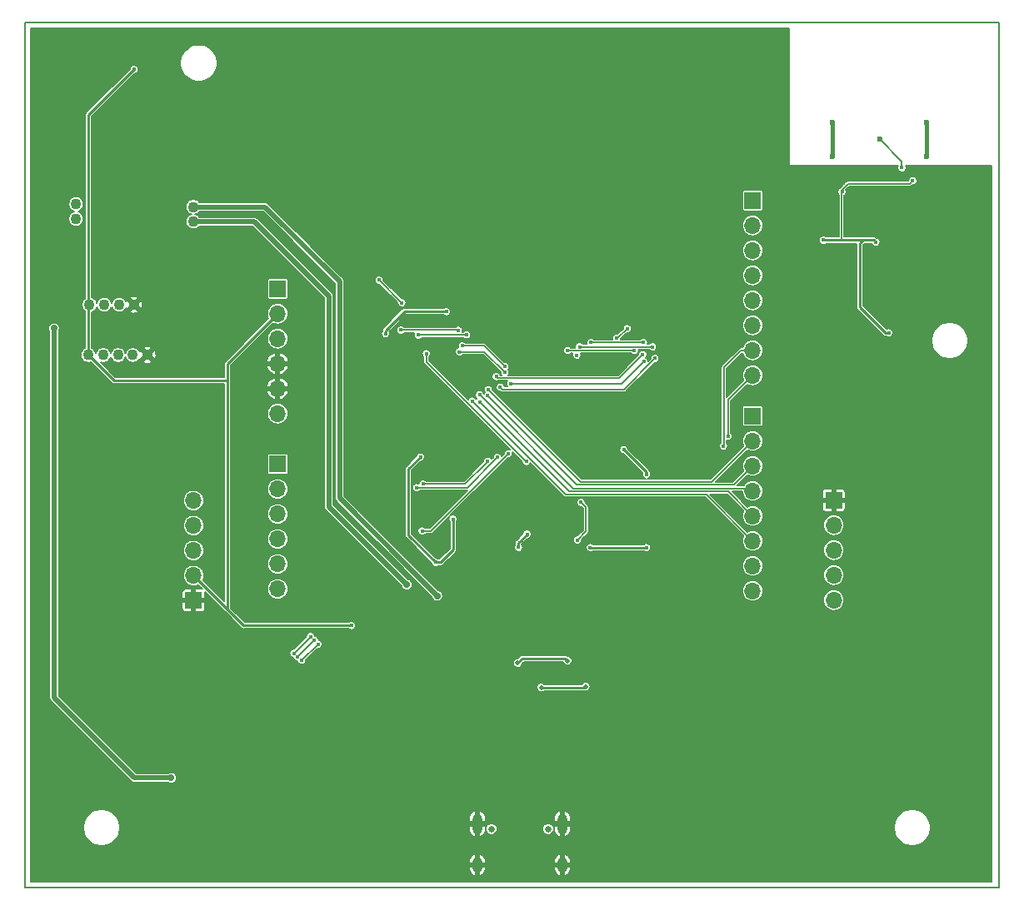
<source format=gbr>
%TF.GenerationSoftware,KiCad,Pcbnew,(5.1.0)-1*%
%TF.CreationDate,2019-07-18T10:11:44+02:00*%
%TF.ProjectId,Timelapsebuild_Control,54696d65-6c61-4707-9365-6275696c645f,rev?*%
%TF.SameCoordinates,Original*%
%TF.FileFunction,Copper,L2,Bot*%
%TF.FilePolarity,Positive*%
%FSLAX46Y46*%
G04 Gerber Fmt 4.6, Leading zero omitted, Abs format (unit mm)*
G04 Created by KiCad (PCBNEW (5.1.0)-1) date 2019-07-18 10:11:44*
%MOMM*%
%LPD*%
G04 APERTURE LIST*
%ADD10C,0.150000*%
%ADD11O,1.700000X1.700000*%
%ADD12R,1.700000X1.700000*%
%ADD13O,1.000000X1.600000*%
%ADD14O,1.000000X2.100000*%
%ADD15C,0.650000*%
%ADD16C,1.100000*%
%ADD17C,0.450000*%
%ADD18C,0.800000*%
%ADD19C,0.700000*%
%ADD20C,0.500000*%
%ADD21C,0.600000*%
%ADD22C,0.127000*%
%ADD23C,0.254000*%
%ADD24C,0.406400*%
%ADD25C,0.508000*%
G04 APERTURE END LIST*
D10*
X95000000Y-139500000D02*
X95000000Y-51500000D01*
X194000000Y-139500000D02*
X95000000Y-139500000D01*
X194000000Y-51500000D02*
X194000000Y-139500000D01*
X95000000Y-51500000D02*
X194000000Y-51500000D01*
D11*
X168928000Y-101703400D03*
X168928000Y-96623400D03*
X168928000Y-104243400D03*
X168928000Y-106783400D03*
X168928000Y-109323400D03*
X168928000Y-99163400D03*
X168928000Y-94083400D03*
D12*
X168928000Y-91543400D03*
D11*
X168928000Y-79793400D03*
X168928000Y-74713400D03*
X168928000Y-82333400D03*
X168928000Y-84873400D03*
X168928000Y-87413400D03*
X168928000Y-77253400D03*
X168928000Y-72173400D03*
D12*
X168928000Y-69633400D03*
D11*
X120663000Y-101513400D03*
X120663000Y-98973400D03*
D12*
X120663000Y-96433400D03*
D11*
X120663000Y-106593400D03*
X120663000Y-104053400D03*
X120663000Y-109133400D03*
X120663000Y-83683400D03*
X120663000Y-81143400D03*
D12*
X120663000Y-78603400D03*
D11*
X120663000Y-88763400D03*
X120663000Y-86223400D03*
X120663000Y-91303400D03*
X177165000Y-110266800D03*
D12*
X177165000Y-100106800D03*
D11*
X177165000Y-105186800D03*
X177165000Y-107726800D03*
X177165000Y-102646800D03*
X112115600Y-100146800D03*
D12*
X112115600Y-110306800D03*
D11*
X112115600Y-105226800D03*
X112115600Y-102686800D03*
X112115600Y-107766800D03*
D13*
X140942600Y-137203200D03*
D14*
X140942600Y-133023200D03*
D15*
X148152600Y-133553200D03*
X142387600Y-133553200D03*
D13*
X149582600Y-137203200D03*
D14*
X149582600Y-133023200D03*
D16*
X101545000Y-80238600D03*
X103045000Y-80238600D03*
X104545000Y-80238600D03*
X106045000Y-80238600D03*
X101442000Y-85344000D03*
X102942000Y-85344000D03*
X104442000Y-85344000D03*
X105942000Y-85344000D03*
X107442000Y-85344000D03*
X100177600Y-71502400D03*
X100177600Y-70002400D03*
X112090200Y-70281800D03*
X112090200Y-71781800D03*
D17*
X151485600Y-100330000D03*
X123100918Y-116393855D03*
X124751561Y-114744830D03*
X151104600Y-104165400D03*
X181838600Y-66446400D03*
X184810400Y-66675000D03*
X173253400Y-66751200D03*
X187680600Y-73279000D03*
X189611000Y-68453000D03*
X191262000Y-75641200D03*
X190195200Y-66979800D03*
X174269400Y-72948800D03*
X176047400Y-77393800D03*
X181508400Y-78054200D03*
X179933600Y-66344800D03*
X178104800Y-67894200D03*
X182219600Y-73710800D03*
X184759596Y-73634600D03*
X185394600Y-68402200D03*
X179476400Y-124409200D03*
X182172400Y-119595785D03*
X177063400Y-119532400D03*
X111302800Y-119837200D03*
X111353600Y-124434600D03*
X105079800Y-119761000D03*
X154686000Y-95377000D03*
X155752800Y-93345000D03*
X132842000Y-90093800D03*
X136626600Y-89458800D03*
X137236200Y-84404200D03*
X145440400Y-80695800D03*
X146964400Y-80721200D03*
X140131800Y-102108000D03*
X147320000Y-103555800D03*
X146786600Y-99364800D03*
X132994400Y-94005400D03*
X146862800Y-84683600D03*
X151866600Y-94361000D03*
X128498600Y-66268600D03*
D18*
X133553200Y-130581400D03*
X133426200Y-128600200D03*
D17*
X148818600Y-103530400D03*
X111963200Y-61442600D03*
X100380800Y-54610000D03*
X98450400Y-62712600D03*
D19*
X141960600Y-130632200D03*
X148691600Y-130708400D03*
X152984200Y-128320800D03*
X147828000Y-114147600D03*
X127558800Y-116535200D03*
X133858000Y-118186200D03*
X135483600Y-116205000D03*
D20*
X141655800Y-121615200D03*
X154635200Y-124612400D03*
X148869400Y-120929400D03*
D17*
X157276800Y-132359400D03*
X157200600Y-133934200D03*
X139014200Y-97866200D03*
D19*
X142087600Y-128778000D03*
D17*
X122696987Y-116037127D03*
X124383861Y-114350861D03*
X122301000Y-115671600D03*
X124002800Y-113969800D03*
X176098200Y-73660000D03*
X181457600Y-73863200D03*
X178003200Y-68732400D03*
X185191400Y-67614800D03*
X136702800Y-106426000D03*
X138480800Y-102031800D03*
X145135600Y-104902000D03*
X145999200Y-103555800D03*
X152425400Y-104927400D03*
X158140400Y-104927400D03*
X182753000Y-83083400D03*
X128143000Y-112852200D03*
X112115600Y-107766800D03*
X106070400Y-56286400D03*
X135178800Y-95707200D03*
X137795000Y-80924400D03*
X131622804Y-83185000D03*
X155829000Y-94970600D03*
X158140392Y-97485192D03*
D21*
X186565700Y-61646800D03*
X186565700Y-65146800D03*
X177065700Y-65146800D03*
X177065700Y-61646800D03*
X181815700Y-63396800D03*
D17*
X184095601Y-66297599D03*
X135763000Y-85191600D03*
X145923000Y-96164400D03*
X133273800Y-80035400D03*
X130962400Y-77724000D03*
D19*
X133781800Y-108712000D03*
X136880600Y-109829600D03*
X97942400Y-82626200D03*
X109829600Y-128346200D03*
D17*
X156184600Y-82651600D03*
X155092310Y-83642200D03*
X151053800Y-85369400D03*
X152501604Y-84074000D03*
X157835600Y-84074008D03*
X158750002Y-84505800D03*
X151333196Y-84505800D03*
X156895800Y-84886799D03*
X150114000Y-84886800D03*
X142865790Y-87537610D03*
X157759398Y-85293200D03*
X143281400Y-88620600D03*
X159004000Y-85674200D03*
X157861000Y-86008000D03*
X144359111Y-88250850D03*
X165955226Y-94606626D03*
X166424963Y-93603163D03*
X140423900Y-90030300D03*
X141188970Y-90103430D03*
X141174225Y-89381579D03*
X141986000Y-89484200D03*
X142059130Y-88852270D03*
X135331200Y-103225600D03*
X144094194Y-95377000D03*
X134772400Y-98831400D03*
X142976600Y-95758000D03*
X135432800Y-98454000D03*
X142011400Y-96139000D03*
X143764000Y-86512400D03*
X139420600Y-84404200D03*
X143738600Y-87122000D03*
X139115800Y-85013800D03*
X134950200Y-83312000D03*
X139852400Y-83286600D03*
X133172200Y-82804000D03*
X139014200Y-82829400D03*
D20*
X147447000Y-119151400D03*
X151968200Y-119075200D03*
X145059400Y-116662200D03*
X150114000Y-116433600D03*
D22*
X123100918Y-116393855D02*
X124749943Y-114744830D01*
X124749943Y-114744830D02*
X124751561Y-114744830D01*
X151993600Y-100838000D02*
X151485600Y-100330000D01*
X151104600Y-104165400D02*
X151993600Y-103276400D01*
X151993600Y-103276400D02*
X151993600Y-100838000D01*
X122696987Y-116037127D02*
X124383253Y-114350861D01*
X124383253Y-114350861D02*
X124383861Y-114350861D01*
X122301000Y-115671600D02*
X124002800Y-113969800D01*
X177952400Y-68783200D02*
X178003200Y-68732400D01*
X177952400Y-73660000D02*
X177952400Y-68783200D01*
X176098200Y-73660000D02*
X177952400Y-73660000D01*
X178003200Y-68554354D02*
X178637954Y-67919600D01*
X178003200Y-68732400D02*
X178003200Y-68554354D01*
X178637954Y-67919600D02*
X184886600Y-67919600D01*
X184886600Y-67919600D02*
X185191400Y-67614800D01*
D23*
X138480800Y-105156000D02*
X138480800Y-102031800D01*
X136702800Y-106426000D02*
X137210800Y-106426000D01*
X137210800Y-106426000D02*
X138480800Y-105156000D01*
X145135600Y-104902000D02*
X145135600Y-104419400D01*
X145135600Y-104419400D02*
X145999200Y-103555800D01*
X152425400Y-104927400D02*
X158140400Y-104927400D01*
X182434802Y-83083400D02*
X179832000Y-80480598D01*
X182753000Y-83083400D02*
X182434802Y-83083400D01*
X179832000Y-73964800D02*
X180136800Y-73660000D01*
X179832000Y-80480598D02*
X179832000Y-73964800D01*
D22*
X177952400Y-73660000D02*
X180136800Y-73660000D01*
D23*
X181254400Y-73660000D02*
X180136800Y-73660000D01*
X181457600Y-73863200D02*
X181254400Y-73660000D01*
X180136800Y-73660000D02*
X176098200Y-73660000D01*
X128143000Y-112852200D02*
X117201000Y-112852200D01*
X115585400Y-86221000D02*
X120663000Y-81143400D01*
X115585400Y-111236600D02*
X112115600Y-107766800D01*
X117201000Y-112852200D02*
X115585400Y-111236600D01*
X104022800Y-87924800D02*
X101442000Y-85344000D01*
X115585400Y-87924800D02*
X104022800Y-87924800D01*
X115585400Y-87924800D02*
X115585400Y-86221000D01*
X115585400Y-111236600D02*
X115585400Y-87924800D01*
X101442000Y-85344000D02*
X101442000Y-60914800D01*
X101442000Y-60914800D02*
X106070400Y-56286400D01*
X133959600Y-96926400D02*
X135178800Y-95707200D01*
X136702800Y-106426000D02*
X133959600Y-103682800D01*
X133959600Y-103682800D02*
X133959600Y-96926400D01*
X131648200Y-83159604D02*
X131622804Y-83185000D01*
X131648200Y-82829400D02*
X131648200Y-83159604D01*
X137795000Y-80924400D02*
X133553200Y-80924400D01*
X133553200Y-80924400D02*
X131648200Y-82829400D01*
X155829000Y-94970600D02*
X158140392Y-97281992D01*
X158140392Y-97281992D02*
X158140392Y-97485192D01*
D24*
X177065700Y-61646800D02*
X177065700Y-65146800D01*
X186565700Y-61646800D02*
X186565700Y-65146800D01*
D22*
X184095601Y-65676701D02*
X184095601Y-66297599D01*
X181815700Y-63396800D02*
X184095601Y-65676701D01*
X145872200Y-96164400D02*
X145923000Y-96164400D01*
X135763000Y-85191600D02*
X135763000Y-86055200D01*
X135763000Y-86055200D02*
X145872200Y-96164400D01*
X133273800Y-80035400D02*
X130962400Y-77724000D01*
D25*
X118289200Y-71781800D02*
X112090200Y-71781800D01*
X125857000Y-79349600D02*
X118289200Y-71781800D01*
X133781800Y-108712000D02*
X125857000Y-100787200D01*
X125857000Y-100787200D02*
X125857000Y-79349600D01*
X119380000Y-70281800D02*
X112090200Y-70281800D01*
X126974600Y-77876400D02*
X119380000Y-70281800D01*
X126974600Y-99898200D02*
X126974600Y-77876400D01*
X133889001Y-106812601D02*
X126974600Y-99898200D01*
X136880600Y-109829600D02*
X133889001Y-106838001D01*
X133889001Y-106838001D02*
X133889001Y-106812601D01*
X106095800Y-128346200D02*
X109829600Y-128346200D01*
X97942400Y-82626200D02*
X97942400Y-120192800D01*
X97942400Y-120192800D02*
X106095800Y-128346200D01*
D22*
X155194000Y-83642200D02*
X155092310Y-83642200D01*
X156184600Y-82651600D02*
X155194000Y-83642200D01*
X152501604Y-84074000D02*
X157835592Y-84074000D01*
X157835592Y-84074000D02*
X157835600Y-84074008D01*
X158750002Y-84505800D02*
X158431804Y-84505800D01*
X158431804Y-84505800D02*
X151333196Y-84505800D01*
X150432198Y-84886800D02*
X150114000Y-84886800D01*
X156895800Y-84886799D02*
X156577601Y-84886800D01*
X156577601Y-84886800D02*
X150432198Y-84886800D01*
X157534399Y-85518199D02*
X157759398Y-85293200D01*
X155371798Y-87680800D02*
X157534399Y-85518199D01*
X142865790Y-87537610D02*
X143008980Y-87680800D01*
X143008980Y-87680800D02*
X155371798Y-87680800D01*
X158779001Y-85899199D02*
X159004000Y-85674200D01*
X155832601Y-88845599D02*
X158779001Y-85899199D01*
X143281400Y-88620600D02*
X143506399Y-88845599D01*
X143506399Y-88845599D02*
X155832601Y-88845599D01*
X155618150Y-88250850D02*
X144677309Y-88250850D01*
X157861000Y-86008000D02*
X155618150Y-88250850D01*
X144677309Y-88250850D02*
X144359111Y-88250850D01*
X165989000Y-94572852D02*
X165955226Y-94606626D01*
X165989000Y-86610319D02*
X165989000Y-94572852D01*
X168928000Y-84873400D02*
X167725919Y-84873400D01*
X167725919Y-84873400D02*
X165989000Y-86610319D01*
X168928000Y-87413400D02*
X166424963Y-89916437D01*
X166424963Y-89916437D02*
X166424963Y-93603163D01*
X140648899Y-90255299D02*
X140423900Y-90030300D01*
X149910800Y-99517200D02*
X140648899Y-90255299D01*
X168928000Y-104243400D02*
X164201800Y-99517200D01*
X164201800Y-99517200D02*
X149910800Y-99517200D01*
X141413969Y-90328429D02*
X141188970Y-90103430D01*
X150297940Y-99212400D02*
X141413969Y-90328429D01*
X168928000Y-101703400D02*
X166437000Y-99212400D01*
X166437000Y-99212400D02*
X150297940Y-99212400D01*
X141174225Y-89383625D02*
X141174225Y-89381579D01*
X150698200Y-98907600D02*
X141174225Y-89383625D01*
X168928000Y-99163400D02*
X168672200Y-98907600D01*
X168672200Y-98907600D02*
X150698200Y-98907600D01*
X166999400Y-98552000D02*
X151053800Y-98552000D01*
X168928000Y-96623400D02*
X166999400Y-98552000D01*
X151053800Y-98552000D02*
X142210999Y-89709199D01*
X142210999Y-89709199D02*
X141986000Y-89484200D01*
X148197033Y-94984027D02*
X148158203Y-94945197D01*
X151434806Y-98221800D02*
X148158203Y-94945197D01*
X168928000Y-94083400D02*
X164789600Y-98221800D01*
X164789600Y-98221800D02*
X151434806Y-98221800D01*
X142284129Y-89077269D02*
X142059130Y-88852270D01*
X148152057Y-94945197D02*
X142284129Y-89077269D01*
X148158203Y-94945197D02*
X148152057Y-94945197D01*
X143869195Y-95601999D02*
X144094194Y-95377000D01*
X136245594Y-103225600D02*
X143869195Y-95601999D01*
X135331200Y-103225600D02*
X136245594Y-103225600D01*
X134772400Y-98831400D02*
X139903200Y-98831400D01*
X139903200Y-98831400D02*
X142751601Y-95982999D01*
X142751601Y-95982999D02*
X142976600Y-95758000D01*
X139696400Y-98454000D02*
X141786401Y-96363999D01*
X141786401Y-96363999D02*
X142011400Y-96139000D01*
X135432800Y-98454000D02*
X139696400Y-98454000D01*
X141630400Y-84404200D02*
X139420600Y-84404200D01*
X143764000Y-86512400D02*
X143738600Y-86512400D01*
X143738600Y-86512400D02*
X141630400Y-84404200D01*
X141630400Y-85013800D02*
X139115800Y-85013800D01*
X143738600Y-87122000D02*
X141630400Y-85013800D01*
X139827000Y-83312000D02*
X139852400Y-83286600D01*
X134950200Y-83312000D02*
X139827000Y-83312000D01*
X133172200Y-82804000D02*
X138988800Y-82804000D01*
X138988800Y-82804000D02*
X139014200Y-82829400D01*
D23*
X147447000Y-119151400D02*
X151892000Y-119151400D01*
X151892000Y-119151400D02*
X151968200Y-119075200D01*
X149885400Y-116205000D02*
X150114000Y-116433600D01*
X145059400Y-116662200D02*
X145516600Y-116205000D01*
X145516600Y-116205000D02*
X149885400Y-116205000D01*
D10*
G36*
X172645000Y-66040000D02*
G01*
X172646441Y-66054632D01*
X172650709Y-66068701D01*
X172657640Y-66081668D01*
X172666967Y-66093033D01*
X172678332Y-66102360D01*
X172691299Y-66109291D01*
X172705368Y-66113559D01*
X172720000Y-66115000D01*
X183684160Y-66115000D01*
X183662895Y-66166339D01*
X183645601Y-66253278D01*
X183645601Y-66341920D01*
X183662895Y-66428859D01*
X183696816Y-66510754D01*
X183746063Y-66584457D01*
X183808743Y-66647137D01*
X183882446Y-66696384D01*
X183964341Y-66730305D01*
X184051280Y-66747599D01*
X184139922Y-66747599D01*
X184226861Y-66730305D01*
X184308756Y-66696384D01*
X184382459Y-66647137D01*
X184445139Y-66584457D01*
X184494386Y-66510754D01*
X184528307Y-66428859D01*
X184545601Y-66341920D01*
X184545601Y-66253278D01*
X184528307Y-66166339D01*
X184507042Y-66115000D01*
X193219000Y-66115000D01*
X193219000Y-138863000D01*
X95579000Y-138863000D01*
X95579000Y-137514784D01*
X140095973Y-137514784D01*
X140114501Y-137679730D01*
X140164852Y-137837892D01*
X140245091Y-137983192D01*
X140352135Y-138110046D01*
X140481870Y-138213580D01*
X140639820Y-138270630D01*
X140763600Y-138225089D01*
X140763600Y-137382200D01*
X141121600Y-137382200D01*
X141121600Y-138225089D01*
X141245380Y-138270630D01*
X141403330Y-138213580D01*
X141533065Y-138110046D01*
X141640109Y-137983192D01*
X141720348Y-137837892D01*
X141770699Y-137679730D01*
X141789227Y-137514784D01*
X148735973Y-137514784D01*
X148754501Y-137679730D01*
X148804852Y-137837892D01*
X148885091Y-137983192D01*
X148992135Y-138110046D01*
X149121870Y-138213580D01*
X149279820Y-138270630D01*
X149403600Y-138225089D01*
X149403600Y-137382200D01*
X149761600Y-137382200D01*
X149761600Y-138225089D01*
X149885380Y-138270630D01*
X150043330Y-138213580D01*
X150173065Y-138110046D01*
X150280109Y-137983192D01*
X150360348Y-137837892D01*
X150410699Y-137679730D01*
X150429227Y-137514784D01*
X150339366Y-137382200D01*
X149761600Y-137382200D01*
X149403600Y-137382200D01*
X148825834Y-137382200D01*
X148735973Y-137514784D01*
X141789227Y-137514784D01*
X141699366Y-137382200D01*
X141121600Y-137382200D01*
X140763600Y-137382200D01*
X140185834Y-137382200D01*
X140095973Y-137514784D01*
X95579000Y-137514784D01*
X95579000Y-136891616D01*
X140095973Y-136891616D01*
X140185834Y-137024200D01*
X140763600Y-137024200D01*
X140763600Y-136181311D01*
X141121600Y-136181311D01*
X141121600Y-137024200D01*
X141699366Y-137024200D01*
X141789227Y-136891616D01*
X148735973Y-136891616D01*
X148825834Y-137024200D01*
X149403600Y-137024200D01*
X149403600Y-136181311D01*
X149761600Y-136181311D01*
X149761600Y-137024200D01*
X150339366Y-137024200D01*
X150429227Y-136891616D01*
X150410699Y-136726670D01*
X150360348Y-136568508D01*
X150280109Y-136423208D01*
X150173065Y-136296354D01*
X150043330Y-136192820D01*
X149885380Y-136135770D01*
X149761600Y-136181311D01*
X149403600Y-136181311D01*
X149279820Y-136135770D01*
X149121870Y-136192820D01*
X148992135Y-136296354D01*
X148885091Y-136423208D01*
X148804852Y-136568508D01*
X148754501Y-136726670D01*
X148735973Y-136891616D01*
X141789227Y-136891616D01*
X141770699Y-136726670D01*
X141720348Y-136568508D01*
X141640109Y-136423208D01*
X141533065Y-136296354D01*
X141403330Y-136192820D01*
X141245380Y-136135770D01*
X141121600Y-136181311D01*
X140763600Y-136181311D01*
X140639820Y-136135770D01*
X140481870Y-136192820D01*
X140352135Y-136296354D01*
X140245091Y-136423208D01*
X140164852Y-136568508D01*
X140114501Y-136726670D01*
X140095973Y-136891616D01*
X95579000Y-136891616D01*
X95579000Y-133216129D01*
X100893400Y-133216129D01*
X100893400Y-133585471D01*
X100965456Y-133947717D01*
X101106797Y-134288945D01*
X101311993Y-134596043D01*
X101573157Y-134857207D01*
X101880255Y-135062403D01*
X102221483Y-135203744D01*
X102583729Y-135275800D01*
X102953071Y-135275800D01*
X103315317Y-135203744D01*
X103656545Y-135062403D01*
X103963643Y-134857207D01*
X104224807Y-134596043D01*
X104430003Y-134288945D01*
X104571344Y-133947717D01*
X104643400Y-133585471D01*
X104643400Y-133216129D01*
X104640630Y-133202200D01*
X140117600Y-133202200D01*
X140117600Y-133752200D01*
X140168373Y-133909710D01*
X140248899Y-134054288D01*
X140356084Y-134180378D01*
X140485808Y-134283135D01*
X140639820Y-134340630D01*
X140763600Y-134295089D01*
X140763600Y-133202200D01*
X141121600Y-133202200D01*
X141121600Y-134295089D01*
X141245380Y-134340630D01*
X141399392Y-134283135D01*
X141529116Y-134180378D01*
X141636301Y-134054288D01*
X141716827Y-133909710D01*
X141767600Y-133752200D01*
X141767600Y-133494105D01*
X141787600Y-133494105D01*
X141787600Y-133612295D01*
X141810658Y-133728214D01*
X141855887Y-133837407D01*
X141921550Y-133935678D01*
X142005122Y-134019250D01*
X142103393Y-134084913D01*
X142212586Y-134130142D01*
X142328505Y-134153200D01*
X142446695Y-134153200D01*
X142562614Y-134130142D01*
X142671807Y-134084913D01*
X142770078Y-134019250D01*
X142853650Y-133935678D01*
X142919313Y-133837407D01*
X142964542Y-133728214D01*
X142987600Y-133612295D01*
X142987600Y-133494105D01*
X147552600Y-133494105D01*
X147552600Y-133612295D01*
X147575658Y-133728214D01*
X147620887Y-133837407D01*
X147686550Y-133935678D01*
X147770122Y-134019250D01*
X147868393Y-134084913D01*
X147977586Y-134130142D01*
X148093505Y-134153200D01*
X148211695Y-134153200D01*
X148327614Y-134130142D01*
X148436807Y-134084913D01*
X148535078Y-134019250D01*
X148618650Y-133935678D01*
X148684313Y-133837407D01*
X148729542Y-133728214D01*
X148752600Y-133612295D01*
X148752600Y-133494105D01*
X148729542Y-133378186D01*
X148684313Y-133268993D01*
X148639684Y-133202200D01*
X148757600Y-133202200D01*
X148757600Y-133752200D01*
X148808373Y-133909710D01*
X148888899Y-134054288D01*
X148996084Y-134180378D01*
X149125808Y-134283135D01*
X149279820Y-134340630D01*
X149403600Y-134295089D01*
X149403600Y-133202200D01*
X149761600Y-133202200D01*
X149761600Y-134295089D01*
X149885380Y-134340630D01*
X150039392Y-134283135D01*
X150169116Y-134180378D01*
X150276301Y-134054288D01*
X150356827Y-133909710D01*
X150407600Y-133752200D01*
X150407600Y-133216129D01*
X183265600Y-133216129D01*
X183265600Y-133585471D01*
X183337656Y-133947717D01*
X183478997Y-134288945D01*
X183684193Y-134596043D01*
X183945357Y-134857207D01*
X184252455Y-135062403D01*
X184593683Y-135203744D01*
X184955929Y-135275800D01*
X185325271Y-135275800D01*
X185687517Y-135203744D01*
X186028745Y-135062403D01*
X186335843Y-134857207D01*
X186597007Y-134596043D01*
X186802203Y-134288945D01*
X186943544Y-133947717D01*
X187015600Y-133585471D01*
X187015600Y-133216129D01*
X186943544Y-132853883D01*
X186802203Y-132512655D01*
X186597007Y-132205557D01*
X186335843Y-131944393D01*
X186028745Y-131739197D01*
X185687517Y-131597856D01*
X185325271Y-131525800D01*
X184955929Y-131525800D01*
X184593683Y-131597856D01*
X184252455Y-131739197D01*
X183945357Y-131944393D01*
X183684193Y-132205557D01*
X183478997Y-132512655D01*
X183337656Y-132853883D01*
X183265600Y-133216129D01*
X150407600Y-133216129D01*
X150407600Y-133202200D01*
X149761600Y-133202200D01*
X149403600Y-133202200D01*
X148757600Y-133202200D01*
X148639684Y-133202200D01*
X148618650Y-133170722D01*
X148535078Y-133087150D01*
X148436807Y-133021487D01*
X148327614Y-132976258D01*
X148211695Y-132953200D01*
X148093505Y-132953200D01*
X147977586Y-132976258D01*
X147868393Y-133021487D01*
X147770122Y-133087150D01*
X147686550Y-133170722D01*
X147620887Y-133268993D01*
X147575658Y-133378186D01*
X147552600Y-133494105D01*
X142987600Y-133494105D01*
X142964542Y-133378186D01*
X142919313Y-133268993D01*
X142853650Y-133170722D01*
X142770078Y-133087150D01*
X142671807Y-133021487D01*
X142562614Y-132976258D01*
X142446695Y-132953200D01*
X142328505Y-132953200D01*
X142212586Y-132976258D01*
X142103393Y-133021487D01*
X142005122Y-133087150D01*
X141921550Y-133170722D01*
X141855887Y-133268993D01*
X141810658Y-133378186D01*
X141787600Y-133494105D01*
X141767600Y-133494105D01*
X141767600Y-133202200D01*
X141121600Y-133202200D01*
X140763600Y-133202200D01*
X140117600Y-133202200D01*
X104640630Y-133202200D01*
X104571344Y-132853883D01*
X104430003Y-132512655D01*
X104284037Y-132294200D01*
X140117600Y-132294200D01*
X140117600Y-132844200D01*
X140763600Y-132844200D01*
X140763600Y-131751311D01*
X141121600Y-131751311D01*
X141121600Y-132844200D01*
X141767600Y-132844200D01*
X141767600Y-132294200D01*
X148757600Y-132294200D01*
X148757600Y-132844200D01*
X149403600Y-132844200D01*
X149403600Y-131751311D01*
X149761600Y-131751311D01*
X149761600Y-132844200D01*
X150407600Y-132844200D01*
X150407600Y-132294200D01*
X150356827Y-132136690D01*
X150276301Y-131992112D01*
X150169116Y-131866022D01*
X150039392Y-131763265D01*
X149885380Y-131705770D01*
X149761600Y-131751311D01*
X149403600Y-131751311D01*
X149279820Y-131705770D01*
X149125808Y-131763265D01*
X148996084Y-131866022D01*
X148888899Y-131992112D01*
X148808373Y-132136690D01*
X148757600Y-132294200D01*
X141767600Y-132294200D01*
X141716827Y-132136690D01*
X141636301Y-131992112D01*
X141529116Y-131866022D01*
X141399392Y-131763265D01*
X141245380Y-131705770D01*
X141121600Y-131751311D01*
X140763600Y-131751311D01*
X140639820Y-131705770D01*
X140485808Y-131763265D01*
X140356084Y-131866022D01*
X140248899Y-131992112D01*
X140168373Y-132136690D01*
X140117600Y-132294200D01*
X104284037Y-132294200D01*
X104224807Y-132205557D01*
X103963643Y-131944393D01*
X103656545Y-131739197D01*
X103315317Y-131597856D01*
X102953071Y-131525800D01*
X102583729Y-131525800D01*
X102221483Y-131597856D01*
X101880255Y-131739197D01*
X101573157Y-131944393D01*
X101311993Y-132205557D01*
X101106797Y-132512655D01*
X100965456Y-132853883D01*
X100893400Y-133216129D01*
X95579000Y-133216129D01*
X95579000Y-82569567D01*
X97367400Y-82569567D01*
X97367400Y-82682833D01*
X97389497Y-82793921D01*
X97432842Y-82898565D01*
X97463400Y-82944299D01*
X97463401Y-120169267D01*
X97461083Y-120192800D01*
X97470332Y-120286700D01*
X97497722Y-120376992D01*
X97542200Y-120460205D01*
X97572378Y-120496976D01*
X97602058Y-120533143D01*
X97620336Y-120548143D01*
X105740457Y-128668265D01*
X105755457Y-128686543D01*
X105798217Y-128721635D01*
X105828394Y-128746400D01*
X105911607Y-128790879D01*
X105938997Y-128799187D01*
X106001900Y-128818269D01*
X106072274Y-128825200D01*
X106072277Y-128825200D01*
X106095800Y-128827517D01*
X106119323Y-128825200D01*
X109511501Y-128825200D01*
X109557235Y-128855758D01*
X109661879Y-128899103D01*
X109772967Y-128921200D01*
X109886233Y-128921200D01*
X109997321Y-128899103D01*
X110101965Y-128855758D01*
X110196141Y-128792832D01*
X110276232Y-128712741D01*
X110339158Y-128618565D01*
X110382503Y-128513921D01*
X110404600Y-128402833D01*
X110404600Y-128289567D01*
X110382503Y-128178479D01*
X110339158Y-128073835D01*
X110276232Y-127979659D01*
X110196141Y-127899568D01*
X110101965Y-127836642D01*
X109997321Y-127793297D01*
X109886233Y-127771200D01*
X109772967Y-127771200D01*
X109661879Y-127793297D01*
X109557235Y-127836642D01*
X109511501Y-127867200D01*
X106294208Y-127867200D01*
X98421400Y-119994393D01*
X98421400Y-119104617D01*
X146972000Y-119104617D01*
X146972000Y-119198183D01*
X146990254Y-119289952D01*
X147026061Y-119376397D01*
X147078044Y-119454195D01*
X147144205Y-119520356D01*
X147222003Y-119572339D01*
X147308448Y-119608146D01*
X147400217Y-119626400D01*
X147493783Y-119626400D01*
X147585552Y-119608146D01*
X147671997Y-119572339D01*
X147749795Y-119520356D01*
X147766751Y-119503400D01*
X151760732Y-119503400D01*
X151829648Y-119531946D01*
X151921417Y-119550200D01*
X152014983Y-119550200D01*
X152106752Y-119531946D01*
X152193197Y-119496139D01*
X152270995Y-119444156D01*
X152337156Y-119377995D01*
X152389139Y-119300197D01*
X152424946Y-119213752D01*
X152443200Y-119121983D01*
X152443200Y-119028417D01*
X152424946Y-118936648D01*
X152389139Y-118850203D01*
X152337156Y-118772405D01*
X152270995Y-118706244D01*
X152193197Y-118654261D01*
X152106752Y-118618454D01*
X152014983Y-118600200D01*
X151921417Y-118600200D01*
X151829648Y-118618454D01*
X151743203Y-118654261D01*
X151665405Y-118706244D01*
X151599244Y-118772405D01*
X151581207Y-118799400D01*
X147766751Y-118799400D01*
X147749795Y-118782444D01*
X147671997Y-118730461D01*
X147585552Y-118694654D01*
X147493783Y-118676400D01*
X147400217Y-118676400D01*
X147308448Y-118694654D01*
X147222003Y-118730461D01*
X147144205Y-118782444D01*
X147078044Y-118848605D01*
X147026061Y-118926403D01*
X146990254Y-119012848D01*
X146972000Y-119104617D01*
X98421400Y-119104617D01*
X98421400Y-115627279D01*
X121851000Y-115627279D01*
X121851000Y-115715921D01*
X121868294Y-115802860D01*
X121902215Y-115884755D01*
X121951462Y-115958458D01*
X122014142Y-116021138D01*
X122087845Y-116070385D01*
X122169740Y-116104306D01*
X122254904Y-116121247D01*
X122264281Y-116168387D01*
X122298202Y-116250282D01*
X122347449Y-116323985D01*
X122410129Y-116386665D01*
X122483832Y-116435912D01*
X122565727Y-116469833D01*
X122652666Y-116487127D01*
X122660655Y-116487127D01*
X122668212Y-116525115D01*
X122702133Y-116607010D01*
X122751380Y-116680713D01*
X122814060Y-116743393D01*
X122887763Y-116792640D01*
X122969658Y-116826561D01*
X123056597Y-116843855D01*
X123145239Y-116843855D01*
X123232178Y-116826561D01*
X123314073Y-116792640D01*
X123387776Y-116743393D01*
X123450456Y-116680713D01*
X123494085Y-116615417D01*
X144584400Y-116615417D01*
X144584400Y-116708983D01*
X144602654Y-116800752D01*
X144638461Y-116887197D01*
X144690444Y-116964995D01*
X144756605Y-117031156D01*
X144834403Y-117083139D01*
X144920848Y-117118946D01*
X145012617Y-117137200D01*
X145106183Y-117137200D01*
X145197952Y-117118946D01*
X145284397Y-117083139D01*
X145362195Y-117031156D01*
X145428356Y-116964995D01*
X145480339Y-116887197D01*
X145516146Y-116800752D01*
X145534400Y-116708983D01*
X145534400Y-116685002D01*
X145662403Y-116557000D01*
X149654240Y-116557000D01*
X149657254Y-116572152D01*
X149693061Y-116658597D01*
X149745044Y-116736395D01*
X149811205Y-116802556D01*
X149889003Y-116854539D01*
X149975448Y-116890346D01*
X150067217Y-116908600D01*
X150160783Y-116908600D01*
X150252552Y-116890346D01*
X150338997Y-116854539D01*
X150416795Y-116802556D01*
X150482956Y-116736395D01*
X150534939Y-116658597D01*
X150570746Y-116572152D01*
X150589000Y-116480383D01*
X150589000Y-116386817D01*
X150570746Y-116295048D01*
X150534939Y-116208603D01*
X150482956Y-116130805D01*
X150416795Y-116064644D01*
X150338997Y-116012661D01*
X150252552Y-115976854D01*
X150160783Y-115958600D01*
X150138547Y-115958600D01*
X150135506Y-115954894D01*
X150081907Y-115910907D01*
X150020756Y-115878221D01*
X149954404Y-115858093D01*
X149902692Y-115853000D01*
X149902689Y-115853000D01*
X149885400Y-115851297D01*
X149868111Y-115853000D01*
X145533880Y-115853000D01*
X145516599Y-115851298D01*
X145499318Y-115853000D01*
X145499308Y-115853000D01*
X145447596Y-115858093D01*
X145381244Y-115878221D01*
X145369020Y-115884755D01*
X145320092Y-115910907D01*
X145301470Y-115926190D01*
X145266494Y-115954894D01*
X145255470Y-115968327D01*
X145036598Y-116187200D01*
X145012617Y-116187200D01*
X144920848Y-116205454D01*
X144834403Y-116241261D01*
X144756605Y-116293244D01*
X144690444Y-116359405D01*
X144638461Y-116437203D01*
X144602654Y-116523648D01*
X144584400Y-116615417D01*
X123494085Y-116615417D01*
X123499703Y-116607010D01*
X123533624Y-116525115D01*
X123550918Y-116438176D01*
X123550918Y-116351854D01*
X124707944Y-115194830D01*
X124795882Y-115194830D01*
X124882821Y-115177536D01*
X124964716Y-115143615D01*
X125038419Y-115094368D01*
X125101099Y-115031688D01*
X125150346Y-114957985D01*
X125184267Y-114876090D01*
X125201561Y-114789151D01*
X125201561Y-114700509D01*
X125184267Y-114613570D01*
X125150346Y-114531675D01*
X125101099Y-114457972D01*
X125038419Y-114395292D01*
X124964716Y-114346045D01*
X124882821Y-114312124D01*
X124833000Y-114302214D01*
X124816567Y-114219601D01*
X124782646Y-114137706D01*
X124733399Y-114064003D01*
X124670719Y-114001323D01*
X124597016Y-113952076D01*
X124515121Y-113918155D01*
X124448715Y-113904946D01*
X124435506Y-113838540D01*
X124401585Y-113756645D01*
X124352338Y-113682942D01*
X124289658Y-113620262D01*
X124215955Y-113571015D01*
X124134060Y-113537094D01*
X124047121Y-113519800D01*
X123958479Y-113519800D01*
X123871540Y-113537094D01*
X123789645Y-113571015D01*
X123715942Y-113620262D01*
X123653262Y-113682942D01*
X123604015Y-113756645D01*
X123570094Y-113838540D01*
X123552800Y-113925479D01*
X123552800Y-114011799D01*
X122343001Y-115221600D01*
X122256679Y-115221600D01*
X122169740Y-115238894D01*
X122087845Y-115272815D01*
X122014142Y-115322062D01*
X121951462Y-115384742D01*
X121902215Y-115458445D01*
X121868294Y-115540340D01*
X121851000Y-115627279D01*
X98421400Y-115627279D01*
X98421400Y-111156800D01*
X110939027Y-111156800D01*
X110945302Y-111220511D01*
X110963886Y-111281774D01*
X110994064Y-111338234D01*
X111034678Y-111387722D01*
X111084166Y-111428336D01*
X111140626Y-111458514D01*
X111201889Y-111477098D01*
X111265600Y-111483373D01*
X111855350Y-111481800D01*
X111936600Y-111400550D01*
X111936600Y-110485800D01*
X112294600Y-110485800D01*
X112294600Y-111400550D01*
X112375850Y-111481800D01*
X112965600Y-111483373D01*
X113029311Y-111477098D01*
X113090574Y-111458514D01*
X113147034Y-111428336D01*
X113196522Y-111387722D01*
X113237136Y-111338234D01*
X113267314Y-111281774D01*
X113285898Y-111220511D01*
X113292173Y-111156800D01*
X113290600Y-110567050D01*
X113209350Y-110485800D01*
X112294600Y-110485800D01*
X111936600Y-110485800D01*
X111021850Y-110485800D01*
X110940600Y-110567050D01*
X110939027Y-111156800D01*
X98421400Y-111156800D01*
X98421400Y-109456800D01*
X110939027Y-109456800D01*
X110940600Y-110046550D01*
X111021850Y-110127800D01*
X111936600Y-110127800D01*
X111936600Y-109213050D01*
X111855350Y-109131800D01*
X111265600Y-109130227D01*
X111201889Y-109136502D01*
X111140626Y-109155086D01*
X111084166Y-109185264D01*
X111034678Y-109225878D01*
X110994064Y-109275366D01*
X110963886Y-109331826D01*
X110945302Y-109393089D01*
X110939027Y-109456800D01*
X98421400Y-109456800D01*
X98421400Y-105226800D01*
X111035399Y-105226800D01*
X111056155Y-105437537D01*
X111117624Y-105640175D01*
X111217446Y-105826928D01*
X111351783Y-105990617D01*
X111515472Y-106124954D01*
X111702225Y-106224776D01*
X111904863Y-106286245D01*
X112062794Y-106301800D01*
X112168406Y-106301800D01*
X112326337Y-106286245D01*
X112528975Y-106224776D01*
X112715728Y-106124954D01*
X112879417Y-105990617D01*
X113013754Y-105826928D01*
X113113576Y-105640175D01*
X113175045Y-105437537D01*
X113195801Y-105226800D01*
X113175045Y-105016063D01*
X113113576Y-104813425D01*
X113013754Y-104626672D01*
X112879417Y-104462983D01*
X112715728Y-104328646D01*
X112528975Y-104228824D01*
X112326337Y-104167355D01*
X112168406Y-104151800D01*
X112062794Y-104151800D01*
X111904863Y-104167355D01*
X111702225Y-104228824D01*
X111515472Y-104328646D01*
X111351783Y-104462983D01*
X111217446Y-104626672D01*
X111117624Y-104813425D01*
X111056155Y-105016063D01*
X111035399Y-105226800D01*
X98421400Y-105226800D01*
X98421400Y-102686800D01*
X111035399Y-102686800D01*
X111056155Y-102897537D01*
X111117624Y-103100175D01*
X111217446Y-103286928D01*
X111351783Y-103450617D01*
X111515472Y-103584954D01*
X111702225Y-103684776D01*
X111904863Y-103746245D01*
X112062794Y-103761800D01*
X112168406Y-103761800D01*
X112326337Y-103746245D01*
X112528975Y-103684776D01*
X112715728Y-103584954D01*
X112879417Y-103450617D01*
X113013754Y-103286928D01*
X113113576Y-103100175D01*
X113175045Y-102897537D01*
X113195801Y-102686800D01*
X113175045Y-102476063D01*
X113113576Y-102273425D01*
X113013754Y-102086672D01*
X112879417Y-101922983D01*
X112715728Y-101788646D01*
X112528975Y-101688824D01*
X112326337Y-101627355D01*
X112168406Y-101611800D01*
X112062794Y-101611800D01*
X111904863Y-101627355D01*
X111702225Y-101688824D01*
X111515472Y-101788646D01*
X111351783Y-101922983D01*
X111217446Y-102086672D01*
X111117624Y-102273425D01*
X111056155Y-102476063D01*
X111035399Y-102686800D01*
X98421400Y-102686800D01*
X98421400Y-100146800D01*
X111035399Y-100146800D01*
X111056155Y-100357537D01*
X111117624Y-100560175D01*
X111217446Y-100746928D01*
X111351783Y-100910617D01*
X111515472Y-101044954D01*
X111702225Y-101144776D01*
X111904863Y-101206245D01*
X112062794Y-101221800D01*
X112168406Y-101221800D01*
X112326337Y-101206245D01*
X112528975Y-101144776D01*
X112715728Y-101044954D01*
X112879417Y-100910617D01*
X113013754Y-100746928D01*
X113113576Y-100560175D01*
X113175045Y-100357537D01*
X113195801Y-100146800D01*
X113175045Y-99936063D01*
X113113576Y-99733425D01*
X113013754Y-99546672D01*
X112879417Y-99382983D01*
X112715728Y-99248646D01*
X112528975Y-99148824D01*
X112326337Y-99087355D01*
X112168406Y-99071800D01*
X112062794Y-99071800D01*
X111904863Y-99087355D01*
X111702225Y-99148824D01*
X111515472Y-99248646D01*
X111351783Y-99382983D01*
X111217446Y-99546672D01*
X111117624Y-99733425D01*
X111056155Y-99936063D01*
X111035399Y-100146800D01*
X98421400Y-100146800D01*
X98421400Y-85267669D01*
X100667000Y-85267669D01*
X100667000Y-85420331D01*
X100696783Y-85570059D01*
X100755204Y-85711100D01*
X100840018Y-85838034D01*
X100947966Y-85945982D01*
X101074900Y-86030796D01*
X101215941Y-86089217D01*
X101365669Y-86119000D01*
X101518331Y-86119000D01*
X101668059Y-86089217D01*
X101683160Y-86082962D01*
X103761670Y-88161473D01*
X103772694Y-88174906D01*
X103796319Y-88194294D01*
X103826292Y-88218893D01*
X103858978Y-88236364D01*
X103887444Y-88251579D01*
X103953796Y-88271707D01*
X104005508Y-88276800D01*
X104005510Y-88276800D01*
X104022799Y-88278503D01*
X104040088Y-88276800D01*
X115233401Y-88276800D01*
X115233400Y-110386797D01*
X113083342Y-108236739D01*
X113113576Y-108180175D01*
X113175045Y-107977537D01*
X113195801Y-107766800D01*
X113175045Y-107556063D01*
X113113576Y-107353425D01*
X113013754Y-107166672D01*
X112879417Y-107002983D01*
X112715728Y-106868646D01*
X112528975Y-106768824D01*
X112326337Y-106707355D01*
X112168406Y-106691800D01*
X112062794Y-106691800D01*
X111904863Y-106707355D01*
X111702225Y-106768824D01*
X111515472Y-106868646D01*
X111351783Y-107002983D01*
X111217446Y-107166672D01*
X111117624Y-107353425D01*
X111056155Y-107556063D01*
X111035399Y-107766800D01*
X111056155Y-107977537D01*
X111117624Y-108180175D01*
X111217446Y-108366928D01*
X111351783Y-108530617D01*
X111515472Y-108664954D01*
X111702225Y-108764776D01*
X111904863Y-108826245D01*
X112062794Y-108841800D01*
X112168406Y-108841800D01*
X112326337Y-108826245D01*
X112528975Y-108764776D01*
X112585539Y-108734542D01*
X112982932Y-109131934D01*
X112965600Y-109130227D01*
X112375850Y-109131800D01*
X112294600Y-109213050D01*
X112294600Y-110127800D01*
X113209350Y-110127800D01*
X113290600Y-110046550D01*
X113292173Y-109456800D01*
X113290466Y-109439468D01*
X115324274Y-111473277D01*
X115335294Y-111486705D01*
X115348723Y-111497726D01*
X116939870Y-113088873D01*
X116950894Y-113102306D01*
X116964325Y-113113328D01*
X117004492Y-113146293D01*
X117037178Y-113163764D01*
X117065644Y-113178979D01*
X117131996Y-113199107D01*
X117183708Y-113204200D01*
X117183718Y-113204200D01*
X117200999Y-113205902D01*
X117218280Y-113204200D01*
X127859827Y-113204200D01*
X127929845Y-113250985D01*
X128011740Y-113284906D01*
X128098679Y-113302200D01*
X128187321Y-113302200D01*
X128274260Y-113284906D01*
X128356155Y-113250985D01*
X128429858Y-113201738D01*
X128492538Y-113139058D01*
X128541785Y-113065355D01*
X128575706Y-112983460D01*
X128593000Y-112896521D01*
X128593000Y-112807879D01*
X128575706Y-112720940D01*
X128541785Y-112639045D01*
X128492538Y-112565342D01*
X128429858Y-112502662D01*
X128356155Y-112453415D01*
X128274260Y-112419494D01*
X128187321Y-112402200D01*
X128098679Y-112402200D01*
X128011740Y-112419494D01*
X127929845Y-112453415D01*
X127859827Y-112500200D01*
X117346803Y-112500200D01*
X115937400Y-111090798D01*
X115937400Y-109133400D01*
X119582799Y-109133400D01*
X119603555Y-109344137D01*
X119665024Y-109546775D01*
X119764846Y-109733528D01*
X119899183Y-109897217D01*
X120062872Y-110031554D01*
X120249625Y-110131376D01*
X120452263Y-110192845D01*
X120610194Y-110208400D01*
X120715806Y-110208400D01*
X120873737Y-110192845D01*
X121076375Y-110131376D01*
X121263128Y-110031554D01*
X121426817Y-109897217D01*
X121561154Y-109733528D01*
X121660976Y-109546775D01*
X121722445Y-109344137D01*
X121743201Y-109133400D01*
X121722445Y-108922663D01*
X121660976Y-108720025D01*
X121561154Y-108533272D01*
X121426817Y-108369583D01*
X121263128Y-108235246D01*
X121076375Y-108135424D01*
X120873737Y-108073955D01*
X120715806Y-108058400D01*
X120610194Y-108058400D01*
X120452263Y-108073955D01*
X120249625Y-108135424D01*
X120062872Y-108235246D01*
X119899183Y-108369583D01*
X119764846Y-108533272D01*
X119665024Y-108720025D01*
X119603555Y-108922663D01*
X119582799Y-109133400D01*
X115937400Y-109133400D01*
X115937400Y-106593400D01*
X119582799Y-106593400D01*
X119603555Y-106804137D01*
X119665024Y-107006775D01*
X119764846Y-107193528D01*
X119899183Y-107357217D01*
X120062872Y-107491554D01*
X120249625Y-107591376D01*
X120452263Y-107652845D01*
X120610194Y-107668400D01*
X120715806Y-107668400D01*
X120873737Y-107652845D01*
X121076375Y-107591376D01*
X121263128Y-107491554D01*
X121426817Y-107357217D01*
X121561154Y-107193528D01*
X121660976Y-107006775D01*
X121722445Y-106804137D01*
X121743201Y-106593400D01*
X121722445Y-106382663D01*
X121660976Y-106180025D01*
X121561154Y-105993272D01*
X121426817Y-105829583D01*
X121263128Y-105695246D01*
X121076375Y-105595424D01*
X120873737Y-105533955D01*
X120715806Y-105518400D01*
X120610194Y-105518400D01*
X120452263Y-105533955D01*
X120249625Y-105595424D01*
X120062872Y-105695246D01*
X119899183Y-105829583D01*
X119764846Y-105993272D01*
X119665024Y-106180025D01*
X119603555Y-106382663D01*
X119582799Y-106593400D01*
X115937400Y-106593400D01*
X115937400Y-104053400D01*
X119582799Y-104053400D01*
X119603555Y-104264137D01*
X119665024Y-104466775D01*
X119764846Y-104653528D01*
X119899183Y-104817217D01*
X120062872Y-104951554D01*
X120249625Y-105051376D01*
X120452263Y-105112845D01*
X120610194Y-105128400D01*
X120715806Y-105128400D01*
X120873737Y-105112845D01*
X121076375Y-105051376D01*
X121263128Y-104951554D01*
X121426817Y-104817217D01*
X121561154Y-104653528D01*
X121660976Y-104466775D01*
X121722445Y-104264137D01*
X121743201Y-104053400D01*
X121722445Y-103842663D01*
X121660976Y-103640025D01*
X121561154Y-103453272D01*
X121426817Y-103289583D01*
X121263128Y-103155246D01*
X121076375Y-103055424D01*
X120873737Y-102993955D01*
X120715806Y-102978400D01*
X120610194Y-102978400D01*
X120452263Y-102993955D01*
X120249625Y-103055424D01*
X120062872Y-103155246D01*
X119899183Y-103289583D01*
X119764846Y-103453272D01*
X119665024Y-103640025D01*
X119603555Y-103842663D01*
X119582799Y-104053400D01*
X115937400Y-104053400D01*
X115937400Y-101513400D01*
X119582799Y-101513400D01*
X119603555Y-101724137D01*
X119665024Y-101926775D01*
X119764846Y-102113528D01*
X119899183Y-102277217D01*
X120062872Y-102411554D01*
X120249625Y-102511376D01*
X120452263Y-102572845D01*
X120610194Y-102588400D01*
X120715806Y-102588400D01*
X120873737Y-102572845D01*
X121076375Y-102511376D01*
X121263128Y-102411554D01*
X121426817Y-102277217D01*
X121561154Y-102113528D01*
X121660976Y-101926775D01*
X121722445Y-101724137D01*
X121743201Y-101513400D01*
X121722445Y-101302663D01*
X121660976Y-101100025D01*
X121561154Y-100913272D01*
X121426817Y-100749583D01*
X121263128Y-100615246D01*
X121076375Y-100515424D01*
X120873737Y-100453955D01*
X120715806Y-100438400D01*
X120610194Y-100438400D01*
X120452263Y-100453955D01*
X120249625Y-100515424D01*
X120062872Y-100615246D01*
X119899183Y-100749583D01*
X119764846Y-100913272D01*
X119665024Y-101100025D01*
X119603555Y-101302663D01*
X119582799Y-101513400D01*
X115937400Y-101513400D01*
X115937400Y-98973400D01*
X119582799Y-98973400D01*
X119603555Y-99184137D01*
X119665024Y-99386775D01*
X119764846Y-99573528D01*
X119899183Y-99737217D01*
X120062872Y-99871554D01*
X120249625Y-99971376D01*
X120452263Y-100032845D01*
X120610194Y-100048400D01*
X120715806Y-100048400D01*
X120873737Y-100032845D01*
X121076375Y-99971376D01*
X121263128Y-99871554D01*
X121426817Y-99737217D01*
X121561154Y-99573528D01*
X121660976Y-99386775D01*
X121722445Y-99184137D01*
X121743201Y-98973400D01*
X121722445Y-98762663D01*
X121660976Y-98560025D01*
X121561154Y-98373272D01*
X121426817Y-98209583D01*
X121263128Y-98075246D01*
X121076375Y-97975424D01*
X120873737Y-97913955D01*
X120715806Y-97898400D01*
X120610194Y-97898400D01*
X120452263Y-97913955D01*
X120249625Y-97975424D01*
X120062872Y-98075246D01*
X119899183Y-98209583D01*
X119764846Y-98373272D01*
X119665024Y-98560025D01*
X119603555Y-98762663D01*
X119582799Y-98973400D01*
X115937400Y-98973400D01*
X115937400Y-95583400D01*
X119586912Y-95583400D01*
X119586912Y-97283400D01*
X119591256Y-97327508D01*
X119604122Y-97369920D01*
X119625015Y-97409008D01*
X119653132Y-97443268D01*
X119687392Y-97471385D01*
X119726480Y-97492278D01*
X119768892Y-97505144D01*
X119813000Y-97509488D01*
X121513000Y-97509488D01*
X121557108Y-97505144D01*
X121599520Y-97492278D01*
X121638608Y-97471385D01*
X121672868Y-97443268D01*
X121700985Y-97409008D01*
X121721878Y-97369920D01*
X121734744Y-97327508D01*
X121739088Y-97283400D01*
X121739088Y-95583400D01*
X121734744Y-95539292D01*
X121721878Y-95496880D01*
X121700985Y-95457792D01*
X121672868Y-95423532D01*
X121638608Y-95395415D01*
X121599520Y-95374522D01*
X121557108Y-95361656D01*
X121513000Y-95357312D01*
X119813000Y-95357312D01*
X119768892Y-95361656D01*
X119726480Y-95374522D01*
X119687392Y-95395415D01*
X119653132Y-95423532D01*
X119625015Y-95457792D01*
X119604122Y-95496880D01*
X119591256Y-95539292D01*
X119586912Y-95583400D01*
X115937400Y-95583400D01*
X115937400Y-91303400D01*
X119582799Y-91303400D01*
X119603555Y-91514137D01*
X119665024Y-91716775D01*
X119764846Y-91903528D01*
X119899183Y-92067217D01*
X120062872Y-92201554D01*
X120249625Y-92301376D01*
X120452263Y-92362845D01*
X120610194Y-92378400D01*
X120715806Y-92378400D01*
X120873737Y-92362845D01*
X121076375Y-92301376D01*
X121263128Y-92201554D01*
X121426817Y-92067217D01*
X121561154Y-91903528D01*
X121660976Y-91716775D01*
X121722445Y-91514137D01*
X121743201Y-91303400D01*
X121722445Y-91092663D01*
X121660976Y-90890025D01*
X121561154Y-90703272D01*
X121426817Y-90539583D01*
X121263128Y-90405246D01*
X121076375Y-90305424D01*
X120873737Y-90243955D01*
X120715806Y-90228400D01*
X120610194Y-90228400D01*
X120452263Y-90243955D01*
X120249625Y-90305424D01*
X120062872Y-90405246D01*
X119899183Y-90539583D01*
X119764846Y-90703272D01*
X119665024Y-90890025D01*
X119603555Y-91092663D01*
X119582799Y-91303400D01*
X115937400Y-91303400D01*
X115937400Y-89121861D01*
X119544014Y-89121861D01*
X119618280Y-89301177D01*
X119743269Y-89494659D01*
X119903603Y-89660039D01*
X120093120Y-89790961D01*
X120304537Y-89882395D01*
X120484000Y-89843444D01*
X120484000Y-88942400D01*
X120842000Y-88942400D01*
X120842000Y-89843444D01*
X121021463Y-89882395D01*
X121232880Y-89790961D01*
X121422397Y-89660039D01*
X121582731Y-89494659D01*
X121707720Y-89301177D01*
X121781986Y-89121861D01*
X121742003Y-88942400D01*
X120842000Y-88942400D01*
X120484000Y-88942400D01*
X119583997Y-88942400D01*
X119544014Y-89121861D01*
X115937400Y-89121861D01*
X115937400Y-88404939D01*
X119544014Y-88404939D01*
X119583997Y-88584400D01*
X120484000Y-88584400D01*
X120484000Y-87683356D01*
X120842000Y-87683356D01*
X120842000Y-88584400D01*
X121742003Y-88584400D01*
X121781986Y-88404939D01*
X121707720Y-88225623D01*
X121582731Y-88032141D01*
X121422397Y-87866761D01*
X121232880Y-87735839D01*
X121021463Y-87644405D01*
X120842000Y-87683356D01*
X120484000Y-87683356D01*
X120304537Y-87644405D01*
X120093120Y-87735839D01*
X119903603Y-87866761D01*
X119743269Y-88032141D01*
X119618280Y-88225623D01*
X119544014Y-88404939D01*
X115937400Y-88404939D01*
X115937400Y-87942091D01*
X115939103Y-87924800D01*
X115937400Y-87907508D01*
X115937400Y-86581861D01*
X119544014Y-86581861D01*
X119618280Y-86761177D01*
X119743269Y-86954659D01*
X119903603Y-87120039D01*
X120093120Y-87250961D01*
X120304537Y-87342395D01*
X120484000Y-87303444D01*
X120484000Y-86402400D01*
X120842000Y-86402400D01*
X120842000Y-87303444D01*
X121021463Y-87342395D01*
X121232880Y-87250961D01*
X121422397Y-87120039D01*
X121582731Y-86954659D01*
X121707720Y-86761177D01*
X121781986Y-86581861D01*
X121742003Y-86402400D01*
X120842000Y-86402400D01*
X120484000Y-86402400D01*
X119583997Y-86402400D01*
X119544014Y-86581861D01*
X115937400Y-86581861D01*
X115937400Y-86366802D01*
X116439263Y-85864939D01*
X119544014Y-85864939D01*
X119583997Y-86044400D01*
X120484000Y-86044400D01*
X120484000Y-85143356D01*
X120842000Y-85143356D01*
X120842000Y-86044400D01*
X121742003Y-86044400D01*
X121781986Y-85864939D01*
X121707720Y-85685623D01*
X121582731Y-85492141D01*
X121422397Y-85326761D01*
X121232880Y-85195839D01*
X121021463Y-85104405D01*
X120842000Y-85143356D01*
X120484000Y-85143356D01*
X120304537Y-85104405D01*
X120093120Y-85195839D01*
X119903603Y-85326761D01*
X119743269Y-85492141D01*
X119618280Y-85685623D01*
X119544014Y-85864939D01*
X116439263Y-85864939D01*
X118620803Y-83683400D01*
X119582799Y-83683400D01*
X119603555Y-83894137D01*
X119665024Y-84096775D01*
X119764846Y-84283528D01*
X119899183Y-84447217D01*
X120062872Y-84581554D01*
X120249625Y-84681376D01*
X120452263Y-84742845D01*
X120610194Y-84758400D01*
X120715806Y-84758400D01*
X120873737Y-84742845D01*
X121076375Y-84681376D01*
X121263128Y-84581554D01*
X121426817Y-84447217D01*
X121561154Y-84283528D01*
X121660976Y-84096775D01*
X121722445Y-83894137D01*
X121743201Y-83683400D01*
X121722445Y-83472663D01*
X121660976Y-83270025D01*
X121561154Y-83083272D01*
X121426817Y-82919583D01*
X121263128Y-82785246D01*
X121076375Y-82685424D01*
X120873737Y-82623955D01*
X120715806Y-82608400D01*
X120610194Y-82608400D01*
X120452263Y-82623955D01*
X120249625Y-82685424D01*
X120062872Y-82785246D01*
X119899183Y-82919583D01*
X119764846Y-83083272D01*
X119665024Y-83270025D01*
X119603555Y-83472663D01*
X119582799Y-83683400D01*
X118620803Y-83683400D01*
X120193062Y-82111142D01*
X120249625Y-82141376D01*
X120452263Y-82202845D01*
X120610194Y-82218400D01*
X120715806Y-82218400D01*
X120873737Y-82202845D01*
X121076375Y-82141376D01*
X121263128Y-82041554D01*
X121426817Y-81907217D01*
X121561154Y-81743528D01*
X121660976Y-81556775D01*
X121722445Y-81354137D01*
X121743201Y-81143400D01*
X121722445Y-80932663D01*
X121660976Y-80730025D01*
X121561154Y-80543272D01*
X121426817Y-80379583D01*
X121263128Y-80245246D01*
X121076375Y-80145424D01*
X120873737Y-80083955D01*
X120715806Y-80068400D01*
X120610194Y-80068400D01*
X120452263Y-80083955D01*
X120249625Y-80145424D01*
X120062872Y-80245246D01*
X119899183Y-80379583D01*
X119764846Y-80543272D01*
X119665024Y-80730025D01*
X119603555Y-80932663D01*
X119582799Y-81143400D01*
X119603555Y-81354137D01*
X119665024Y-81556775D01*
X119695258Y-81613338D01*
X115348728Y-85959870D01*
X115335295Y-85970894D01*
X115324272Y-85984326D01*
X115291307Y-86024493D01*
X115267324Y-86069364D01*
X115258622Y-86085644D01*
X115242358Y-86139260D01*
X115238494Y-86151997D01*
X115231697Y-86221000D01*
X115233401Y-86238299D01*
X115233400Y-87572800D01*
X104168603Y-87572800D01*
X102663155Y-86067352D01*
X102715941Y-86089217D01*
X102865669Y-86119000D01*
X103018331Y-86119000D01*
X103168059Y-86089217D01*
X103309100Y-86030796D01*
X103436034Y-85945982D01*
X103543982Y-85838034D01*
X103628796Y-85711100D01*
X103687217Y-85570059D01*
X103692000Y-85546013D01*
X103696783Y-85570059D01*
X103755204Y-85711100D01*
X103840018Y-85838034D01*
X103947966Y-85945982D01*
X104074900Y-86030796D01*
X104215941Y-86089217D01*
X104365669Y-86119000D01*
X104518331Y-86119000D01*
X104668059Y-86089217D01*
X104809100Y-86030796D01*
X104936034Y-85945982D01*
X105043982Y-85838034D01*
X105128796Y-85711100D01*
X105187217Y-85570059D01*
X105192000Y-85546013D01*
X105196783Y-85570059D01*
X105255204Y-85711100D01*
X105340018Y-85838034D01*
X105447966Y-85945982D01*
X105574900Y-86030796D01*
X105715941Y-86089217D01*
X105865669Y-86119000D01*
X106018331Y-86119000D01*
X106168059Y-86089217D01*
X106309100Y-86030796D01*
X106324579Y-86020453D01*
X107018691Y-86020453D01*
X107080837Y-86145631D01*
X107244167Y-86200688D01*
X107415100Y-86222822D01*
X107587066Y-86211184D01*
X107753459Y-86166220D01*
X107803163Y-86145631D01*
X107865309Y-86020453D01*
X107442000Y-85597144D01*
X107018691Y-86020453D01*
X106324579Y-86020453D01*
X106436034Y-85945982D01*
X106543982Y-85838034D01*
X106628796Y-85711100D01*
X106635812Y-85694162D01*
X106640369Y-85705163D01*
X106765547Y-85767309D01*
X107188856Y-85344000D01*
X107695144Y-85344000D01*
X108118453Y-85767309D01*
X108243631Y-85705163D01*
X108298688Y-85541833D01*
X108320822Y-85370900D01*
X108309184Y-85198934D01*
X108264220Y-85032541D01*
X108243631Y-84982837D01*
X108118453Y-84920691D01*
X107695144Y-85344000D01*
X107188856Y-85344000D01*
X106765547Y-84920691D01*
X106640369Y-84982837D01*
X106636280Y-84994968D01*
X106628796Y-84976900D01*
X106543982Y-84849966D01*
X106436034Y-84742018D01*
X106324580Y-84667547D01*
X107018691Y-84667547D01*
X107442000Y-85090856D01*
X107865309Y-84667547D01*
X107803163Y-84542369D01*
X107639833Y-84487312D01*
X107468900Y-84465178D01*
X107296934Y-84476816D01*
X107130541Y-84521780D01*
X107080837Y-84542369D01*
X107018691Y-84667547D01*
X106324580Y-84667547D01*
X106309100Y-84657204D01*
X106168059Y-84598783D01*
X106018331Y-84569000D01*
X105865669Y-84569000D01*
X105715941Y-84598783D01*
X105574900Y-84657204D01*
X105447966Y-84742018D01*
X105340018Y-84849966D01*
X105255204Y-84976900D01*
X105196783Y-85117941D01*
X105192000Y-85141987D01*
X105187217Y-85117941D01*
X105128796Y-84976900D01*
X105043982Y-84849966D01*
X104936034Y-84742018D01*
X104809100Y-84657204D01*
X104668059Y-84598783D01*
X104518331Y-84569000D01*
X104365669Y-84569000D01*
X104215941Y-84598783D01*
X104074900Y-84657204D01*
X103947966Y-84742018D01*
X103840018Y-84849966D01*
X103755204Y-84976900D01*
X103696783Y-85117941D01*
X103692000Y-85141987D01*
X103687217Y-85117941D01*
X103628796Y-84976900D01*
X103543982Y-84849966D01*
X103436034Y-84742018D01*
X103309100Y-84657204D01*
X103168059Y-84598783D01*
X103018331Y-84569000D01*
X102865669Y-84569000D01*
X102715941Y-84598783D01*
X102574900Y-84657204D01*
X102447966Y-84742018D01*
X102340018Y-84849966D01*
X102255204Y-84976900D01*
X102196783Y-85117941D01*
X102192000Y-85141987D01*
X102187217Y-85117941D01*
X102128796Y-84976900D01*
X102043982Y-84849966D01*
X101936034Y-84742018D01*
X101809100Y-84657204D01*
X101794000Y-84650949D01*
X101794000Y-80974315D01*
X101912100Y-80925396D01*
X102039034Y-80840582D01*
X102146982Y-80732634D01*
X102231796Y-80605700D01*
X102290217Y-80464659D01*
X102295000Y-80440613D01*
X102299783Y-80464659D01*
X102358204Y-80605700D01*
X102443018Y-80732634D01*
X102550966Y-80840582D01*
X102677900Y-80925396D01*
X102818941Y-80983817D01*
X102968669Y-81013600D01*
X103121331Y-81013600D01*
X103271059Y-80983817D01*
X103412100Y-80925396D01*
X103539034Y-80840582D01*
X103646982Y-80732634D01*
X103731796Y-80605700D01*
X103790217Y-80464659D01*
X103795000Y-80440613D01*
X103799783Y-80464659D01*
X103858204Y-80605700D01*
X103943018Y-80732634D01*
X104050966Y-80840582D01*
X104177900Y-80925396D01*
X104318941Y-80983817D01*
X104468669Y-81013600D01*
X104621331Y-81013600D01*
X104771059Y-80983817D01*
X104912100Y-80925396D01*
X104927579Y-80915053D01*
X105621691Y-80915053D01*
X105683837Y-81040231D01*
X105847167Y-81095288D01*
X106018100Y-81117422D01*
X106190066Y-81105784D01*
X106356459Y-81060820D01*
X106406163Y-81040231D01*
X106468309Y-80915053D01*
X106045000Y-80491744D01*
X105621691Y-80915053D01*
X104927579Y-80915053D01*
X105039034Y-80840582D01*
X105146982Y-80732634D01*
X105231796Y-80605700D01*
X105238812Y-80588762D01*
X105243369Y-80599763D01*
X105368547Y-80661909D01*
X105791856Y-80238600D01*
X106298144Y-80238600D01*
X106721453Y-80661909D01*
X106846631Y-80599763D01*
X106901688Y-80436433D01*
X106923822Y-80265500D01*
X106912184Y-80093534D01*
X106867220Y-79927141D01*
X106846631Y-79877437D01*
X106721453Y-79815291D01*
X106298144Y-80238600D01*
X105791856Y-80238600D01*
X105368547Y-79815291D01*
X105243369Y-79877437D01*
X105239280Y-79889568D01*
X105231796Y-79871500D01*
X105146982Y-79744566D01*
X105039034Y-79636618D01*
X104927580Y-79562147D01*
X105621691Y-79562147D01*
X106045000Y-79985456D01*
X106468309Y-79562147D01*
X106406163Y-79436969D01*
X106242833Y-79381912D01*
X106071900Y-79359778D01*
X105899934Y-79371416D01*
X105733541Y-79416380D01*
X105683837Y-79436969D01*
X105621691Y-79562147D01*
X104927580Y-79562147D01*
X104912100Y-79551804D01*
X104771059Y-79493383D01*
X104621331Y-79463600D01*
X104468669Y-79463600D01*
X104318941Y-79493383D01*
X104177900Y-79551804D01*
X104050966Y-79636618D01*
X103943018Y-79744566D01*
X103858204Y-79871500D01*
X103799783Y-80012541D01*
X103795000Y-80036587D01*
X103790217Y-80012541D01*
X103731796Y-79871500D01*
X103646982Y-79744566D01*
X103539034Y-79636618D01*
X103412100Y-79551804D01*
X103271059Y-79493383D01*
X103121331Y-79463600D01*
X102968669Y-79463600D01*
X102818941Y-79493383D01*
X102677900Y-79551804D01*
X102550966Y-79636618D01*
X102443018Y-79744566D01*
X102358204Y-79871500D01*
X102299783Y-80012541D01*
X102295000Y-80036587D01*
X102290217Y-80012541D01*
X102231796Y-79871500D01*
X102146982Y-79744566D01*
X102039034Y-79636618D01*
X101912100Y-79551804D01*
X101794000Y-79502885D01*
X101794000Y-77753400D01*
X119586912Y-77753400D01*
X119586912Y-79453400D01*
X119591256Y-79497508D01*
X119604122Y-79539920D01*
X119625015Y-79579008D01*
X119653132Y-79613268D01*
X119687392Y-79641385D01*
X119726480Y-79662278D01*
X119768892Y-79675144D01*
X119813000Y-79679488D01*
X121513000Y-79679488D01*
X121557108Y-79675144D01*
X121599520Y-79662278D01*
X121638608Y-79641385D01*
X121672868Y-79613268D01*
X121700985Y-79579008D01*
X121721878Y-79539920D01*
X121734744Y-79497508D01*
X121739088Y-79453400D01*
X121739088Y-77753400D01*
X121734744Y-77709292D01*
X121721878Y-77666880D01*
X121700985Y-77627792D01*
X121672868Y-77593532D01*
X121638608Y-77565415D01*
X121599520Y-77544522D01*
X121557108Y-77531656D01*
X121513000Y-77527312D01*
X119813000Y-77527312D01*
X119768892Y-77531656D01*
X119726480Y-77544522D01*
X119687392Y-77565415D01*
X119653132Y-77593532D01*
X119625015Y-77627792D01*
X119604122Y-77666880D01*
X119591256Y-77709292D01*
X119586912Y-77753400D01*
X101794000Y-77753400D01*
X101794000Y-70205469D01*
X111315200Y-70205469D01*
X111315200Y-70358131D01*
X111344983Y-70507859D01*
X111403404Y-70648900D01*
X111488218Y-70775834D01*
X111596166Y-70883782D01*
X111723100Y-70968596D01*
X111864141Y-71027017D01*
X111888187Y-71031800D01*
X111864141Y-71036583D01*
X111723100Y-71095004D01*
X111596166Y-71179818D01*
X111488218Y-71287766D01*
X111403404Y-71414700D01*
X111344983Y-71555741D01*
X111315200Y-71705469D01*
X111315200Y-71858131D01*
X111344983Y-72007859D01*
X111403404Y-72148900D01*
X111488218Y-72275834D01*
X111596166Y-72383782D01*
X111723100Y-72468596D01*
X111864141Y-72527017D01*
X112013869Y-72556800D01*
X112166531Y-72556800D01*
X112316259Y-72527017D01*
X112457300Y-72468596D01*
X112584234Y-72383782D01*
X112692182Y-72275834D01*
X112702227Y-72260800D01*
X118090793Y-72260800D01*
X125378001Y-79548010D01*
X125378000Y-100763677D01*
X125375683Y-100787200D01*
X125378000Y-100810723D01*
X125378000Y-100810725D01*
X125384931Y-100881099D01*
X125412321Y-100971391D01*
X125456800Y-101054605D01*
X125516657Y-101127543D01*
X125534940Y-101142547D01*
X133218166Y-108825774D01*
X133228897Y-108879721D01*
X133272242Y-108984365D01*
X133335168Y-109078541D01*
X133415259Y-109158632D01*
X133509435Y-109221558D01*
X133614079Y-109264903D01*
X133725167Y-109287000D01*
X133838433Y-109287000D01*
X133949521Y-109264903D01*
X134054165Y-109221558D01*
X134148341Y-109158632D01*
X134228432Y-109078541D01*
X134291358Y-108984365D01*
X134334703Y-108879721D01*
X134356800Y-108768633D01*
X134356800Y-108655367D01*
X134334703Y-108544279D01*
X134291358Y-108439635D01*
X134228432Y-108345459D01*
X134148341Y-108265368D01*
X134054165Y-108202442D01*
X133949521Y-108159097D01*
X133895574Y-108148366D01*
X126336000Y-100588793D01*
X126336000Y-79373120D01*
X126338317Y-79349599D01*
X126336000Y-79326074D01*
X126329069Y-79255700D01*
X126301679Y-79165408D01*
X126288186Y-79140165D01*
X126257200Y-79082193D01*
X126212339Y-79027530D01*
X126212338Y-79027529D01*
X126197343Y-79009257D01*
X126179071Y-78994262D01*
X118644547Y-71459740D01*
X118629543Y-71441457D01*
X118556605Y-71381600D01*
X118473392Y-71337121D01*
X118383100Y-71309731D01*
X118312726Y-71302800D01*
X118312723Y-71302800D01*
X118289200Y-71300483D01*
X118265677Y-71302800D01*
X112702227Y-71302800D01*
X112692182Y-71287766D01*
X112584234Y-71179818D01*
X112457300Y-71095004D01*
X112316259Y-71036583D01*
X112292213Y-71031800D01*
X112316259Y-71027017D01*
X112457300Y-70968596D01*
X112584234Y-70883782D01*
X112692182Y-70775834D01*
X112702227Y-70760800D01*
X119181593Y-70760800D01*
X126495601Y-78074809D01*
X126495600Y-99874677D01*
X126493283Y-99898200D01*
X126495600Y-99921723D01*
X126495600Y-99921725D01*
X126502531Y-99992099D01*
X126529921Y-100082391D01*
X126574400Y-100165605D01*
X126634257Y-100238543D01*
X126652540Y-100253547D01*
X133470891Y-107071899D01*
X133488801Y-107105406D01*
X133548658Y-107178344D01*
X133566941Y-107193348D01*
X136316966Y-109943374D01*
X136327697Y-109997321D01*
X136371042Y-110101965D01*
X136433968Y-110196141D01*
X136514059Y-110276232D01*
X136608235Y-110339158D01*
X136712879Y-110382503D01*
X136823967Y-110404600D01*
X136937233Y-110404600D01*
X137048321Y-110382503D01*
X137152965Y-110339158D01*
X137247141Y-110276232D01*
X137327232Y-110196141D01*
X137390158Y-110101965D01*
X137433503Y-109997321D01*
X137455600Y-109886233D01*
X137455600Y-109772967D01*
X137433503Y-109661879D01*
X137390158Y-109557235D01*
X137327232Y-109463059D01*
X137247141Y-109382968D01*
X137157991Y-109323400D01*
X167847799Y-109323400D01*
X167868555Y-109534137D01*
X167930024Y-109736775D01*
X168029846Y-109923528D01*
X168164183Y-110087217D01*
X168327872Y-110221554D01*
X168514625Y-110321376D01*
X168717263Y-110382845D01*
X168875194Y-110398400D01*
X168980806Y-110398400D01*
X169138737Y-110382845D01*
X169341375Y-110321376D01*
X169443479Y-110266800D01*
X176084799Y-110266800D01*
X176105555Y-110477537D01*
X176167024Y-110680175D01*
X176266846Y-110866928D01*
X176401183Y-111030617D01*
X176564872Y-111164954D01*
X176751625Y-111264776D01*
X176954263Y-111326245D01*
X177112194Y-111341800D01*
X177217806Y-111341800D01*
X177375737Y-111326245D01*
X177578375Y-111264776D01*
X177765128Y-111164954D01*
X177928817Y-111030617D01*
X178063154Y-110866928D01*
X178162976Y-110680175D01*
X178224445Y-110477537D01*
X178245201Y-110266800D01*
X178224445Y-110056063D01*
X178162976Y-109853425D01*
X178063154Y-109666672D01*
X177928817Y-109502983D01*
X177765128Y-109368646D01*
X177578375Y-109268824D01*
X177375737Y-109207355D01*
X177217806Y-109191800D01*
X177112194Y-109191800D01*
X176954263Y-109207355D01*
X176751625Y-109268824D01*
X176564872Y-109368646D01*
X176401183Y-109502983D01*
X176266846Y-109666672D01*
X176167024Y-109853425D01*
X176105555Y-110056063D01*
X176084799Y-110266800D01*
X169443479Y-110266800D01*
X169528128Y-110221554D01*
X169691817Y-110087217D01*
X169826154Y-109923528D01*
X169925976Y-109736775D01*
X169987445Y-109534137D01*
X170008201Y-109323400D01*
X169987445Y-109112663D01*
X169925976Y-108910025D01*
X169826154Y-108723272D01*
X169691817Y-108559583D01*
X169528128Y-108425246D01*
X169341375Y-108325424D01*
X169138737Y-108263955D01*
X168980806Y-108248400D01*
X168875194Y-108248400D01*
X168717263Y-108263955D01*
X168514625Y-108325424D01*
X168327872Y-108425246D01*
X168164183Y-108559583D01*
X168029846Y-108723272D01*
X167930024Y-108910025D01*
X167868555Y-109112663D01*
X167847799Y-109323400D01*
X137157991Y-109323400D01*
X137152965Y-109320042D01*
X137048321Y-109276697D01*
X136994374Y-109265966D01*
X134307113Y-106578706D01*
X134289201Y-106545195D01*
X134250189Y-106497659D01*
X134229344Y-106472258D01*
X134211066Y-106457258D01*
X127453600Y-99699793D01*
X127453600Y-96926400D01*
X133605897Y-96926400D01*
X133607601Y-96943699D01*
X133607600Y-103665511D01*
X133605897Y-103682800D01*
X133607600Y-103700089D01*
X133607600Y-103700091D01*
X133612693Y-103751803D01*
X133632821Y-103818155D01*
X133632822Y-103818156D01*
X133665507Y-103879307D01*
X133686871Y-103905338D01*
X133709494Y-103932905D01*
X133722929Y-103943931D01*
X136253665Y-106474669D01*
X136270094Y-106557260D01*
X136304015Y-106639155D01*
X136353262Y-106712858D01*
X136415942Y-106775538D01*
X136489645Y-106824785D01*
X136571540Y-106858706D01*
X136658479Y-106876000D01*
X136747121Y-106876000D01*
X136834060Y-106858706D01*
X136915955Y-106824785D01*
X136977891Y-106783400D01*
X167847799Y-106783400D01*
X167868555Y-106994137D01*
X167930024Y-107196775D01*
X168029846Y-107383528D01*
X168164183Y-107547217D01*
X168327872Y-107681554D01*
X168514625Y-107781376D01*
X168717263Y-107842845D01*
X168875194Y-107858400D01*
X168980806Y-107858400D01*
X169138737Y-107842845D01*
X169341375Y-107781376D01*
X169443479Y-107726800D01*
X176084799Y-107726800D01*
X176105555Y-107937537D01*
X176167024Y-108140175D01*
X176266846Y-108326928D01*
X176401183Y-108490617D01*
X176564872Y-108624954D01*
X176751625Y-108724776D01*
X176954263Y-108786245D01*
X177112194Y-108801800D01*
X177217806Y-108801800D01*
X177375737Y-108786245D01*
X177578375Y-108724776D01*
X177765128Y-108624954D01*
X177928817Y-108490617D01*
X178063154Y-108326928D01*
X178162976Y-108140175D01*
X178224445Y-107937537D01*
X178245201Y-107726800D01*
X178224445Y-107516063D01*
X178162976Y-107313425D01*
X178063154Y-107126672D01*
X177928817Y-106962983D01*
X177765128Y-106828646D01*
X177578375Y-106728824D01*
X177375737Y-106667355D01*
X177217806Y-106651800D01*
X177112194Y-106651800D01*
X176954263Y-106667355D01*
X176751625Y-106728824D01*
X176564872Y-106828646D01*
X176401183Y-106962983D01*
X176266846Y-107126672D01*
X176167024Y-107313425D01*
X176105555Y-107516063D01*
X176084799Y-107726800D01*
X169443479Y-107726800D01*
X169528128Y-107681554D01*
X169691817Y-107547217D01*
X169826154Y-107383528D01*
X169925976Y-107196775D01*
X169987445Y-106994137D01*
X170008201Y-106783400D01*
X169987445Y-106572663D01*
X169925976Y-106370025D01*
X169826154Y-106183272D01*
X169691817Y-106019583D01*
X169528128Y-105885246D01*
X169341375Y-105785424D01*
X169138737Y-105723955D01*
X168980806Y-105708400D01*
X168875194Y-105708400D01*
X168717263Y-105723955D01*
X168514625Y-105785424D01*
X168327872Y-105885246D01*
X168164183Y-106019583D01*
X168029846Y-106183272D01*
X167930024Y-106370025D01*
X167868555Y-106572663D01*
X167847799Y-106783400D01*
X136977891Y-106783400D01*
X136985973Y-106778000D01*
X137193511Y-106778000D01*
X137210800Y-106779703D01*
X137228089Y-106778000D01*
X137228092Y-106778000D01*
X137279804Y-106772907D01*
X137346156Y-106752779D01*
X137407307Y-106720093D01*
X137460906Y-106676106D01*
X137471935Y-106662667D01*
X138717477Y-105417126D01*
X138730905Y-105406106D01*
X138768657Y-105360106D01*
X138774893Y-105352508D01*
X138807578Y-105291357D01*
X138807579Y-105291356D01*
X138827707Y-105225004D01*
X138832800Y-105173292D01*
X138832800Y-105173290D01*
X138834503Y-105156001D01*
X138832800Y-105138712D01*
X138832800Y-104857679D01*
X144685600Y-104857679D01*
X144685600Y-104946321D01*
X144702894Y-105033260D01*
X144736815Y-105115155D01*
X144786062Y-105188858D01*
X144848742Y-105251538D01*
X144922445Y-105300785D01*
X145004340Y-105334706D01*
X145091279Y-105352000D01*
X145179921Y-105352000D01*
X145266860Y-105334706D01*
X145348755Y-105300785D01*
X145422458Y-105251538D01*
X145485138Y-105188858D01*
X145534385Y-105115155D01*
X145568306Y-105033260D01*
X145585600Y-104946321D01*
X145585600Y-104883079D01*
X151975400Y-104883079D01*
X151975400Y-104971721D01*
X151992694Y-105058660D01*
X152026615Y-105140555D01*
X152075862Y-105214258D01*
X152138542Y-105276938D01*
X152212245Y-105326185D01*
X152294140Y-105360106D01*
X152381079Y-105377400D01*
X152469721Y-105377400D01*
X152556660Y-105360106D01*
X152638555Y-105326185D01*
X152708573Y-105279400D01*
X157857227Y-105279400D01*
X157927245Y-105326185D01*
X158009140Y-105360106D01*
X158096079Y-105377400D01*
X158184721Y-105377400D01*
X158271660Y-105360106D01*
X158353555Y-105326185D01*
X158427258Y-105276938D01*
X158489938Y-105214258D01*
X158539185Y-105140555D01*
X158573106Y-105058660D01*
X158590400Y-104971721D01*
X158590400Y-104883079D01*
X158573106Y-104796140D01*
X158539185Y-104714245D01*
X158489938Y-104640542D01*
X158427258Y-104577862D01*
X158353555Y-104528615D01*
X158271660Y-104494694D01*
X158184721Y-104477400D01*
X158096079Y-104477400D01*
X158009140Y-104494694D01*
X157927245Y-104528615D01*
X157857227Y-104575400D01*
X152708573Y-104575400D01*
X152638555Y-104528615D01*
X152556660Y-104494694D01*
X152469721Y-104477400D01*
X152381079Y-104477400D01*
X152294140Y-104494694D01*
X152212245Y-104528615D01*
X152138542Y-104577862D01*
X152075862Y-104640542D01*
X152026615Y-104714245D01*
X151992694Y-104796140D01*
X151975400Y-104883079D01*
X145585600Y-104883079D01*
X145585600Y-104857679D01*
X145568306Y-104770740D01*
X145534385Y-104688845D01*
X145487600Y-104618827D01*
X145487600Y-104565202D01*
X145931723Y-104121079D01*
X150654600Y-104121079D01*
X150654600Y-104209721D01*
X150671894Y-104296660D01*
X150705815Y-104378555D01*
X150755062Y-104452258D01*
X150817742Y-104514938D01*
X150891445Y-104564185D01*
X150973340Y-104598106D01*
X151060279Y-104615400D01*
X151148921Y-104615400D01*
X151235860Y-104598106D01*
X151317755Y-104564185D01*
X151391458Y-104514938D01*
X151454138Y-104452258D01*
X151503385Y-104378555D01*
X151537306Y-104296660D01*
X151554600Y-104209721D01*
X151554600Y-104123399D01*
X152187580Y-103490420D01*
X152198587Y-103481387D01*
X152234639Y-103437457D01*
X152261428Y-103387338D01*
X152277925Y-103332956D01*
X152282100Y-103290564D01*
X152282100Y-103290562D01*
X152283495Y-103276400D01*
X152282100Y-103262238D01*
X152282100Y-100852161D01*
X152283495Y-100837999D01*
X152282100Y-100823836D01*
X152277925Y-100781444D01*
X152261428Y-100727062D01*
X152234639Y-100676943D01*
X152198587Y-100633013D01*
X152187585Y-100623984D01*
X151935600Y-100372000D01*
X151935600Y-100285679D01*
X151918306Y-100198740D01*
X151884385Y-100116845D01*
X151835138Y-100043142D01*
X151772458Y-99980462D01*
X151698755Y-99931215D01*
X151616860Y-99897294D01*
X151529921Y-99880000D01*
X151441279Y-99880000D01*
X151354340Y-99897294D01*
X151272445Y-99931215D01*
X151198742Y-99980462D01*
X151136062Y-100043142D01*
X151086815Y-100116845D01*
X151052894Y-100198740D01*
X151035600Y-100285679D01*
X151035600Y-100374321D01*
X151052894Y-100461260D01*
X151086815Y-100543155D01*
X151136062Y-100616858D01*
X151198742Y-100679538D01*
X151272445Y-100728785D01*
X151354340Y-100762706D01*
X151441279Y-100780000D01*
X151527600Y-100780000D01*
X151705101Y-100957502D01*
X151705100Y-103156900D01*
X151146601Y-103715400D01*
X151060279Y-103715400D01*
X150973340Y-103732694D01*
X150891445Y-103766615D01*
X150817742Y-103815862D01*
X150755062Y-103878542D01*
X150705815Y-103952245D01*
X150671894Y-104034140D01*
X150654600Y-104121079D01*
X145931723Y-104121079D01*
X146047867Y-104004935D01*
X146130460Y-103988506D01*
X146212355Y-103954585D01*
X146286058Y-103905338D01*
X146348738Y-103842658D01*
X146397985Y-103768955D01*
X146431906Y-103687060D01*
X146449200Y-103600121D01*
X146449200Y-103511479D01*
X146431906Y-103424540D01*
X146397985Y-103342645D01*
X146348738Y-103268942D01*
X146286058Y-103206262D01*
X146212355Y-103157015D01*
X146130460Y-103123094D01*
X146043521Y-103105800D01*
X145954879Y-103105800D01*
X145867940Y-103123094D01*
X145786045Y-103157015D01*
X145712342Y-103206262D01*
X145649662Y-103268942D01*
X145600415Y-103342645D01*
X145566494Y-103424540D01*
X145550065Y-103507133D01*
X144898928Y-104158270D01*
X144885495Y-104169294D01*
X144874472Y-104182726D01*
X144841507Y-104222893D01*
X144808822Y-104284044D01*
X144788694Y-104350397D01*
X144781897Y-104419400D01*
X144783601Y-104436698D01*
X144783601Y-104618826D01*
X144736815Y-104688845D01*
X144702894Y-104770740D01*
X144685600Y-104857679D01*
X138832800Y-104857679D01*
X138832800Y-102314973D01*
X138879585Y-102244955D01*
X138913506Y-102163060D01*
X138930800Y-102076121D01*
X138930800Y-101987479D01*
X138913506Y-101900540D01*
X138879585Y-101818645D01*
X138830338Y-101744942D01*
X138767658Y-101682262D01*
X138693955Y-101633015D01*
X138612060Y-101599094D01*
X138525121Y-101581800D01*
X138436479Y-101581800D01*
X138349540Y-101599094D01*
X138267645Y-101633015D01*
X138202951Y-101676243D01*
X144052194Y-95827000D01*
X144138515Y-95827000D01*
X144225454Y-95809706D01*
X144307349Y-95775785D01*
X144381052Y-95726538D01*
X144443732Y-95663858D01*
X144492979Y-95590155D01*
X144526900Y-95508260D01*
X144544194Y-95421321D01*
X144544194Y-95332679D01*
X144526900Y-95245740D01*
X144513720Y-95213920D01*
X145473000Y-96173200D01*
X145473000Y-96208721D01*
X145490294Y-96295660D01*
X145524215Y-96377555D01*
X145573462Y-96451258D01*
X145636142Y-96513938D01*
X145709845Y-96563185D01*
X145791740Y-96597106D01*
X145878679Y-96614400D01*
X145967321Y-96614400D01*
X146054260Y-96597106D01*
X146136155Y-96563185D01*
X146209858Y-96513938D01*
X146272538Y-96451258D01*
X146321785Y-96377555D01*
X146333902Y-96348301D01*
X149696779Y-99711179D01*
X149705813Y-99722187D01*
X149734925Y-99746078D01*
X149749742Y-99758239D01*
X149799862Y-99785028D01*
X149854244Y-99801525D01*
X149896636Y-99805700D01*
X149896637Y-99805700D01*
X149910799Y-99807095D01*
X149924961Y-99805700D01*
X164082301Y-99805700D01*
X167991539Y-103714939D01*
X167930024Y-103830025D01*
X167868555Y-104032663D01*
X167847799Y-104243400D01*
X167868555Y-104454137D01*
X167930024Y-104656775D01*
X168029846Y-104843528D01*
X168164183Y-105007217D01*
X168327872Y-105141554D01*
X168514625Y-105241376D01*
X168717263Y-105302845D01*
X168875194Y-105318400D01*
X168980806Y-105318400D01*
X169138737Y-105302845D01*
X169341375Y-105241376D01*
X169443479Y-105186800D01*
X176084799Y-105186800D01*
X176105555Y-105397537D01*
X176167024Y-105600175D01*
X176266846Y-105786928D01*
X176401183Y-105950617D01*
X176564872Y-106084954D01*
X176751625Y-106184776D01*
X176954263Y-106246245D01*
X177112194Y-106261800D01*
X177217806Y-106261800D01*
X177375737Y-106246245D01*
X177578375Y-106184776D01*
X177765128Y-106084954D01*
X177928817Y-105950617D01*
X178063154Y-105786928D01*
X178162976Y-105600175D01*
X178224445Y-105397537D01*
X178245201Y-105186800D01*
X178224445Y-104976063D01*
X178162976Y-104773425D01*
X178063154Y-104586672D01*
X177928817Y-104422983D01*
X177765128Y-104288646D01*
X177578375Y-104188824D01*
X177375737Y-104127355D01*
X177217806Y-104111800D01*
X177112194Y-104111800D01*
X176954263Y-104127355D01*
X176751625Y-104188824D01*
X176564872Y-104288646D01*
X176401183Y-104422983D01*
X176266846Y-104586672D01*
X176167024Y-104773425D01*
X176105555Y-104976063D01*
X176084799Y-105186800D01*
X169443479Y-105186800D01*
X169528128Y-105141554D01*
X169691817Y-105007217D01*
X169826154Y-104843528D01*
X169925976Y-104656775D01*
X169987445Y-104454137D01*
X170008201Y-104243400D01*
X169987445Y-104032663D01*
X169925976Y-103830025D01*
X169826154Y-103643272D01*
X169691817Y-103479583D01*
X169528128Y-103345246D01*
X169341375Y-103245424D01*
X169138737Y-103183955D01*
X168980806Y-103168400D01*
X168875194Y-103168400D01*
X168717263Y-103183955D01*
X168514625Y-103245424D01*
X168399539Y-103306939D01*
X164593499Y-99500900D01*
X166317501Y-99500900D01*
X167991539Y-101174939D01*
X167930024Y-101290025D01*
X167868555Y-101492663D01*
X167847799Y-101703400D01*
X167868555Y-101914137D01*
X167930024Y-102116775D01*
X168029846Y-102303528D01*
X168164183Y-102467217D01*
X168327872Y-102601554D01*
X168514625Y-102701376D01*
X168717263Y-102762845D01*
X168875194Y-102778400D01*
X168980806Y-102778400D01*
X169138737Y-102762845D01*
X169341375Y-102701376D01*
X169443479Y-102646800D01*
X176084799Y-102646800D01*
X176105555Y-102857537D01*
X176167024Y-103060175D01*
X176266846Y-103246928D01*
X176401183Y-103410617D01*
X176564872Y-103544954D01*
X176751625Y-103644776D01*
X176954263Y-103706245D01*
X177112194Y-103721800D01*
X177217806Y-103721800D01*
X177375737Y-103706245D01*
X177578375Y-103644776D01*
X177765128Y-103544954D01*
X177928817Y-103410617D01*
X178063154Y-103246928D01*
X178162976Y-103060175D01*
X178224445Y-102857537D01*
X178245201Y-102646800D01*
X178224445Y-102436063D01*
X178162976Y-102233425D01*
X178063154Y-102046672D01*
X177928817Y-101882983D01*
X177765128Y-101748646D01*
X177578375Y-101648824D01*
X177375737Y-101587355D01*
X177217806Y-101571800D01*
X177112194Y-101571800D01*
X176954263Y-101587355D01*
X176751625Y-101648824D01*
X176564872Y-101748646D01*
X176401183Y-101882983D01*
X176266846Y-102046672D01*
X176167024Y-102233425D01*
X176105555Y-102436063D01*
X176084799Y-102646800D01*
X169443479Y-102646800D01*
X169528128Y-102601554D01*
X169691817Y-102467217D01*
X169826154Y-102303528D01*
X169925976Y-102116775D01*
X169987445Y-101914137D01*
X170008201Y-101703400D01*
X169987445Y-101492663D01*
X169925976Y-101290025D01*
X169826154Y-101103272D01*
X169705947Y-100956800D01*
X175988427Y-100956800D01*
X175994702Y-101020511D01*
X176013286Y-101081774D01*
X176043464Y-101138234D01*
X176084078Y-101187722D01*
X176133566Y-101228336D01*
X176190026Y-101258514D01*
X176251289Y-101277098D01*
X176315000Y-101283373D01*
X176904750Y-101281800D01*
X176986000Y-101200550D01*
X176986000Y-100285800D01*
X177344000Y-100285800D01*
X177344000Y-101200550D01*
X177425250Y-101281800D01*
X178015000Y-101283373D01*
X178078711Y-101277098D01*
X178139974Y-101258514D01*
X178196434Y-101228336D01*
X178245922Y-101187722D01*
X178286536Y-101138234D01*
X178316714Y-101081774D01*
X178335298Y-101020511D01*
X178341573Y-100956800D01*
X178340000Y-100367050D01*
X178258750Y-100285800D01*
X177344000Y-100285800D01*
X176986000Y-100285800D01*
X176071250Y-100285800D01*
X175990000Y-100367050D01*
X175988427Y-100956800D01*
X169705947Y-100956800D01*
X169691817Y-100939583D01*
X169528128Y-100805246D01*
X169341375Y-100705424D01*
X169138737Y-100643955D01*
X168980806Y-100628400D01*
X168875194Y-100628400D01*
X168717263Y-100643955D01*
X168514625Y-100705424D01*
X168399539Y-100766939D01*
X166828699Y-99196100D01*
X167851020Y-99196100D01*
X167868555Y-99374137D01*
X167930024Y-99576775D01*
X168029846Y-99763528D01*
X168164183Y-99927217D01*
X168327872Y-100061554D01*
X168514625Y-100161376D01*
X168717263Y-100222845D01*
X168875194Y-100238400D01*
X168980806Y-100238400D01*
X169138737Y-100222845D01*
X169341375Y-100161376D01*
X169528128Y-100061554D01*
X169691817Y-99927217D01*
X169826154Y-99763528D01*
X169925976Y-99576775D01*
X169987445Y-99374137D01*
X169999001Y-99256800D01*
X175988427Y-99256800D01*
X175990000Y-99846550D01*
X176071250Y-99927800D01*
X176986000Y-99927800D01*
X176986000Y-99013050D01*
X177344000Y-99013050D01*
X177344000Y-99927800D01*
X178258750Y-99927800D01*
X178340000Y-99846550D01*
X178341573Y-99256800D01*
X178335298Y-99193089D01*
X178316714Y-99131826D01*
X178286536Y-99075366D01*
X178245922Y-99025878D01*
X178196434Y-98985264D01*
X178139974Y-98955086D01*
X178078711Y-98936502D01*
X178015000Y-98930227D01*
X177425250Y-98931800D01*
X177344000Y-99013050D01*
X176986000Y-99013050D01*
X176904750Y-98931800D01*
X176315000Y-98930227D01*
X176251289Y-98936502D01*
X176190026Y-98955086D01*
X176133566Y-98985264D01*
X176084078Y-99025878D01*
X176043464Y-99075366D01*
X176013286Y-99131826D01*
X175994702Y-99193089D01*
X175988427Y-99256800D01*
X169999001Y-99256800D01*
X170008201Y-99163400D01*
X169987445Y-98952663D01*
X169925976Y-98750025D01*
X169826154Y-98563272D01*
X169691817Y-98399583D01*
X169528128Y-98265246D01*
X169341375Y-98165424D01*
X169138737Y-98103955D01*
X168980806Y-98088400D01*
X168875194Y-98088400D01*
X168717263Y-98103955D01*
X168514625Y-98165424D01*
X168327872Y-98265246D01*
X168164183Y-98399583D01*
X168029846Y-98563272D01*
X168000005Y-98619100D01*
X167340299Y-98619100D01*
X168399539Y-97559861D01*
X168514625Y-97621376D01*
X168717263Y-97682845D01*
X168875194Y-97698400D01*
X168980806Y-97698400D01*
X169138737Y-97682845D01*
X169341375Y-97621376D01*
X169528128Y-97521554D01*
X169691817Y-97387217D01*
X169826154Y-97223528D01*
X169925976Y-97036775D01*
X169987445Y-96834137D01*
X170008201Y-96623400D01*
X169987445Y-96412663D01*
X169925976Y-96210025D01*
X169826154Y-96023272D01*
X169691817Y-95859583D01*
X169528128Y-95725246D01*
X169341375Y-95625424D01*
X169138737Y-95563955D01*
X168980806Y-95548400D01*
X168875194Y-95548400D01*
X168717263Y-95563955D01*
X168514625Y-95625424D01*
X168327872Y-95725246D01*
X168164183Y-95859583D01*
X168029846Y-96023272D01*
X167930024Y-96210025D01*
X167868555Y-96412663D01*
X167847799Y-96623400D01*
X167868555Y-96834137D01*
X167930024Y-97036775D01*
X167991539Y-97151861D01*
X166879901Y-98263500D01*
X165155899Y-98263500D01*
X168399539Y-95019861D01*
X168514625Y-95081376D01*
X168717263Y-95142845D01*
X168875194Y-95158400D01*
X168980806Y-95158400D01*
X169138737Y-95142845D01*
X169341375Y-95081376D01*
X169528128Y-94981554D01*
X169691817Y-94847217D01*
X169826154Y-94683528D01*
X169925976Y-94496775D01*
X169987445Y-94294137D01*
X170008201Y-94083400D01*
X169987445Y-93872663D01*
X169925976Y-93670025D01*
X169826154Y-93483272D01*
X169691817Y-93319583D01*
X169528128Y-93185246D01*
X169341375Y-93085424D01*
X169138737Y-93023955D01*
X168980806Y-93008400D01*
X168875194Y-93008400D01*
X168717263Y-93023955D01*
X168514625Y-93085424D01*
X168327872Y-93185246D01*
X168164183Y-93319583D01*
X168029846Y-93483272D01*
X167930024Y-93670025D01*
X167868555Y-93872663D01*
X167847799Y-94083400D01*
X167868555Y-94294137D01*
X167930024Y-94496775D01*
X167991539Y-94611861D01*
X164670101Y-97933300D01*
X158194224Y-97933300D01*
X158271652Y-97917898D01*
X158353547Y-97883977D01*
X158427250Y-97834730D01*
X158489930Y-97772050D01*
X158539177Y-97698347D01*
X158573098Y-97616452D01*
X158590392Y-97529513D01*
X158590392Y-97440871D01*
X158573098Y-97353932D01*
X158539177Y-97272037D01*
X158489930Y-97198334D01*
X158479772Y-97188176D01*
X158467171Y-97146636D01*
X158434486Y-97085486D01*
X158434485Y-97085484D01*
X158401520Y-97045317D01*
X158401518Y-97045315D01*
X158390497Y-97031886D01*
X158377069Y-97020866D01*
X156278136Y-94921933D01*
X156261706Y-94839340D01*
X156227785Y-94757445D01*
X156178538Y-94683742D01*
X156115858Y-94621062D01*
X156042155Y-94571815D01*
X156019196Y-94562305D01*
X165505226Y-94562305D01*
X165505226Y-94650947D01*
X165522520Y-94737886D01*
X165556441Y-94819781D01*
X165605688Y-94893484D01*
X165668368Y-94956164D01*
X165742071Y-95005411D01*
X165823966Y-95039332D01*
X165910905Y-95056626D01*
X165999547Y-95056626D01*
X166086486Y-95039332D01*
X166168381Y-95005411D01*
X166242084Y-94956164D01*
X166304764Y-94893484D01*
X166354011Y-94819781D01*
X166387932Y-94737886D01*
X166405226Y-94650947D01*
X166405226Y-94562305D01*
X166387932Y-94475366D01*
X166354011Y-94393471D01*
X166304764Y-94319768D01*
X166277500Y-94292504D01*
X166277500Y-94029158D01*
X166293703Y-94035869D01*
X166380642Y-94053163D01*
X166469284Y-94053163D01*
X166556223Y-94035869D01*
X166638118Y-94001948D01*
X166711821Y-93952701D01*
X166774501Y-93890021D01*
X166823748Y-93816318D01*
X166857669Y-93734423D01*
X166874963Y-93647484D01*
X166874963Y-93558842D01*
X166857669Y-93471903D01*
X166823748Y-93390008D01*
X166774501Y-93316305D01*
X166713463Y-93255267D01*
X166713463Y-90693400D01*
X167851912Y-90693400D01*
X167851912Y-92393400D01*
X167856256Y-92437508D01*
X167869122Y-92479920D01*
X167890015Y-92519008D01*
X167918132Y-92553268D01*
X167952392Y-92581385D01*
X167991480Y-92602278D01*
X168033892Y-92615144D01*
X168078000Y-92619488D01*
X169778000Y-92619488D01*
X169822108Y-92615144D01*
X169864520Y-92602278D01*
X169903608Y-92581385D01*
X169937868Y-92553268D01*
X169965985Y-92519008D01*
X169986878Y-92479920D01*
X169999744Y-92437508D01*
X170004088Y-92393400D01*
X170004088Y-90693400D01*
X169999744Y-90649292D01*
X169986878Y-90606880D01*
X169965985Y-90567792D01*
X169937868Y-90533532D01*
X169903608Y-90505415D01*
X169864520Y-90484522D01*
X169822108Y-90471656D01*
X169778000Y-90467312D01*
X168078000Y-90467312D01*
X168033892Y-90471656D01*
X167991480Y-90484522D01*
X167952392Y-90505415D01*
X167918132Y-90533532D01*
X167890015Y-90567792D01*
X167869122Y-90606880D01*
X167856256Y-90649292D01*
X167851912Y-90693400D01*
X166713463Y-90693400D01*
X166713463Y-90035936D01*
X168399539Y-88349861D01*
X168514625Y-88411376D01*
X168717263Y-88472845D01*
X168875194Y-88488400D01*
X168980806Y-88488400D01*
X169138737Y-88472845D01*
X169341375Y-88411376D01*
X169528128Y-88311554D01*
X169691817Y-88177217D01*
X169826154Y-88013528D01*
X169925976Y-87826775D01*
X169987445Y-87624137D01*
X170008201Y-87413400D01*
X169987445Y-87202663D01*
X169925976Y-87000025D01*
X169826154Y-86813272D01*
X169691817Y-86649583D01*
X169528128Y-86515246D01*
X169341375Y-86415424D01*
X169138737Y-86353955D01*
X168980806Y-86338400D01*
X168875194Y-86338400D01*
X168717263Y-86353955D01*
X168514625Y-86415424D01*
X168327872Y-86515246D01*
X168164183Y-86649583D01*
X168029846Y-86813272D01*
X167930024Y-87000025D01*
X167868555Y-87202663D01*
X167847799Y-87413400D01*
X167868555Y-87624137D01*
X167930024Y-87826775D01*
X167991539Y-87941861D01*
X166277500Y-89655901D01*
X166277500Y-86729818D01*
X167845420Y-85161900D01*
X167892144Y-85161900D01*
X167930024Y-85286775D01*
X168029846Y-85473528D01*
X168164183Y-85637217D01*
X168327872Y-85771554D01*
X168514625Y-85871376D01*
X168717263Y-85932845D01*
X168875194Y-85948400D01*
X168980806Y-85948400D01*
X169138737Y-85932845D01*
X169341375Y-85871376D01*
X169528128Y-85771554D01*
X169691817Y-85637217D01*
X169826154Y-85473528D01*
X169925976Y-85286775D01*
X169987445Y-85084137D01*
X170008201Y-84873400D01*
X169987445Y-84662663D01*
X169925976Y-84460025D01*
X169826154Y-84273272D01*
X169691817Y-84109583D01*
X169528128Y-83975246D01*
X169341375Y-83875424D01*
X169138737Y-83813955D01*
X168980806Y-83798400D01*
X168875194Y-83798400D01*
X168717263Y-83813955D01*
X168514625Y-83875424D01*
X168327872Y-83975246D01*
X168164183Y-84109583D01*
X168029846Y-84273272D01*
X167930024Y-84460025D01*
X167892144Y-84584900D01*
X167740080Y-84584900D01*
X167725918Y-84583505D01*
X167711756Y-84584900D01*
X167711755Y-84584900D01*
X167669363Y-84589075D01*
X167614981Y-84605572D01*
X167564862Y-84632361D01*
X167520932Y-84668413D01*
X167511903Y-84679415D01*
X165795026Y-86396294D01*
X165784013Y-86405332D01*
X165757054Y-86438182D01*
X165747961Y-86449262D01*
X165736286Y-86471105D01*
X165721172Y-86499382D01*
X165704675Y-86553764D01*
X165703179Y-86568956D01*
X165699105Y-86610319D01*
X165700500Y-86624481D01*
X165700501Y-94235617D01*
X165668368Y-94257088D01*
X165605688Y-94319768D01*
X165556441Y-94393471D01*
X165522520Y-94475366D01*
X165505226Y-94562305D01*
X156019196Y-94562305D01*
X155960260Y-94537894D01*
X155873321Y-94520600D01*
X155784679Y-94520600D01*
X155697740Y-94537894D01*
X155615845Y-94571815D01*
X155542142Y-94621062D01*
X155479462Y-94683742D01*
X155430215Y-94757445D01*
X155396294Y-94839340D01*
X155379000Y-94926279D01*
X155379000Y-95014921D01*
X155396294Y-95101860D01*
X155430215Y-95183755D01*
X155479462Y-95257458D01*
X155542142Y-95320138D01*
X155615845Y-95369385D01*
X155697740Y-95403306D01*
X155780333Y-95419736D01*
X157709690Y-97349093D01*
X157707686Y-97353932D01*
X157690392Y-97440871D01*
X157690392Y-97529513D01*
X157707686Y-97616452D01*
X157741607Y-97698347D01*
X157790854Y-97772050D01*
X157853534Y-97834730D01*
X157927237Y-97883977D01*
X158009132Y-97917898D01*
X158086560Y-97933300D01*
X151554307Y-97933300D01*
X148372228Y-94751223D01*
X148363190Y-94740210D01*
X148319260Y-94704158D01*
X148318742Y-94703881D01*
X142509130Y-88894271D01*
X142509130Y-88807949D01*
X142491836Y-88721010D01*
X142457915Y-88639115D01*
X142408668Y-88565412D01*
X142345988Y-88502732D01*
X142272285Y-88453485D01*
X142190390Y-88419564D01*
X142103451Y-88402270D01*
X142014809Y-88402270D01*
X141927870Y-88419564D01*
X141845975Y-88453485D01*
X141772272Y-88502732D01*
X141709592Y-88565412D01*
X141660345Y-88639115D01*
X141626424Y-88721010D01*
X141609130Y-88807949D01*
X141609130Y-88896591D01*
X141626424Y-88983530D01*
X141660345Y-89065425D01*
X141704303Y-89131213D01*
X141699142Y-89134662D01*
X141636462Y-89197342D01*
X141604686Y-89244898D01*
X141573010Y-89168424D01*
X141523763Y-89094721D01*
X141461083Y-89032041D01*
X141387380Y-88982794D01*
X141305485Y-88948873D01*
X141218546Y-88931579D01*
X141129904Y-88931579D01*
X141042965Y-88948873D01*
X140961070Y-88982794D01*
X140887367Y-89032041D01*
X140824687Y-89094721D01*
X140775440Y-89168424D01*
X140741519Y-89250319D01*
X140724225Y-89337258D01*
X140724225Y-89425900D01*
X140741519Y-89512839D01*
X140775440Y-89594734D01*
X140824687Y-89668437D01*
X140887367Y-89731117D01*
X140911782Y-89747431D01*
X140902112Y-89753892D01*
X140839432Y-89816572D01*
X140828947Y-89832264D01*
X140822685Y-89817145D01*
X140773438Y-89743442D01*
X140710758Y-89680762D01*
X140637055Y-89631515D01*
X140555160Y-89597594D01*
X140468221Y-89580300D01*
X140379579Y-89580300D01*
X140292640Y-89597594D01*
X140210745Y-89631515D01*
X140137042Y-89680762D01*
X140074362Y-89743442D01*
X140025115Y-89817145D01*
X139998119Y-89882320D01*
X136051500Y-85935701D01*
X136051500Y-85539496D01*
X136112538Y-85478458D01*
X136161785Y-85404755D01*
X136195706Y-85322860D01*
X136213000Y-85235921D01*
X136213000Y-85147279D01*
X136195706Y-85060340D01*
X136161785Y-84978445D01*
X136155795Y-84969479D01*
X138665800Y-84969479D01*
X138665800Y-85058121D01*
X138683094Y-85145060D01*
X138717015Y-85226955D01*
X138766262Y-85300658D01*
X138828942Y-85363338D01*
X138902645Y-85412585D01*
X138984540Y-85446506D01*
X139071479Y-85463800D01*
X139160121Y-85463800D01*
X139247060Y-85446506D01*
X139328955Y-85412585D01*
X139402658Y-85363338D01*
X139463696Y-85302300D01*
X141510901Y-85302300D01*
X143288600Y-87080000D01*
X143288600Y-87166321D01*
X143305894Y-87253260D01*
X143339815Y-87335155D01*
X143377998Y-87392300D01*
X143292676Y-87392300D01*
X143264575Y-87324455D01*
X143215328Y-87250752D01*
X143152648Y-87188072D01*
X143078945Y-87138825D01*
X142997050Y-87104904D01*
X142910111Y-87087610D01*
X142821469Y-87087610D01*
X142734530Y-87104904D01*
X142652635Y-87138825D01*
X142578932Y-87188072D01*
X142516252Y-87250752D01*
X142467005Y-87324455D01*
X142433084Y-87406350D01*
X142415790Y-87493289D01*
X142415790Y-87581931D01*
X142433084Y-87668870D01*
X142467005Y-87750765D01*
X142516252Y-87824468D01*
X142578932Y-87887148D01*
X142652635Y-87936395D01*
X142734530Y-87970316D01*
X142821469Y-87987610D01*
X142910111Y-87987610D01*
X142997050Y-87970316D01*
X142998603Y-87969673D01*
X143008979Y-87970695D01*
X143023141Y-87969300D01*
X144006026Y-87969300D01*
X143960326Y-88037695D01*
X143926405Y-88119590D01*
X143909111Y-88206529D01*
X143909111Y-88295171D01*
X143926405Y-88382110D01*
X143960326Y-88464005D01*
X144009573Y-88537708D01*
X144028964Y-88557099D01*
X143727585Y-88557099D01*
X143714106Y-88489340D01*
X143680185Y-88407445D01*
X143630938Y-88333742D01*
X143568258Y-88271062D01*
X143494555Y-88221815D01*
X143412660Y-88187894D01*
X143325721Y-88170600D01*
X143237079Y-88170600D01*
X143150140Y-88187894D01*
X143068245Y-88221815D01*
X142994542Y-88271062D01*
X142931862Y-88333742D01*
X142882615Y-88407445D01*
X142848694Y-88489340D01*
X142831400Y-88576279D01*
X142831400Y-88664921D01*
X142848694Y-88751860D01*
X142882615Y-88833755D01*
X142931862Y-88907458D01*
X142994542Y-88970138D01*
X143068245Y-89019385D01*
X143150140Y-89053306D01*
X143237079Y-89070600D01*
X143325721Y-89070600D01*
X143325784Y-89070587D01*
X143345342Y-89086638D01*
X143395461Y-89113427D01*
X143449843Y-89129924D01*
X143506399Y-89135494D01*
X143520563Y-89134099D01*
X155818439Y-89134099D01*
X155832601Y-89135494D01*
X155846763Y-89134099D01*
X155846765Y-89134099D01*
X155889157Y-89129924D01*
X155943539Y-89113427D01*
X155993658Y-89086638D01*
X156037588Y-89050586D01*
X156046626Y-89039573D01*
X158962000Y-86124200D01*
X159048321Y-86124200D01*
X159135260Y-86106906D01*
X159217155Y-86072985D01*
X159290858Y-86023738D01*
X159353538Y-85961058D01*
X159402785Y-85887355D01*
X159436706Y-85805460D01*
X159454000Y-85718521D01*
X159454000Y-85629879D01*
X159436706Y-85542940D01*
X159402785Y-85461045D01*
X159353538Y-85387342D01*
X159290858Y-85324662D01*
X159217155Y-85275415D01*
X159135260Y-85241494D01*
X159048321Y-85224200D01*
X158959679Y-85224200D01*
X158872740Y-85241494D01*
X158790845Y-85275415D01*
X158717142Y-85324662D01*
X158654462Y-85387342D01*
X158605215Y-85461045D01*
X158571294Y-85542940D01*
X158554000Y-85629879D01*
X158554000Y-85716200D01*
X158310257Y-85959943D01*
X158293706Y-85876740D01*
X158259785Y-85794845D01*
X158210538Y-85721142D01*
X158147858Y-85658462D01*
X158077526Y-85611468D01*
X158108936Y-85580058D01*
X158158183Y-85506355D01*
X158192104Y-85424460D01*
X158209398Y-85337521D01*
X158209398Y-85248879D01*
X158192104Y-85161940D01*
X158158183Y-85080045D01*
X158108936Y-85006342D01*
X158046256Y-84943662D01*
X157972553Y-84894415D01*
X157890658Y-84860494D01*
X157803719Y-84843200D01*
X157715077Y-84843200D01*
X157628138Y-84860494D01*
X157546243Y-84894415D01*
X157472540Y-84943662D01*
X157409860Y-85006342D01*
X157360613Y-85080045D01*
X157326692Y-85161940D01*
X157309398Y-85248879D01*
X157309398Y-85335199D01*
X155252299Y-87392300D01*
X144099202Y-87392300D01*
X144137385Y-87335155D01*
X144171306Y-87253260D01*
X144188600Y-87166321D01*
X144188600Y-87077679D01*
X144171306Y-86990740D01*
X144137385Y-86908845D01*
X144088138Y-86835142D01*
X144082896Y-86829900D01*
X144113538Y-86799258D01*
X144162785Y-86725555D01*
X144196706Y-86643660D01*
X144214000Y-86556721D01*
X144214000Y-86468079D01*
X144196706Y-86381140D01*
X144162785Y-86299245D01*
X144113538Y-86225542D01*
X144050858Y-86162862D01*
X143977155Y-86113615D01*
X143895260Y-86079694D01*
X143808321Y-86062400D01*
X143719679Y-86062400D01*
X143700429Y-86066229D01*
X142476679Y-84842479D01*
X149664000Y-84842479D01*
X149664000Y-84931121D01*
X149681294Y-85018060D01*
X149715215Y-85099955D01*
X149764462Y-85173658D01*
X149827142Y-85236338D01*
X149900845Y-85285585D01*
X149982740Y-85319506D01*
X150069679Y-85336800D01*
X150158321Y-85336800D01*
X150245260Y-85319506D01*
X150327155Y-85285585D01*
X150400858Y-85236338D01*
X150461896Y-85175300D01*
X150647122Y-85175300D01*
X150621094Y-85238140D01*
X150603800Y-85325079D01*
X150603800Y-85413721D01*
X150621094Y-85500660D01*
X150655015Y-85582555D01*
X150704262Y-85656258D01*
X150766942Y-85718938D01*
X150840645Y-85768185D01*
X150922540Y-85802106D01*
X151009479Y-85819400D01*
X151098121Y-85819400D01*
X151185060Y-85802106D01*
X151266955Y-85768185D01*
X151340658Y-85718938D01*
X151403338Y-85656258D01*
X151452585Y-85582555D01*
X151486506Y-85500660D01*
X151503800Y-85413721D01*
X151503800Y-85325079D01*
X151486506Y-85238140D01*
X151460478Y-85175300D01*
X156547905Y-85175300D01*
X156608942Y-85236337D01*
X156682645Y-85285584D01*
X156764540Y-85319505D01*
X156851479Y-85336799D01*
X156940121Y-85336799D01*
X157027060Y-85319505D01*
X157108955Y-85285584D01*
X157182658Y-85236337D01*
X157245338Y-85173657D01*
X157294585Y-85099954D01*
X157328506Y-85018059D01*
X157345800Y-84931120D01*
X157345800Y-84842478D01*
X157336216Y-84794300D01*
X158402106Y-84794300D01*
X158463144Y-84855338D01*
X158536847Y-84904585D01*
X158618742Y-84938506D01*
X158705681Y-84955800D01*
X158794323Y-84955800D01*
X158881262Y-84938506D01*
X158963157Y-84904585D01*
X159036860Y-84855338D01*
X159099540Y-84792658D01*
X159148787Y-84718955D01*
X159182708Y-84637060D01*
X159200002Y-84550121D01*
X159200002Y-84461479D01*
X159182708Y-84374540D01*
X159148787Y-84292645D01*
X159099540Y-84218942D01*
X159036860Y-84156262D01*
X158963157Y-84107015D01*
X158881262Y-84073094D01*
X158794323Y-84055800D01*
X158705681Y-84055800D01*
X158618742Y-84073094D01*
X158536847Y-84107015D01*
X158463144Y-84156262D01*
X158402106Y-84217300D01*
X158263322Y-84217300D01*
X158268306Y-84205268D01*
X158285600Y-84118329D01*
X158285600Y-84029687D01*
X158268306Y-83942748D01*
X158234385Y-83860853D01*
X158185138Y-83787150D01*
X158122458Y-83724470D01*
X158065077Y-83686129D01*
X187075600Y-83686129D01*
X187075600Y-84055471D01*
X187147656Y-84417717D01*
X187288997Y-84758945D01*
X187494193Y-85066043D01*
X187755357Y-85327207D01*
X188062455Y-85532403D01*
X188403683Y-85673744D01*
X188765929Y-85745800D01*
X189135271Y-85745800D01*
X189497517Y-85673744D01*
X189838745Y-85532403D01*
X190145843Y-85327207D01*
X190407007Y-85066043D01*
X190612203Y-84758945D01*
X190753544Y-84417717D01*
X190825600Y-84055471D01*
X190825600Y-83686129D01*
X190753544Y-83323883D01*
X190612203Y-82982655D01*
X190407007Y-82675557D01*
X190145843Y-82414393D01*
X189838745Y-82209197D01*
X189497517Y-82067856D01*
X189135271Y-81995800D01*
X188765929Y-81995800D01*
X188403683Y-82067856D01*
X188062455Y-82209197D01*
X187755357Y-82414393D01*
X187494193Y-82675557D01*
X187288997Y-82982655D01*
X187147656Y-83323883D01*
X187075600Y-83686129D01*
X158065077Y-83686129D01*
X158048755Y-83675223D01*
X157966860Y-83641302D01*
X157879921Y-83624008D01*
X157791279Y-83624008D01*
X157704340Y-83641302D01*
X157622445Y-83675223D01*
X157548742Y-83724470D01*
X157487712Y-83785500D01*
X155520029Y-83785500D01*
X155525016Y-83773460D01*
X155538494Y-83705705D01*
X156142600Y-83101600D01*
X156228921Y-83101600D01*
X156315860Y-83084306D01*
X156397755Y-83050385D01*
X156471458Y-83001138D01*
X156534138Y-82938458D01*
X156583385Y-82864755D01*
X156617306Y-82782860D01*
X156634600Y-82695921D01*
X156634600Y-82607279D01*
X156617306Y-82520340D01*
X156583385Y-82438445D01*
X156534138Y-82364742D01*
X156502796Y-82333400D01*
X167847799Y-82333400D01*
X167868555Y-82544137D01*
X167930024Y-82746775D01*
X168029846Y-82933528D01*
X168164183Y-83097217D01*
X168327872Y-83231554D01*
X168514625Y-83331376D01*
X168717263Y-83392845D01*
X168875194Y-83408400D01*
X168980806Y-83408400D01*
X169138737Y-83392845D01*
X169341375Y-83331376D01*
X169528128Y-83231554D01*
X169691817Y-83097217D01*
X169826154Y-82933528D01*
X169925976Y-82746775D01*
X169987445Y-82544137D01*
X170008201Y-82333400D01*
X169987445Y-82122663D01*
X169925976Y-81920025D01*
X169826154Y-81733272D01*
X169691817Y-81569583D01*
X169528128Y-81435246D01*
X169341375Y-81335424D01*
X169138737Y-81273955D01*
X168980806Y-81258400D01*
X168875194Y-81258400D01*
X168717263Y-81273955D01*
X168514625Y-81335424D01*
X168327872Y-81435246D01*
X168164183Y-81569583D01*
X168029846Y-81733272D01*
X167930024Y-81920025D01*
X167868555Y-82122663D01*
X167847799Y-82333400D01*
X156502796Y-82333400D01*
X156471458Y-82302062D01*
X156397755Y-82252815D01*
X156315860Y-82218894D01*
X156228921Y-82201600D01*
X156140279Y-82201600D01*
X156053340Y-82218894D01*
X155971445Y-82252815D01*
X155897742Y-82302062D01*
X155835062Y-82364742D01*
X155785815Y-82438445D01*
X155751894Y-82520340D01*
X155734600Y-82607279D01*
X155734600Y-82693600D01*
X155219514Y-83208687D01*
X155136631Y-83192200D01*
X155047989Y-83192200D01*
X154961050Y-83209494D01*
X154879155Y-83243415D01*
X154805452Y-83292662D01*
X154742772Y-83355342D01*
X154693525Y-83429045D01*
X154659604Y-83510940D01*
X154642310Y-83597879D01*
X154642310Y-83686521D01*
X154659604Y-83773460D01*
X154664591Y-83785500D01*
X152849500Y-83785500D01*
X152788462Y-83724462D01*
X152714759Y-83675215D01*
X152632864Y-83641294D01*
X152545925Y-83624000D01*
X152457283Y-83624000D01*
X152370344Y-83641294D01*
X152288449Y-83675215D01*
X152214746Y-83724462D01*
X152152066Y-83787142D01*
X152102819Y-83860845D01*
X152068898Y-83942740D01*
X152051604Y-84029679D01*
X152051604Y-84118321D01*
X152068898Y-84205260D01*
X152073885Y-84217300D01*
X151681092Y-84217300D01*
X151620054Y-84156262D01*
X151546351Y-84107015D01*
X151464456Y-84073094D01*
X151377517Y-84055800D01*
X151288875Y-84055800D01*
X151201936Y-84073094D01*
X151120041Y-84107015D01*
X151046338Y-84156262D01*
X150983658Y-84218942D01*
X150934411Y-84292645D01*
X150900490Y-84374540D01*
X150883196Y-84461479D01*
X150883196Y-84550121D01*
X150892780Y-84598300D01*
X150461896Y-84598300D01*
X150400858Y-84537262D01*
X150327155Y-84488015D01*
X150245260Y-84454094D01*
X150158321Y-84436800D01*
X150069679Y-84436800D01*
X149982740Y-84454094D01*
X149900845Y-84488015D01*
X149827142Y-84537262D01*
X149764462Y-84599942D01*
X149715215Y-84673645D01*
X149681294Y-84755540D01*
X149664000Y-84842479D01*
X142476679Y-84842479D01*
X141844425Y-84210226D01*
X141835387Y-84199213D01*
X141791457Y-84163161D01*
X141741338Y-84136372D01*
X141686956Y-84119875D01*
X141644564Y-84115700D01*
X141644562Y-84115700D01*
X141630400Y-84114305D01*
X141616238Y-84115700D01*
X139768496Y-84115700D01*
X139707458Y-84054662D01*
X139633755Y-84005415D01*
X139551860Y-83971494D01*
X139464921Y-83954200D01*
X139376279Y-83954200D01*
X139289340Y-83971494D01*
X139207445Y-84005415D01*
X139133742Y-84054662D01*
X139071062Y-84117342D01*
X139021815Y-84191045D01*
X138987894Y-84272940D01*
X138970600Y-84359879D01*
X138970600Y-84448521D01*
X138987894Y-84535460D01*
X139005102Y-84577004D01*
X138984540Y-84581094D01*
X138902645Y-84615015D01*
X138828942Y-84664262D01*
X138766262Y-84726942D01*
X138717015Y-84800645D01*
X138683094Y-84882540D01*
X138665800Y-84969479D01*
X136155795Y-84969479D01*
X136112538Y-84904742D01*
X136049858Y-84842062D01*
X135976155Y-84792815D01*
X135894260Y-84758894D01*
X135807321Y-84741600D01*
X135718679Y-84741600D01*
X135631740Y-84758894D01*
X135549845Y-84792815D01*
X135476142Y-84842062D01*
X135413462Y-84904742D01*
X135364215Y-84978445D01*
X135330294Y-85060340D01*
X135313000Y-85147279D01*
X135313000Y-85235921D01*
X135330294Y-85322860D01*
X135364215Y-85404755D01*
X135413462Y-85478458D01*
X135474500Y-85539496D01*
X135474501Y-86041029D01*
X135473105Y-86055200D01*
X135475518Y-86079694D01*
X135478676Y-86111756D01*
X135482451Y-86124200D01*
X135495172Y-86166137D01*
X135521961Y-86216257D01*
X135536779Y-86234312D01*
X135558014Y-86260187D01*
X135569022Y-86269221D01*
X144257274Y-94957474D01*
X144225454Y-94944294D01*
X144138515Y-94927000D01*
X144049873Y-94927000D01*
X143962934Y-94944294D01*
X143881039Y-94978215D01*
X143807336Y-95027462D01*
X143744656Y-95090142D01*
X143695409Y-95163845D01*
X143661488Y-95245740D01*
X143644194Y-95332679D01*
X143644194Y-95419000D01*
X143413810Y-95649384D01*
X143409306Y-95626740D01*
X143375385Y-95544845D01*
X143326138Y-95471142D01*
X143263458Y-95408462D01*
X143189755Y-95359215D01*
X143107860Y-95325294D01*
X143020921Y-95308000D01*
X142932279Y-95308000D01*
X142845340Y-95325294D01*
X142763445Y-95359215D01*
X142689742Y-95408462D01*
X142627062Y-95471142D01*
X142577815Y-95544845D01*
X142543894Y-95626740D01*
X142526600Y-95713679D01*
X142526600Y-95799999D01*
X142406408Y-95920192D01*
X142360938Y-95852142D01*
X142298258Y-95789462D01*
X142224555Y-95740215D01*
X142142660Y-95706294D01*
X142055721Y-95689000D01*
X141967079Y-95689000D01*
X141880140Y-95706294D01*
X141798245Y-95740215D01*
X141724542Y-95789462D01*
X141661862Y-95852142D01*
X141612615Y-95925845D01*
X141578694Y-96007740D01*
X141561400Y-96094679D01*
X141561400Y-96181000D01*
X139576901Y-98165500D01*
X135780696Y-98165500D01*
X135719658Y-98104462D01*
X135645955Y-98055215D01*
X135564060Y-98021294D01*
X135477121Y-98004000D01*
X135388479Y-98004000D01*
X135301540Y-98021294D01*
X135219645Y-98055215D01*
X135145942Y-98104462D01*
X135083262Y-98167142D01*
X135034015Y-98240845D01*
X135000094Y-98322740D01*
X134982800Y-98409679D01*
X134982800Y-98431474D01*
X134903660Y-98398694D01*
X134816721Y-98381400D01*
X134728079Y-98381400D01*
X134641140Y-98398694D01*
X134559245Y-98432615D01*
X134485542Y-98481862D01*
X134422862Y-98544542D01*
X134373615Y-98618245D01*
X134339694Y-98700140D01*
X134322400Y-98787079D01*
X134322400Y-98875721D01*
X134339694Y-98962660D01*
X134373615Y-99044555D01*
X134422862Y-99118258D01*
X134485542Y-99180938D01*
X134559245Y-99230185D01*
X134641140Y-99264106D01*
X134728079Y-99281400D01*
X134816721Y-99281400D01*
X134903660Y-99264106D01*
X134985555Y-99230185D01*
X135059258Y-99180938D01*
X135120296Y-99119900D01*
X139889038Y-99119900D01*
X139903200Y-99121295D01*
X139917362Y-99119900D01*
X139917364Y-99119900D01*
X139946127Y-99117067D01*
X136126095Y-102937100D01*
X135679096Y-102937100D01*
X135618058Y-102876062D01*
X135544355Y-102826815D01*
X135462460Y-102792894D01*
X135375521Y-102775600D01*
X135286879Y-102775600D01*
X135199940Y-102792894D01*
X135118045Y-102826815D01*
X135044342Y-102876062D01*
X134981662Y-102938742D01*
X134932415Y-103012445D01*
X134898494Y-103094340D01*
X134881200Y-103181279D01*
X134881200Y-103269921D01*
X134898494Y-103356860D01*
X134932415Y-103438755D01*
X134981662Y-103512458D01*
X135044342Y-103575138D01*
X135118045Y-103624385D01*
X135199940Y-103658306D01*
X135286879Y-103675600D01*
X135375521Y-103675600D01*
X135462460Y-103658306D01*
X135544355Y-103624385D01*
X135618058Y-103575138D01*
X135679096Y-103514100D01*
X136231432Y-103514100D01*
X136245594Y-103515495D01*
X136259756Y-103514100D01*
X136259758Y-103514100D01*
X136302150Y-103509925D01*
X136356532Y-103493428D01*
X136406651Y-103466639D01*
X136450581Y-103430587D01*
X136459619Y-103419574D01*
X138125243Y-101753951D01*
X138082015Y-101818645D01*
X138048094Y-101900540D01*
X138030800Y-101987479D01*
X138030800Y-102076121D01*
X138048094Y-102163060D01*
X138082015Y-102244955D01*
X138128801Y-102314975D01*
X138128800Y-105010197D01*
X137064998Y-106074000D01*
X136985973Y-106074000D01*
X136915955Y-106027215D01*
X136834060Y-105993294D01*
X136751469Y-105976865D01*
X134311600Y-103536998D01*
X134311600Y-97072202D01*
X135227467Y-96156335D01*
X135310060Y-96139906D01*
X135391955Y-96105985D01*
X135465658Y-96056738D01*
X135528338Y-95994058D01*
X135577585Y-95920355D01*
X135611506Y-95838460D01*
X135628800Y-95751521D01*
X135628800Y-95662879D01*
X135611506Y-95575940D01*
X135577585Y-95494045D01*
X135528338Y-95420342D01*
X135465658Y-95357662D01*
X135391955Y-95308415D01*
X135310060Y-95274494D01*
X135223121Y-95257200D01*
X135134479Y-95257200D01*
X135047540Y-95274494D01*
X134965645Y-95308415D01*
X134891942Y-95357662D01*
X134829262Y-95420342D01*
X134780015Y-95494045D01*
X134746094Y-95575940D01*
X134729665Y-95658533D01*
X133722928Y-96665270D01*
X133709495Y-96676294D01*
X133698472Y-96689726D01*
X133665507Y-96729893D01*
X133632822Y-96791044D01*
X133612694Y-96857397D01*
X133605897Y-96926400D01*
X127453600Y-96926400D01*
X127453600Y-83140679D01*
X131172804Y-83140679D01*
X131172804Y-83229321D01*
X131190098Y-83316260D01*
X131224019Y-83398155D01*
X131273266Y-83471858D01*
X131335946Y-83534538D01*
X131409649Y-83583785D01*
X131491544Y-83617706D01*
X131578483Y-83635000D01*
X131667125Y-83635000D01*
X131754064Y-83617706D01*
X131835959Y-83583785D01*
X131909662Y-83534538D01*
X131972342Y-83471858D01*
X132021589Y-83398155D01*
X132055510Y-83316260D01*
X132072804Y-83229321D01*
X132072804Y-83140679D01*
X132055510Y-83053740D01*
X132021589Y-82971845D01*
X132014366Y-82961036D01*
X132215723Y-82759679D01*
X132722200Y-82759679D01*
X132722200Y-82848321D01*
X132739494Y-82935260D01*
X132773415Y-83017155D01*
X132822662Y-83090858D01*
X132885342Y-83153538D01*
X132959045Y-83202785D01*
X133040940Y-83236706D01*
X133127879Y-83254000D01*
X133216521Y-83254000D01*
X133303460Y-83236706D01*
X133385355Y-83202785D01*
X133459058Y-83153538D01*
X133520096Y-83092500D01*
X134555655Y-83092500D01*
X134551415Y-83098845D01*
X134517494Y-83180740D01*
X134500200Y-83267679D01*
X134500200Y-83356321D01*
X134517494Y-83443260D01*
X134551415Y-83525155D01*
X134600662Y-83598858D01*
X134663342Y-83661538D01*
X134737045Y-83710785D01*
X134818940Y-83744706D01*
X134905879Y-83762000D01*
X134994521Y-83762000D01*
X135081460Y-83744706D01*
X135163355Y-83710785D01*
X135237058Y-83661538D01*
X135298096Y-83600500D01*
X139529904Y-83600500D01*
X139565542Y-83636138D01*
X139639245Y-83685385D01*
X139721140Y-83719306D01*
X139808079Y-83736600D01*
X139896721Y-83736600D01*
X139983660Y-83719306D01*
X140065555Y-83685385D01*
X140139258Y-83636138D01*
X140201938Y-83573458D01*
X140251185Y-83499755D01*
X140285106Y-83417860D01*
X140302400Y-83330921D01*
X140302400Y-83242279D01*
X140285106Y-83155340D01*
X140251185Y-83073445D01*
X140201938Y-82999742D01*
X140139258Y-82937062D01*
X140065555Y-82887815D01*
X139983660Y-82853894D01*
X139896721Y-82836600D01*
X139808079Y-82836600D01*
X139721140Y-82853894D01*
X139639245Y-82887815D01*
X139565542Y-82937062D01*
X139502862Y-82999742D01*
X139486987Y-83023500D01*
X139420878Y-83023500D01*
X139446906Y-82960660D01*
X139464200Y-82873721D01*
X139464200Y-82785079D01*
X139446906Y-82698140D01*
X139412985Y-82616245D01*
X139363738Y-82542542D01*
X139301058Y-82479862D01*
X139227355Y-82430615D01*
X139145460Y-82396694D01*
X139058521Y-82379400D01*
X138969879Y-82379400D01*
X138882940Y-82396694D01*
X138801045Y-82430615D01*
X138727342Y-82479862D01*
X138691704Y-82515500D01*
X133520096Y-82515500D01*
X133459058Y-82454462D01*
X133385355Y-82405215D01*
X133303460Y-82371294D01*
X133216521Y-82354000D01*
X133127879Y-82354000D01*
X133040940Y-82371294D01*
X132959045Y-82405215D01*
X132885342Y-82454462D01*
X132822662Y-82517142D01*
X132773415Y-82590845D01*
X132739494Y-82672740D01*
X132722200Y-82759679D01*
X132215723Y-82759679D01*
X133699003Y-81276400D01*
X137511827Y-81276400D01*
X137581845Y-81323185D01*
X137663740Y-81357106D01*
X137750679Y-81374400D01*
X137839321Y-81374400D01*
X137926260Y-81357106D01*
X138008155Y-81323185D01*
X138081858Y-81273938D01*
X138144538Y-81211258D01*
X138193785Y-81137555D01*
X138227706Y-81055660D01*
X138245000Y-80968721D01*
X138245000Y-80880079D01*
X138227706Y-80793140D01*
X138193785Y-80711245D01*
X138144538Y-80637542D01*
X138081858Y-80574862D01*
X138008155Y-80525615D01*
X137926260Y-80491694D01*
X137839321Y-80474400D01*
X137750679Y-80474400D01*
X137663740Y-80491694D01*
X137581845Y-80525615D01*
X137511827Y-80572400D01*
X133570489Y-80572400D01*
X133553200Y-80570697D01*
X133535911Y-80572400D01*
X133535908Y-80572400D01*
X133484196Y-80577493D01*
X133417844Y-80597621D01*
X133356693Y-80630307D01*
X133303094Y-80674294D01*
X133292070Y-80687727D01*
X131411529Y-82568269D01*
X131398094Y-82579295D01*
X131381912Y-82599013D01*
X131354107Y-82632893D01*
X131344108Y-82651600D01*
X131321421Y-82694045D01*
X131301293Y-82760397D01*
X131296200Y-82812108D01*
X131294497Y-82829400D01*
X131296200Y-82846689D01*
X131296200Y-82875208D01*
X131273266Y-82898142D01*
X131224019Y-82971845D01*
X131190098Y-83053740D01*
X131172804Y-83140679D01*
X127453600Y-83140679D01*
X127453600Y-77899920D01*
X127455917Y-77876399D01*
X127451833Y-77834937D01*
X127446669Y-77782500D01*
X127419279Y-77692208D01*
X127412583Y-77679679D01*
X130512400Y-77679679D01*
X130512400Y-77768321D01*
X130529694Y-77855260D01*
X130563615Y-77937155D01*
X130612862Y-78010858D01*
X130675542Y-78073538D01*
X130749245Y-78122785D01*
X130831140Y-78156706D01*
X130918079Y-78174000D01*
X131004401Y-78174000D01*
X132823800Y-79993401D01*
X132823800Y-80079721D01*
X132841094Y-80166660D01*
X132875015Y-80248555D01*
X132924262Y-80322258D01*
X132986942Y-80384938D01*
X133060645Y-80434185D01*
X133142540Y-80468106D01*
X133229479Y-80485400D01*
X133318121Y-80485400D01*
X133405060Y-80468106D01*
X133486955Y-80434185D01*
X133560658Y-80384938D01*
X133623338Y-80322258D01*
X133672585Y-80248555D01*
X133706506Y-80166660D01*
X133723800Y-80079721D01*
X133723800Y-79991079D01*
X133706506Y-79904140D01*
X133672585Y-79822245D01*
X133653312Y-79793400D01*
X167847799Y-79793400D01*
X167868555Y-80004137D01*
X167930024Y-80206775D01*
X168029846Y-80393528D01*
X168164183Y-80557217D01*
X168327872Y-80691554D01*
X168514625Y-80791376D01*
X168717263Y-80852845D01*
X168875194Y-80868400D01*
X168980806Y-80868400D01*
X169138737Y-80852845D01*
X169341375Y-80791376D01*
X169528128Y-80691554D01*
X169691817Y-80557217D01*
X169826154Y-80393528D01*
X169925976Y-80206775D01*
X169987445Y-80004137D01*
X170008201Y-79793400D01*
X169987445Y-79582663D01*
X169925976Y-79380025D01*
X169826154Y-79193272D01*
X169691817Y-79029583D01*
X169528128Y-78895246D01*
X169341375Y-78795424D01*
X169138737Y-78733955D01*
X168980806Y-78718400D01*
X168875194Y-78718400D01*
X168717263Y-78733955D01*
X168514625Y-78795424D01*
X168327872Y-78895246D01*
X168164183Y-79029583D01*
X168029846Y-79193272D01*
X167930024Y-79380025D01*
X167868555Y-79582663D01*
X167847799Y-79793400D01*
X133653312Y-79793400D01*
X133623338Y-79748542D01*
X133560658Y-79685862D01*
X133486955Y-79636615D01*
X133405060Y-79602694D01*
X133318121Y-79585400D01*
X133231801Y-79585400D01*
X131412400Y-77766001D01*
X131412400Y-77679679D01*
X131395106Y-77592740D01*
X131361185Y-77510845D01*
X131311938Y-77437142D01*
X131249258Y-77374462D01*
X131175555Y-77325215D01*
X131093660Y-77291294D01*
X131006721Y-77274000D01*
X130918079Y-77274000D01*
X130831140Y-77291294D01*
X130749245Y-77325215D01*
X130675542Y-77374462D01*
X130612862Y-77437142D01*
X130563615Y-77510845D01*
X130529694Y-77592740D01*
X130512400Y-77679679D01*
X127412583Y-77679679D01*
X127405685Y-77666775D01*
X127374800Y-77608993D01*
X127337007Y-77562943D01*
X127314943Y-77536057D01*
X127296665Y-77521057D01*
X127029008Y-77253400D01*
X167847799Y-77253400D01*
X167868555Y-77464137D01*
X167930024Y-77666775D01*
X168029846Y-77853528D01*
X168164183Y-78017217D01*
X168327872Y-78151554D01*
X168514625Y-78251376D01*
X168717263Y-78312845D01*
X168875194Y-78328400D01*
X168980806Y-78328400D01*
X169138737Y-78312845D01*
X169341375Y-78251376D01*
X169528128Y-78151554D01*
X169691817Y-78017217D01*
X169826154Y-77853528D01*
X169925976Y-77666775D01*
X169987445Y-77464137D01*
X170008201Y-77253400D01*
X169987445Y-77042663D01*
X169925976Y-76840025D01*
X169826154Y-76653272D01*
X169691817Y-76489583D01*
X169528128Y-76355246D01*
X169341375Y-76255424D01*
X169138737Y-76193955D01*
X168980806Y-76178400D01*
X168875194Y-76178400D01*
X168717263Y-76193955D01*
X168514625Y-76255424D01*
X168327872Y-76355246D01*
X168164183Y-76489583D01*
X168029846Y-76653272D01*
X167930024Y-76840025D01*
X167868555Y-77042663D01*
X167847799Y-77253400D01*
X127029008Y-77253400D01*
X124489008Y-74713400D01*
X167847799Y-74713400D01*
X167868555Y-74924137D01*
X167930024Y-75126775D01*
X168029846Y-75313528D01*
X168164183Y-75477217D01*
X168327872Y-75611554D01*
X168514625Y-75711376D01*
X168717263Y-75772845D01*
X168875194Y-75788400D01*
X168980806Y-75788400D01*
X169138737Y-75772845D01*
X169341375Y-75711376D01*
X169528128Y-75611554D01*
X169691817Y-75477217D01*
X169826154Y-75313528D01*
X169925976Y-75126775D01*
X169987445Y-74924137D01*
X170008201Y-74713400D01*
X169987445Y-74502663D01*
X169925976Y-74300025D01*
X169826154Y-74113272D01*
X169691817Y-73949583D01*
X169528128Y-73815246D01*
X169341375Y-73715424D01*
X169138737Y-73653955D01*
X168980806Y-73638400D01*
X168875194Y-73638400D01*
X168717263Y-73653955D01*
X168514625Y-73715424D01*
X168327872Y-73815246D01*
X168164183Y-73949583D01*
X168029846Y-74113272D01*
X167930024Y-74300025D01*
X167868555Y-74502663D01*
X167847799Y-74713400D01*
X124489008Y-74713400D01*
X123391287Y-73615679D01*
X175648200Y-73615679D01*
X175648200Y-73704321D01*
X175665494Y-73791260D01*
X175699415Y-73873155D01*
X175748662Y-73946858D01*
X175811342Y-74009538D01*
X175885045Y-74058785D01*
X175966940Y-74092706D01*
X176053879Y-74110000D01*
X176142521Y-74110000D01*
X176229460Y-74092706D01*
X176311355Y-74058785D01*
X176381373Y-74012000D01*
X179480001Y-74012000D01*
X179480000Y-80463309D01*
X179478297Y-80480598D01*
X179480000Y-80497887D01*
X179480000Y-80497889D01*
X179485093Y-80549601D01*
X179505221Y-80615953D01*
X179516761Y-80637542D01*
X179537907Y-80677105D01*
X179560145Y-80704201D01*
X179581894Y-80730703D01*
X179595329Y-80741729D01*
X182173672Y-83320073D01*
X182184696Y-83333506D01*
X182198127Y-83344528D01*
X182238294Y-83377493D01*
X182267016Y-83392845D01*
X182299446Y-83410179D01*
X182365798Y-83430307D01*
X182417510Y-83435400D01*
X182417513Y-83435400D01*
X182434802Y-83437103D01*
X182452091Y-83435400D01*
X182469827Y-83435400D01*
X182539845Y-83482185D01*
X182621740Y-83516106D01*
X182708679Y-83533400D01*
X182797321Y-83533400D01*
X182884260Y-83516106D01*
X182966155Y-83482185D01*
X183039858Y-83432938D01*
X183102538Y-83370258D01*
X183151785Y-83296555D01*
X183185706Y-83214660D01*
X183203000Y-83127721D01*
X183203000Y-83039079D01*
X183185706Y-82952140D01*
X183151785Y-82870245D01*
X183102538Y-82796542D01*
X183039858Y-82733862D01*
X182966155Y-82684615D01*
X182884260Y-82650694D01*
X182797321Y-82633400D01*
X182708679Y-82633400D01*
X182621740Y-82650694D01*
X182539845Y-82684615D01*
X182536233Y-82687028D01*
X180184000Y-80334796D01*
X180184000Y-74110602D01*
X180282603Y-74012000D01*
X181032159Y-74012000D01*
X181058815Y-74076355D01*
X181108062Y-74150058D01*
X181170742Y-74212738D01*
X181244445Y-74261985D01*
X181326340Y-74295906D01*
X181413279Y-74313200D01*
X181501921Y-74313200D01*
X181588860Y-74295906D01*
X181670755Y-74261985D01*
X181744458Y-74212738D01*
X181807138Y-74150058D01*
X181856385Y-74076355D01*
X181890306Y-73994460D01*
X181907600Y-73907521D01*
X181907600Y-73818879D01*
X181890306Y-73731940D01*
X181856385Y-73650045D01*
X181807138Y-73576342D01*
X181744458Y-73513662D01*
X181670755Y-73464415D01*
X181588860Y-73430494D01*
X181508253Y-73414460D01*
X181504506Y-73409894D01*
X181450907Y-73365907D01*
X181389756Y-73333221D01*
X181323404Y-73313093D01*
X181271692Y-73308000D01*
X181271689Y-73308000D01*
X181254400Y-73306297D01*
X181237111Y-73308000D01*
X180154088Y-73308000D01*
X180136799Y-73306297D01*
X180119510Y-73308000D01*
X178240900Y-73308000D01*
X178240900Y-69114784D01*
X178290058Y-69081938D01*
X178352738Y-69019258D01*
X178401985Y-68945555D01*
X178435906Y-68863660D01*
X178453200Y-68776721D01*
X178453200Y-68688079D01*
X178435906Y-68601140D01*
X178414967Y-68550587D01*
X178757454Y-68208100D01*
X184872438Y-68208100D01*
X184886600Y-68209495D01*
X184900762Y-68208100D01*
X184900764Y-68208100D01*
X184943156Y-68203925D01*
X184997538Y-68187428D01*
X185047657Y-68160639D01*
X185091587Y-68124587D01*
X185100625Y-68113575D01*
X185149399Y-68064800D01*
X185235721Y-68064800D01*
X185322660Y-68047506D01*
X185404555Y-68013585D01*
X185478258Y-67964338D01*
X185540938Y-67901658D01*
X185590185Y-67827955D01*
X185624106Y-67746060D01*
X185641400Y-67659121D01*
X185641400Y-67570479D01*
X185624106Y-67483540D01*
X185590185Y-67401645D01*
X185540938Y-67327942D01*
X185478258Y-67265262D01*
X185404555Y-67216015D01*
X185322660Y-67182094D01*
X185235721Y-67164800D01*
X185147079Y-67164800D01*
X185060140Y-67182094D01*
X184978245Y-67216015D01*
X184904542Y-67265262D01*
X184841862Y-67327942D01*
X184792615Y-67401645D01*
X184758694Y-67483540D01*
X184741400Y-67570479D01*
X184741400Y-67631100D01*
X178652118Y-67631100D01*
X178637954Y-67629705D01*
X178623790Y-67631100D01*
X178581398Y-67635275D01*
X178527016Y-67651772D01*
X178476897Y-67678561D01*
X178432967Y-67714613D01*
X178423933Y-67725621D01*
X177834249Y-68315305D01*
X177790045Y-68333615D01*
X177716342Y-68382862D01*
X177653662Y-68445542D01*
X177604415Y-68519245D01*
X177570494Y-68601140D01*
X177553200Y-68688079D01*
X177553200Y-68776721D01*
X177570494Y-68863660D01*
X177604415Y-68945555D01*
X177653662Y-69019258D01*
X177663901Y-69029497D01*
X177663900Y-73308000D01*
X176381373Y-73308000D01*
X176311355Y-73261215D01*
X176229460Y-73227294D01*
X176142521Y-73210000D01*
X176053879Y-73210000D01*
X175966940Y-73227294D01*
X175885045Y-73261215D01*
X175811342Y-73310462D01*
X175748662Y-73373142D01*
X175699415Y-73446845D01*
X175665494Y-73528740D01*
X175648200Y-73615679D01*
X123391287Y-73615679D01*
X121949008Y-72173400D01*
X167847799Y-72173400D01*
X167868555Y-72384137D01*
X167930024Y-72586775D01*
X168029846Y-72773528D01*
X168164183Y-72937217D01*
X168327872Y-73071554D01*
X168514625Y-73171376D01*
X168717263Y-73232845D01*
X168875194Y-73248400D01*
X168980806Y-73248400D01*
X169138737Y-73232845D01*
X169341375Y-73171376D01*
X169528128Y-73071554D01*
X169691817Y-72937217D01*
X169826154Y-72773528D01*
X169925976Y-72586775D01*
X169987445Y-72384137D01*
X170008201Y-72173400D01*
X169987445Y-71962663D01*
X169925976Y-71760025D01*
X169826154Y-71573272D01*
X169691817Y-71409583D01*
X169528128Y-71275246D01*
X169341375Y-71175424D01*
X169138737Y-71113955D01*
X168980806Y-71098400D01*
X168875194Y-71098400D01*
X168717263Y-71113955D01*
X168514625Y-71175424D01*
X168327872Y-71275246D01*
X168164183Y-71409583D01*
X168029846Y-71573272D01*
X167930024Y-71760025D01*
X167868555Y-71962663D01*
X167847799Y-72173400D01*
X121949008Y-72173400D01*
X119735347Y-69959740D01*
X119720343Y-69941457D01*
X119647405Y-69881600D01*
X119564192Y-69837121D01*
X119473900Y-69809731D01*
X119403526Y-69802800D01*
X119403523Y-69802800D01*
X119380000Y-69800483D01*
X119356477Y-69802800D01*
X112702227Y-69802800D01*
X112692182Y-69787766D01*
X112584234Y-69679818D01*
X112457300Y-69595004D01*
X112316259Y-69536583D01*
X112166531Y-69506800D01*
X112013869Y-69506800D01*
X111864141Y-69536583D01*
X111723100Y-69595004D01*
X111596166Y-69679818D01*
X111488218Y-69787766D01*
X111403404Y-69914700D01*
X111344983Y-70055741D01*
X111315200Y-70205469D01*
X101794000Y-70205469D01*
X101794000Y-68783400D01*
X167851912Y-68783400D01*
X167851912Y-70483400D01*
X167856256Y-70527508D01*
X167869122Y-70569920D01*
X167890015Y-70609008D01*
X167918132Y-70643268D01*
X167952392Y-70671385D01*
X167991480Y-70692278D01*
X168033892Y-70705144D01*
X168078000Y-70709488D01*
X169778000Y-70709488D01*
X169822108Y-70705144D01*
X169864520Y-70692278D01*
X169903608Y-70671385D01*
X169937868Y-70643268D01*
X169965985Y-70609008D01*
X169986878Y-70569920D01*
X169999744Y-70527508D01*
X170004088Y-70483400D01*
X170004088Y-68783400D01*
X169999744Y-68739292D01*
X169986878Y-68696880D01*
X169965985Y-68657792D01*
X169937868Y-68623532D01*
X169903608Y-68595415D01*
X169864520Y-68574522D01*
X169822108Y-68561656D01*
X169778000Y-68557312D01*
X168078000Y-68557312D01*
X168033892Y-68561656D01*
X167991480Y-68574522D01*
X167952392Y-68595415D01*
X167918132Y-68623532D01*
X167890015Y-68657792D01*
X167869122Y-68696880D01*
X167856256Y-68739292D01*
X167851912Y-68783400D01*
X101794000Y-68783400D01*
X101794000Y-61060602D01*
X106119068Y-56735535D01*
X106201660Y-56719106D01*
X106283555Y-56685185D01*
X106357258Y-56635938D01*
X106419938Y-56573258D01*
X106469185Y-56499555D01*
X106503106Y-56417660D01*
X106520400Y-56330721D01*
X106520400Y-56242079D01*
X106503106Y-56155140D01*
X106469185Y-56073245D01*
X106419938Y-55999542D01*
X106357258Y-55936862D01*
X106283555Y-55887615D01*
X106201660Y-55853694D01*
X106114721Y-55836400D01*
X106026079Y-55836400D01*
X105939140Y-55853694D01*
X105857245Y-55887615D01*
X105783542Y-55936862D01*
X105720862Y-55999542D01*
X105671615Y-56073245D01*
X105637694Y-56155140D01*
X105621265Y-56237732D01*
X101205328Y-60653670D01*
X101191895Y-60664694D01*
X101180872Y-60678126D01*
X101147907Y-60718293D01*
X101115222Y-60779444D01*
X101095094Y-60845797D01*
X101088297Y-60914800D01*
X101090001Y-60932099D01*
X101090000Y-79610536D01*
X101050966Y-79636618D01*
X100943018Y-79744566D01*
X100858204Y-79871500D01*
X100799783Y-80012541D01*
X100770000Y-80162269D01*
X100770000Y-80314931D01*
X100799783Y-80464659D01*
X100858204Y-80605700D01*
X100943018Y-80732634D01*
X101050966Y-80840582D01*
X101090000Y-80866664D01*
X101090000Y-84650949D01*
X101074900Y-84657204D01*
X100947966Y-84742018D01*
X100840018Y-84849966D01*
X100755204Y-84976900D01*
X100696783Y-85117941D01*
X100667000Y-85267669D01*
X98421400Y-85267669D01*
X98421400Y-82944299D01*
X98451958Y-82898565D01*
X98495303Y-82793921D01*
X98517400Y-82682833D01*
X98517400Y-82569567D01*
X98495303Y-82458479D01*
X98451958Y-82353835D01*
X98389032Y-82259659D01*
X98308941Y-82179568D01*
X98214765Y-82116642D01*
X98110121Y-82073297D01*
X97999033Y-82051200D01*
X97885767Y-82051200D01*
X97774679Y-82073297D01*
X97670035Y-82116642D01*
X97575859Y-82179568D01*
X97495768Y-82259659D01*
X97432842Y-82353835D01*
X97389497Y-82458479D01*
X97367400Y-82569567D01*
X95579000Y-82569567D01*
X95579000Y-69926069D01*
X99402600Y-69926069D01*
X99402600Y-70078731D01*
X99432383Y-70228459D01*
X99490804Y-70369500D01*
X99575618Y-70496434D01*
X99683566Y-70604382D01*
X99810500Y-70689196D01*
X99951541Y-70747617D01*
X99975587Y-70752400D01*
X99951541Y-70757183D01*
X99810500Y-70815604D01*
X99683566Y-70900418D01*
X99575618Y-71008366D01*
X99490804Y-71135300D01*
X99432383Y-71276341D01*
X99402600Y-71426069D01*
X99402600Y-71578731D01*
X99432383Y-71728459D01*
X99490804Y-71869500D01*
X99575618Y-71996434D01*
X99683566Y-72104382D01*
X99810500Y-72189196D01*
X99951541Y-72247617D01*
X100101269Y-72277400D01*
X100253931Y-72277400D01*
X100403659Y-72247617D01*
X100544700Y-72189196D01*
X100671634Y-72104382D01*
X100779582Y-71996434D01*
X100864396Y-71869500D01*
X100922817Y-71728459D01*
X100952600Y-71578731D01*
X100952600Y-71426069D01*
X100922817Y-71276341D01*
X100864396Y-71135300D01*
X100779582Y-71008366D01*
X100671634Y-70900418D01*
X100544700Y-70815604D01*
X100403659Y-70757183D01*
X100379613Y-70752400D01*
X100403659Y-70747617D01*
X100544700Y-70689196D01*
X100671634Y-70604382D01*
X100779582Y-70496434D01*
X100864396Y-70369500D01*
X100922817Y-70228459D01*
X100952600Y-70078731D01*
X100952600Y-69926069D01*
X100922817Y-69776341D01*
X100864396Y-69635300D01*
X100779582Y-69508366D01*
X100671634Y-69400418D01*
X100544700Y-69315604D01*
X100403659Y-69257183D01*
X100253931Y-69227400D01*
X100101269Y-69227400D01*
X99951541Y-69257183D01*
X99810500Y-69315604D01*
X99683566Y-69400418D01*
X99575618Y-69508366D01*
X99490804Y-69635300D01*
X99432383Y-69776341D01*
X99402600Y-69926069D01*
X95579000Y-69926069D01*
X95579000Y-55466729D01*
X110774000Y-55466729D01*
X110774000Y-55836071D01*
X110846056Y-56198317D01*
X110987397Y-56539545D01*
X111192593Y-56846643D01*
X111453757Y-57107807D01*
X111760855Y-57313003D01*
X112102083Y-57454344D01*
X112464329Y-57526400D01*
X112833671Y-57526400D01*
X113195917Y-57454344D01*
X113537145Y-57313003D01*
X113844243Y-57107807D01*
X114105407Y-56846643D01*
X114310603Y-56539545D01*
X114451944Y-56198317D01*
X114524000Y-55836071D01*
X114524000Y-55466729D01*
X114451944Y-55104483D01*
X114310603Y-54763255D01*
X114105407Y-54456157D01*
X113844243Y-54194993D01*
X113537145Y-53989797D01*
X113195917Y-53848456D01*
X112833671Y-53776400D01*
X112464329Y-53776400D01*
X112102083Y-53848456D01*
X111760855Y-53989797D01*
X111453757Y-54194993D01*
X111192593Y-54456157D01*
X110987397Y-54763255D01*
X110846056Y-55104483D01*
X110774000Y-55466729D01*
X95579000Y-55466729D01*
X95579000Y-52145000D01*
X172645000Y-52145000D01*
X172645000Y-66040000D01*
X172645000Y-66040000D01*
G37*
X172645000Y-66040000D02*
X172646441Y-66054632D01*
X172650709Y-66068701D01*
X172657640Y-66081668D01*
X172666967Y-66093033D01*
X172678332Y-66102360D01*
X172691299Y-66109291D01*
X172705368Y-66113559D01*
X172720000Y-66115000D01*
X183684160Y-66115000D01*
X183662895Y-66166339D01*
X183645601Y-66253278D01*
X183645601Y-66341920D01*
X183662895Y-66428859D01*
X183696816Y-66510754D01*
X183746063Y-66584457D01*
X183808743Y-66647137D01*
X183882446Y-66696384D01*
X183964341Y-66730305D01*
X184051280Y-66747599D01*
X184139922Y-66747599D01*
X184226861Y-66730305D01*
X184308756Y-66696384D01*
X184382459Y-66647137D01*
X184445139Y-66584457D01*
X184494386Y-66510754D01*
X184528307Y-66428859D01*
X184545601Y-66341920D01*
X184545601Y-66253278D01*
X184528307Y-66166339D01*
X184507042Y-66115000D01*
X193219000Y-66115000D01*
X193219000Y-138863000D01*
X95579000Y-138863000D01*
X95579000Y-137514784D01*
X140095973Y-137514784D01*
X140114501Y-137679730D01*
X140164852Y-137837892D01*
X140245091Y-137983192D01*
X140352135Y-138110046D01*
X140481870Y-138213580D01*
X140639820Y-138270630D01*
X140763600Y-138225089D01*
X140763600Y-137382200D01*
X141121600Y-137382200D01*
X141121600Y-138225089D01*
X141245380Y-138270630D01*
X141403330Y-138213580D01*
X141533065Y-138110046D01*
X141640109Y-137983192D01*
X141720348Y-137837892D01*
X141770699Y-137679730D01*
X141789227Y-137514784D01*
X148735973Y-137514784D01*
X148754501Y-137679730D01*
X148804852Y-137837892D01*
X148885091Y-137983192D01*
X148992135Y-138110046D01*
X149121870Y-138213580D01*
X149279820Y-138270630D01*
X149403600Y-138225089D01*
X149403600Y-137382200D01*
X149761600Y-137382200D01*
X149761600Y-138225089D01*
X149885380Y-138270630D01*
X150043330Y-138213580D01*
X150173065Y-138110046D01*
X150280109Y-137983192D01*
X150360348Y-137837892D01*
X150410699Y-137679730D01*
X150429227Y-137514784D01*
X150339366Y-137382200D01*
X149761600Y-137382200D01*
X149403600Y-137382200D01*
X148825834Y-137382200D01*
X148735973Y-137514784D01*
X141789227Y-137514784D01*
X141699366Y-137382200D01*
X141121600Y-137382200D01*
X140763600Y-137382200D01*
X140185834Y-137382200D01*
X140095973Y-137514784D01*
X95579000Y-137514784D01*
X95579000Y-136891616D01*
X140095973Y-136891616D01*
X140185834Y-137024200D01*
X140763600Y-137024200D01*
X140763600Y-136181311D01*
X141121600Y-136181311D01*
X141121600Y-137024200D01*
X141699366Y-137024200D01*
X141789227Y-136891616D01*
X148735973Y-136891616D01*
X148825834Y-137024200D01*
X149403600Y-137024200D01*
X149403600Y-136181311D01*
X149761600Y-136181311D01*
X149761600Y-137024200D01*
X150339366Y-137024200D01*
X150429227Y-136891616D01*
X150410699Y-136726670D01*
X150360348Y-136568508D01*
X150280109Y-136423208D01*
X150173065Y-136296354D01*
X150043330Y-136192820D01*
X149885380Y-136135770D01*
X149761600Y-136181311D01*
X149403600Y-136181311D01*
X149279820Y-136135770D01*
X149121870Y-136192820D01*
X148992135Y-136296354D01*
X148885091Y-136423208D01*
X148804852Y-136568508D01*
X148754501Y-136726670D01*
X148735973Y-136891616D01*
X141789227Y-136891616D01*
X141770699Y-136726670D01*
X141720348Y-136568508D01*
X141640109Y-136423208D01*
X141533065Y-136296354D01*
X141403330Y-136192820D01*
X141245380Y-136135770D01*
X141121600Y-136181311D01*
X140763600Y-136181311D01*
X140639820Y-136135770D01*
X140481870Y-136192820D01*
X140352135Y-136296354D01*
X140245091Y-136423208D01*
X140164852Y-136568508D01*
X140114501Y-136726670D01*
X140095973Y-136891616D01*
X95579000Y-136891616D01*
X95579000Y-133216129D01*
X100893400Y-133216129D01*
X100893400Y-133585471D01*
X100965456Y-133947717D01*
X101106797Y-134288945D01*
X101311993Y-134596043D01*
X101573157Y-134857207D01*
X101880255Y-135062403D01*
X102221483Y-135203744D01*
X102583729Y-135275800D01*
X102953071Y-135275800D01*
X103315317Y-135203744D01*
X103656545Y-135062403D01*
X103963643Y-134857207D01*
X104224807Y-134596043D01*
X104430003Y-134288945D01*
X104571344Y-133947717D01*
X104643400Y-133585471D01*
X104643400Y-133216129D01*
X104640630Y-133202200D01*
X140117600Y-133202200D01*
X140117600Y-133752200D01*
X140168373Y-133909710D01*
X140248899Y-134054288D01*
X140356084Y-134180378D01*
X140485808Y-134283135D01*
X140639820Y-134340630D01*
X140763600Y-134295089D01*
X140763600Y-133202200D01*
X141121600Y-133202200D01*
X141121600Y-134295089D01*
X141245380Y-134340630D01*
X141399392Y-134283135D01*
X141529116Y-134180378D01*
X141636301Y-134054288D01*
X141716827Y-133909710D01*
X141767600Y-133752200D01*
X141767600Y-133494105D01*
X141787600Y-133494105D01*
X141787600Y-133612295D01*
X141810658Y-133728214D01*
X141855887Y-133837407D01*
X141921550Y-133935678D01*
X142005122Y-134019250D01*
X142103393Y-134084913D01*
X142212586Y-134130142D01*
X142328505Y-134153200D01*
X142446695Y-134153200D01*
X142562614Y-134130142D01*
X142671807Y-134084913D01*
X142770078Y-134019250D01*
X142853650Y-133935678D01*
X142919313Y-133837407D01*
X142964542Y-133728214D01*
X142987600Y-133612295D01*
X142987600Y-133494105D01*
X147552600Y-133494105D01*
X147552600Y-133612295D01*
X147575658Y-133728214D01*
X147620887Y-133837407D01*
X147686550Y-133935678D01*
X147770122Y-134019250D01*
X147868393Y-134084913D01*
X147977586Y-134130142D01*
X148093505Y-134153200D01*
X148211695Y-134153200D01*
X148327614Y-134130142D01*
X148436807Y-134084913D01*
X148535078Y-134019250D01*
X148618650Y-133935678D01*
X148684313Y-133837407D01*
X148729542Y-133728214D01*
X148752600Y-133612295D01*
X148752600Y-133494105D01*
X148729542Y-133378186D01*
X148684313Y-133268993D01*
X148639684Y-133202200D01*
X148757600Y-133202200D01*
X148757600Y-133752200D01*
X148808373Y-133909710D01*
X148888899Y-134054288D01*
X148996084Y-134180378D01*
X149125808Y-134283135D01*
X149279820Y-134340630D01*
X149403600Y-134295089D01*
X149403600Y-133202200D01*
X149761600Y-133202200D01*
X149761600Y-134295089D01*
X149885380Y-134340630D01*
X150039392Y-134283135D01*
X150169116Y-134180378D01*
X150276301Y-134054288D01*
X150356827Y-133909710D01*
X150407600Y-133752200D01*
X150407600Y-133216129D01*
X183265600Y-133216129D01*
X183265600Y-133585471D01*
X183337656Y-133947717D01*
X183478997Y-134288945D01*
X183684193Y-134596043D01*
X183945357Y-134857207D01*
X184252455Y-135062403D01*
X184593683Y-135203744D01*
X184955929Y-135275800D01*
X185325271Y-135275800D01*
X185687517Y-135203744D01*
X186028745Y-135062403D01*
X186335843Y-134857207D01*
X186597007Y-134596043D01*
X186802203Y-134288945D01*
X186943544Y-133947717D01*
X187015600Y-133585471D01*
X187015600Y-133216129D01*
X186943544Y-132853883D01*
X186802203Y-132512655D01*
X186597007Y-132205557D01*
X186335843Y-131944393D01*
X186028745Y-131739197D01*
X185687517Y-131597856D01*
X185325271Y-131525800D01*
X184955929Y-131525800D01*
X184593683Y-131597856D01*
X184252455Y-131739197D01*
X183945357Y-131944393D01*
X183684193Y-132205557D01*
X183478997Y-132512655D01*
X183337656Y-132853883D01*
X183265600Y-133216129D01*
X150407600Y-133216129D01*
X150407600Y-133202200D01*
X149761600Y-133202200D01*
X149403600Y-133202200D01*
X148757600Y-133202200D01*
X148639684Y-133202200D01*
X148618650Y-133170722D01*
X148535078Y-133087150D01*
X148436807Y-133021487D01*
X148327614Y-132976258D01*
X148211695Y-132953200D01*
X148093505Y-132953200D01*
X147977586Y-132976258D01*
X147868393Y-133021487D01*
X147770122Y-133087150D01*
X147686550Y-133170722D01*
X147620887Y-133268993D01*
X147575658Y-133378186D01*
X147552600Y-133494105D01*
X142987600Y-133494105D01*
X142964542Y-133378186D01*
X142919313Y-133268993D01*
X142853650Y-133170722D01*
X142770078Y-133087150D01*
X142671807Y-133021487D01*
X142562614Y-132976258D01*
X142446695Y-132953200D01*
X142328505Y-132953200D01*
X142212586Y-132976258D01*
X142103393Y-133021487D01*
X142005122Y-133087150D01*
X141921550Y-133170722D01*
X141855887Y-133268993D01*
X141810658Y-133378186D01*
X141787600Y-133494105D01*
X141767600Y-133494105D01*
X141767600Y-133202200D01*
X141121600Y-133202200D01*
X140763600Y-133202200D01*
X140117600Y-133202200D01*
X104640630Y-133202200D01*
X104571344Y-132853883D01*
X104430003Y-132512655D01*
X104284037Y-132294200D01*
X140117600Y-132294200D01*
X140117600Y-132844200D01*
X140763600Y-132844200D01*
X140763600Y-131751311D01*
X141121600Y-131751311D01*
X141121600Y-132844200D01*
X141767600Y-132844200D01*
X141767600Y-132294200D01*
X148757600Y-132294200D01*
X148757600Y-132844200D01*
X149403600Y-132844200D01*
X149403600Y-131751311D01*
X149761600Y-131751311D01*
X149761600Y-132844200D01*
X150407600Y-132844200D01*
X150407600Y-132294200D01*
X150356827Y-132136690D01*
X150276301Y-131992112D01*
X150169116Y-131866022D01*
X150039392Y-131763265D01*
X149885380Y-131705770D01*
X149761600Y-131751311D01*
X149403600Y-131751311D01*
X149279820Y-131705770D01*
X149125808Y-131763265D01*
X148996084Y-131866022D01*
X148888899Y-131992112D01*
X148808373Y-132136690D01*
X148757600Y-132294200D01*
X141767600Y-132294200D01*
X141716827Y-132136690D01*
X141636301Y-131992112D01*
X141529116Y-131866022D01*
X141399392Y-131763265D01*
X141245380Y-131705770D01*
X141121600Y-131751311D01*
X140763600Y-131751311D01*
X140639820Y-131705770D01*
X140485808Y-131763265D01*
X140356084Y-131866022D01*
X140248899Y-131992112D01*
X140168373Y-132136690D01*
X140117600Y-132294200D01*
X104284037Y-132294200D01*
X104224807Y-132205557D01*
X103963643Y-131944393D01*
X103656545Y-131739197D01*
X103315317Y-131597856D01*
X102953071Y-131525800D01*
X102583729Y-131525800D01*
X102221483Y-131597856D01*
X101880255Y-131739197D01*
X101573157Y-131944393D01*
X101311993Y-132205557D01*
X101106797Y-132512655D01*
X100965456Y-132853883D01*
X100893400Y-133216129D01*
X95579000Y-133216129D01*
X95579000Y-82569567D01*
X97367400Y-82569567D01*
X97367400Y-82682833D01*
X97389497Y-82793921D01*
X97432842Y-82898565D01*
X97463400Y-82944299D01*
X97463401Y-120169267D01*
X97461083Y-120192800D01*
X97470332Y-120286700D01*
X97497722Y-120376992D01*
X97542200Y-120460205D01*
X97572378Y-120496976D01*
X97602058Y-120533143D01*
X97620336Y-120548143D01*
X105740457Y-128668265D01*
X105755457Y-128686543D01*
X105798217Y-128721635D01*
X105828394Y-128746400D01*
X105911607Y-128790879D01*
X105938997Y-128799187D01*
X106001900Y-128818269D01*
X106072274Y-128825200D01*
X106072277Y-128825200D01*
X106095800Y-128827517D01*
X106119323Y-128825200D01*
X109511501Y-128825200D01*
X109557235Y-128855758D01*
X109661879Y-128899103D01*
X109772967Y-128921200D01*
X109886233Y-128921200D01*
X109997321Y-128899103D01*
X110101965Y-128855758D01*
X110196141Y-128792832D01*
X110276232Y-128712741D01*
X110339158Y-128618565D01*
X110382503Y-128513921D01*
X110404600Y-128402833D01*
X110404600Y-128289567D01*
X110382503Y-128178479D01*
X110339158Y-128073835D01*
X110276232Y-127979659D01*
X110196141Y-127899568D01*
X110101965Y-127836642D01*
X109997321Y-127793297D01*
X109886233Y-127771200D01*
X109772967Y-127771200D01*
X109661879Y-127793297D01*
X109557235Y-127836642D01*
X109511501Y-127867200D01*
X106294208Y-127867200D01*
X98421400Y-119994393D01*
X98421400Y-119104617D01*
X146972000Y-119104617D01*
X146972000Y-119198183D01*
X146990254Y-119289952D01*
X147026061Y-119376397D01*
X147078044Y-119454195D01*
X147144205Y-119520356D01*
X147222003Y-119572339D01*
X147308448Y-119608146D01*
X147400217Y-119626400D01*
X147493783Y-119626400D01*
X147585552Y-119608146D01*
X147671997Y-119572339D01*
X147749795Y-119520356D01*
X147766751Y-119503400D01*
X151760732Y-119503400D01*
X151829648Y-119531946D01*
X151921417Y-119550200D01*
X152014983Y-119550200D01*
X152106752Y-119531946D01*
X152193197Y-119496139D01*
X152270995Y-119444156D01*
X152337156Y-119377995D01*
X152389139Y-119300197D01*
X152424946Y-119213752D01*
X152443200Y-119121983D01*
X152443200Y-119028417D01*
X152424946Y-118936648D01*
X152389139Y-118850203D01*
X152337156Y-118772405D01*
X152270995Y-118706244D01*
X152193197Y-118654261D01*
X152106752Y-118618454D01*
X152014983Y-118600200D01*
X151921417Y-118600200D01*
X151829648Y-118618454D01*
X151743203Y-118654261D01*
X151665405Y-118706244D01*
X151599244Y-118772405D01*
X151581207Y-118799400D01*
X147766751Y-118799400D01*
X147749795Y-118782444D01*
X147671997Y-118730461D01*
X147585552Y-118694654D01*
X147493783Y-118676400D01*
X147400217Y-118676400D01*
X147308448Y-118694654D01*
X147222003Y-118730461D01*
X147144205Y-118782444D01*
X147078044Y-118848605D01*
X147026061Y-118926403D01*
X146990254Y-119012848D01*
X146972000Y-119104617D01*
X98421400Y-119104617D01*
X98421400Y-115627279D01*
X121851000Y-115627279D01*
X121851000Y-115715921D01*
X121868294Y-115802860D01*
X121902215Y-115884755D01*
X121951462Y-115958458D01*
X122014142Y-116021138D01*
X122087845Y-116070385D01*
X122169740Y-116104306D01*
X122254904Y-116121247D01*
X122264281Y-116168387D01*
X122298202Y-116250282D01*
X122347449Y-116323985D01*
X122410129Y-116386665D01*
X122483832Y-116435912D01*
X122565727Y-116469833D01*
X122652666Y-116487127D01*
X122660655Y-116487127D01*
X122668212Y-116525115D01*
X122702133Y-116607010D01*
X122751380Y-116680713D01*
X122814060Y-116743393D01*
X122887763Y-116792640D01*
X122969658Y-116826561D01*
X123056597Y-116843855D01*
X123145239Y-116843855D01*
X123232178Y-116826561D01*
X123314073Y-116792640D01*
X123387776Y-116743393D01*
X123450456Y-116680713D01*
X123494085Y-116615417D01*
X144584400Y-116615417D01*
X144584400Y-116708983D01*
X144602654Y-116800752D01*
X144638461Y-116887197D01*
X144690444Y-116964995D01*
X144756605Y-117031156D01*
X144834403Y-117083139D01*
X144920848Y-117118946D01*
X145012617Y-117137200D01*
X145106183Y-117137200D01*
X145197952Y-117118946D01*
X145284397Y-117083139D01*
X145362195Y-117031156D01*
X145428356Y-116964995D01*
X145480339Y-116887197D01*
X145516146Y-116800752D01*
X145534400Y-116708983D01*
X145534400Y-116685002D01*
X145662403Y-116557000D01*
X149654240Y-116557000D01*
X149657254Y-116572152D01*
X149693061Y-116658597D01*
X149745044Y-116736395D01*
X149811205Y-116802556D01*
X149889003Y-116854539D01*
X149975448Y-116890346D01*
X150067217Y-116908600D01*
X150160783Y-116908600D01*
X150252552Y-116890346D01*
X150338997Y-116854539D01*
X150416795Y-116802556D01*
X150482956Y-116736395D01*
X150534939Y-116658597D01*
X150570746Y-116572152D01*
X150589000Y-116480383D01*
X150589000Y-116386817D01*
X150570746Y-116295048D01*
X150534939Y-116208603D01*
X150482956Y-116130805D01*
X150416795Y-116064644D01*
X150338997Y-116012661D01*
X150252552Y-115976854D01*
X150160783Y-115958600D01*
X150138547Y-115958600D01*
X150135506Y-115954894D01*
X150081907Y-115910907D01*
X150020756Y-115878221D01*
X149954404Y-115858093D01*
X149902692Y-115853000D01*
X149902689Y-115853000D01*
X149885400Y-115851297D01*
X149868111Y-115853000D01*
X145533880Y-115853000D01*
X145516599Y-115851298D01*
X145499318Y-115853000D01*
X145499308Y-115853000D01*
X145447596Y-115858093D01*
X145381244Y-115878221D01*
X145369020Y-115884755D01*
X145320092Y-115910907D01*
X145301470Y-115926190D01*
X145266494Y-115954894D01*
X145255470Y-115968327D01*
X145036598Y-116187200D01*
X145012617Y-116187200D01*
X144920848Y-116205454D01*
X144834403Y-116241261D01*
X144756605Y-116293244D01*
X144690444Y-116359405D01*
X144638461Y-116437203D01*
X144602654Y-116523648D01*
X144584400Y-116615417D01*
X123494085Y-116615417D01*
X123499703Y-116607010D01*
X123533624Y-116525115D01*
X123550918Y-116438176D01*
X123550918Y-116351854D01*
X124707944Y-115194830D01*
X124795882Y-115194830D01*
X124882821Y-115177536D01*
X124964716Y-115143615D01*
X125038419Y-115094368D01*
X125101099Y-115031688D01*
X125150346Y-114957985D01*
X125184267Y-114876090D01*
X125201561Y-114789151D01*
X125201561Y-114700509D01*
X125184267Y-114613570D01*
X125150346Y-114531675D01*
X125101099Y-114457972D01*
X125038419Y-114395292D01*
X124964716Y-114346045D01*
X124882821Y-114312124D01*
X124833000Y-114302214D01*
X124816567Y-114219601D01*
X124782646Y-114137706D01*
X124733399Y-114064003D01*
X124670719Y-114001323D01*
X124597016Y-113952076D01*
X124515121Y-113918155D01*
X124448715Y-113904946D01*
X124435506Y-113838540D01*
X124401585Y-113756645D01*
X124352338Y-113682942D01*
X124289658Y-113620262D01*
X124215955Y-113571015D01*
X124134060Y-113537094D01*
X124047121Y-113519800D01*
X123958479Y-113519800D01*
X123871540Y-113537094D01*
X123789645Y-113571015D01*
X123715942Y-113620262D01*
X123653262Y-113682942D01*
X123604015Y-113756645D01*
X123570094Y-113838540D01*
X123552800Y-113925479D01*
X123552800Y-114011799D01*
X122343001Y-115221600D01*
X122256679Y-115221600D01*
X122169740Y-115238894D01*
X122087845Y-115272815D01*
X122014142Y-115322062D01*
X121951462Y-115384742D01*
X121902215Y-115458445D01*
X121868294Y-115540340D01*
X121851000Y-115627279D01*
X98421400Y-115627279D01*
X98421400Y-111156800D01*
X110939027Y-111156800D01*
X110945302Y-111220511D01*
X110963886Y-111281774D01*
X110994064Y-111338234D01*
X111034678Y-111387722D01*
X111084166Y-111428336D01*
X111140626Y-111458514D01*
X111201889Y-111477098D01*
X111265600Y-111483373D01*
X111855350Y-111481800D01*
X111936600Y-111400550D01*
X111936600Y-110485800D01*
X112294600Y-110485800D01*
X112294600Y-111400550D01*
X112375850Y-111481800D01*
X112965600Y-111483373D01*
X113029311Y-111477098D01*
X113090574Y-111458514D01*
X113147034Y-111428336D01*
X113196522Y-111387722D01*
X113237136Y-111338234D01*
X113267314Y-111281774D01*
X113285898Y-111220511D01*
X113292173Y-111156800D01*
X113290600Y-110567050D01*
X113209350Y-110485800D01*
X112294600Y-110485800D01*
X111936600Y-110485800D01*
X111021850Y-110485800D01*
X110940600Y-110567050D01*
X110939027Y-111156800D01*
X98421400Y-111156800D01*
X98421400Y-109456800D01*
X110939027Y-109456800D01*
X110940600Y-110046550D01*
X111021850Y-110127800D01*
X111936600Y-110127800D01*
X111936600Y-109213050D01*
X111855350Y-109131800D01*
X111265600Y-109130227D01*
X111201889Y-109136502D01*
X111140626Y-109155086D01*
X111084166Y-109185264D01*
X111034678Y-109225878D01*
X110994064Y-109275366D01*
X110963886Y-109331826D01*
X110945302Y-109393089D01*
X110939027Y-109456800D01*
X98421400Y-109456800D01*
X98421400Y-105226800D01*
X111035399Y-105226800D01*
X111056155Y-105437537D01*
X111117624Y-105640175D01*
X111217446Y-105826928D01*
X111351783Y-105990617D01*
X111515472Y-106124954D01*
X111702225Y-106224776D01*
X111904863Y-106286245D01*
X112062794Y-106301800D01*
X112168406Y-106301800D01*
X112326337Y-106286245D01*
X112528975Y-106224776D01*
X112715728Y-106124954D01*
X112879417Y-105990617D01*
X113013754Y-105826928D01*
X113113576Y-105640175D01*
X113175045Y-105437537D01*
X113195801Y-105226800D01*
X113175045Y-105016063D01*
X113113576Y-104813425D01*
X113013754Y-104626672D01*
X112879417Y-104462983D01*
X112715728Y-104328646D01*
X112528975Y-104228824D01*
X112326337Y-104167355D01*
X112168406Y-104151800D01*
X112062794Y-104151800D01*
X111904863Y-104167355D01*
X111702225Y-104228824D01*
X111515472Y-104328646D01*
X111351783Y-104462983D01*
X111217446Y-104626672D01*
X111117624Y-104813425D01*
X111056155Y-105016063D01*
X111035399Y-105226800D01*
X98421400Y-105226800D01*
X98421400Y-102686800D01*
X111035399Y-102686800D01*
X111056155Y-102897537D01*
X111117624Y-103100175D01*
X111217446Y-103286928D01*
X111351783Y-103450617D01*
X111515472Y-103584954D01*
X111702225Y-103684776D01*
X111904863Y-103746245D01*
X112062794Y-103761800D01*
X112168406Y-103761800D01*
X112326337Y-103746245D01*
X112528975Y-103684776D01*
X112715728Y-103584954D01*
X112879417Y-103450617D01*
X113013754Y-103286928D01*
X113113576Y-103100175D01*
X113175045Y-102897537D01*
X113195801Y-102686800D01*
X113175045Y-102476063D01*
X113113576Y-102273425D01*
X113013754Y-102086672D01*
X112879417Y-101922983D01*
X112715728Y-101788646D01*
X112528975Y-101688824D01*
X112326337Y-101627355D01*
X112168406Y-101611800D01*
X112062794Y-101611800D01*
X111904863Y-101627355D01*
X111702225Y-101688824D01*
X111515472Y-101788646D01*
X111351783Y-101922983D01*
X111217446Y-102086672D01*
X111117624Y-102273425D01*
X111056155Y-102476063D01*
X111035399Y-102686800D01*
X98421400Y-102686800D01*
X98421400Y-100146800D01*
X111035399Y-100146800D01*
X111056155Y-100357537D01*
X111117624Y-100560175D01*
X111217446Y-100746928D01*
X111351783Y-100910617D01*
X111515472Y-101044954D01*
X111702225Y-101144776D01*
X111904863Y-101206245D01*
X112062794Y-101221800D01*
X112168406Y-101221800D01*
X112326337Y-101206245D01*
X112528975Y-101144776D01*
X112715728Y-101044954D01*
X112879417Y-100910617D01*
X113013754Y-100746928D01*
X113113576Y-100560175D01*
X113175045Y-100357537D01*
X113195801Y-100146800D01*
X113175045Y-99936063D01*
X113113576Y-99733425D01*
X113013754Y-99546672D01*
X112879417Y-99382983D01*
X112715728Y-99248646D01*
X112528975Y-99148824D01*
X112326337Y-99087355D01*
X112168406Y-99071800D01*
X112062794Y-99071800D01*
X111904863Y-99087355D01*
X111702225Y-99148824D01*
X111515472Y-99248646D01*
X111351783Y-99382983D01*
X111217446Y-99546672D01*
X111117624Y-99733425D01*
X111056155Y-99936063D01*
X111035399Y-100146800D01*
X98421400Y-100146800D01*
X98421400Y-85267669D01*
X100667000Y-85267669D01*
X100667000Y-85420331D01*
X100696783Y-85570059D01*
X100755204Y-85711100D01*
X100840018Y-85838034D01*
X100947966Y-85945982D01*
X101074900Y-86030796D01*
X101215941Y-86089217D01*
X101365669Y-86119000D01*
X101518331Y-86119000D01*
X101668059Y-86089217D01*
X101683160Y-86082962D01*
X103761670Y-88161473D01*
X103772694Y-88174906D01*
X103796319Y-88194294D01*
X103826292Y-88218893D01*
X103858978Y-88236364D01*
X103887444Y-88251579D01*
X103953796Y-88271707D01*
X104005508Y-88276800D01*
X104005510Y-88276800D01*
X104022799Y-88278503D01*
X104040088Y-88276800D01*
X115233401Y-88276800D01*
X115233400Y-110386797D01*
X113083342Y-108236739D01*
X113113576Y-108180175D01*
X113175045Y-107977537D01*
X113195801Y-107766800D01*
X113175045Y-107556063D01*
X113113576Y-107353425D01*
X113013754Y-107166672D01*
X112879417Y-107002983D01*
X112715728Y-106868646D01*
X112528975Y-106768824D01*
X112326337Y-106707355D01*
X112168406Y-106691800D01*
X112062794Y-106691800D01*
X111904863Y-106707355D01*
X111702225Y-106768824D01*
X111515472Y-106868646D01*
X111351783Y-107002983D01*
X111217446Y-107166672D01*
X111117624Y-107353425D01*
X111056155Y-107556063D01*
X111035399Y-107766800D01*
X111056155Y-107977537D01*
X111117624Y-108180175D01*
X111217446Y-108366928D01*
X111351783Y-108530617D01*
X111515472Y-108664954D01*
X111702225Y-108764776D01*
X111904863Y-108826245D01*
X112062794Y-108841800D01*
X112168406Y-108841800D01*
X112326337Y-108826245D01*
X112528975Y-108764776D01*
X112585539Y-108734542D01*
X112982932Y-109131934D01*
X112965600Y-109130227D01*
X112375850Y-109131800D01*
X112294600Y-109213050D01*
X112294600Y-110127800D01*
X113209350Y-110127800D01*
X113290600Y-110046550D01*
X113292173Y-109456800D01*
X113290466Y-109439468D01*
X115324274Y-111473277D01*
X115335294Y-111486705D01*
X115348723Y-111497726D01*
X116939870Y-113088873D01*
X116950894Y-113102306D01*
X116964325Y-113113328D01*
X117004492Y-113146293D01*
X117037178Y-113163764D01*
X117065644Y-113178979D01*
X117131996Y-113199107D01*
X117183708Y-113204200D01*
X117183718Y-113204200D01*
X117200999Y-113205902D01*
X117218280Y-113204200D01*
X127859827Y-113204200D01*
X127929845Y-113250985D01*
X128011740Y-113284906D01*
X128098679Y-113302200D01*
X128187321Y-113302200D01*
X128274260Y-113284906D01*
X128356155Y-113250985D01*
X128429858Y-113201738D01*
X128492538Y-113139058D01*
X128541785Y-113065355D01*
X128575706Y-112983460D01*
X128593000Y-112896521D01*
X128593000Y-112807879D01*
X128575706Y-112720940D01*
X128541785Y-112639045D01*
X128492538Y-112565342D01*
X128429858Y-112502662D01*
X128356155Y-112453415D01*
X128274260Y-112419494D01*
X128187321Y-112402200D01*
X128098679Y-112402200D01*
X128011740Y-112419494D01*
X127929845Y-112453415D01*
X127859827Y-112500200D01*
X117346803Y-112500200D01*
X115937400Y-111090798D01*
X115937400Y-109133400D01*
X119582799Y-109133400D01*
X119603555Y-109344137D01*
X119665024Y-109546775D01*
X119764846Y-109733528D01*
X119899183Y-109897217D01*
X120062872Y-110031554D01*
X120249625Y-110131376D01*
X120452263Y-110192845D01*
X120610194Y-110208400D01*
X120715806Y-110208400D01*
X120873737Y-110192845D01*
X121076375Y-110131376D01*
X121263128Y-110031554D01*
X121426817Y-109897217D01*
X121561154Y-109733528D01*
X121660976Y-109546775D01*
X121722445Y-109344137D01*
X121743201Y-109133400D01*
X121722445Y-108922663D01*
X121660976Y-108720025D01*
X121561154Y-108533272D01*
X121426817Y-108369583D01*
X121263128Y-108235246D01*
X121076375Y-108135424D01*
X120873737Y-108073955D01*
X120715806Y-108058400D01*
X120610194Y-108058400D01*
X120452263Y-108073955D01*
X120249625Y-108135424D01*
X120062872Y-108235246D01*
X119899183Y-108369583D01*
X119764846Y-108533272D01*
X119665024Y-108720025D01*
X119603555Y-108922663D01*
X119582799Y-109133400D01*
X115937400Y-109133400D01*
X115937400Y-106593400D01*
X119582799Y-106593400D01*
X119603555Y-106804137D01*
X119665024Y-107006775D01*
X119764846Y-107193528D01*
X119899183Y-107357217D01*
X120062872Y-107491554D01*
X120249625Y-107591376D01*
X120452263Y-107652845D01*
X120610194Y-107668400D01*
X120715806Y-107668400D01*
X120873737Y-107652845D01*
X121076375Y-107591376D01*
X121263128Y-107491554D01*
X121426817Y-107357217D01*
X121561154Y-107193528D01*
X121660976Y-107006775D01*
X121722445Y-106804137D01*
X121743201Y-106593400D01*
X121722445Y-106382663D01*
X121660976Y-106180025D01*
X121561154Y-105993272D01*
X121426817Y-105829583D01*
X121263128Y-105695246D01*
X121076375Y-105595424D01*
X120873737Y-105533955D01*
X120715806Y-105518400D01*
X120610194Y-105518400D01*
X120452263Y-105533955D01*
X120249625Y-105595424D01*
X120062872Y-105695246D01*
X119899183Y-105829583D01*
X119764846Y-105993272D01*
X119665024Y-106180025D01*
X119603555Y-106382663D01*
X119582799Y-106593400D01*
X115937400Y-106593400D01*
X115937400Y-104053400D01*
X119582799Y-104053400D01*
X119603555Y-104264137D01*
X119665024Y-104466775D01*
X119764846Y-104653528D01*
X119899183Y-104817217D01*
X120062872Y-104951554D01*
X120249625Y-105051376D01*
X120452263Y-105112845D01*
X120610194Y-105128400D01*
X120715806Y-105128400D01*
X120873737Y-105112845D01*
X121076375Y-105051376D01*
X121263128Y-104951554D01*
X121426817Y-104817217D01*
X121561154Y-104653528D01*
X121660976Y-104466775D01*
X121722445Y-104264137D01*
X121743201Y-104053400D01*
X121722445Y-103842663D01*
X121660976Y-103640025D01*
X121561154Y-103453272D01*
X121426817Y-103289583D01*
X121263128Y-103155246D01*
X121076375Y-103055424D01*
X120873737Y-102993955D01*
X120715806Y-102978400D01*
X120610194Y-102978400D01*
X120452263Y-102993955D01*
X120249625Y-103055424D01*
X120062872Y-103155246D01*
X119899183Y-103289583D01*
X119764846Y-103453272D01*
X119665024Y-103640025D01*
X119603555Y-103842663D01*
X119582799Y-104053400D01*
X115937400Y-104053400D01*
X115937400Y-101513400D01*
X119582799Y-101513400D01*
X119603555Y-101724137D01*
X119665024Y-101926775D01*
X119764846Y-102113528D01*
X119899183Y-102277217D01*
X120062872Y-102411554D01*
X120249625Y-102511376D01*
X120452263Y-102572845D01*
X120610194Y-102588400D01*
X120715806Y-102588400D01*
X120873737Y-102572845D01*
X121076375Y-102511376D01*
X121263128Y-102411554D01*
X121426817Y-102277217D01*
X121561154Y-102113528D01*
X121660976Y-101926775D01*
X121722445Y-101724137D01*
X121743201Y-101513400D01*
X121722445Y-101302663D01*
X121660976Y-101100025D01*
X121561154Y-100913272D01*
X121426817Y-100749583D01*
X121263128Y-100615246D01*
X121076375Y-100515424D01*
X120873737Y-100453955D01*
X120715806Y-100438400D01*
X120610194Y-100438400D01*
X120452263Y-100453955D01*
X120249625Y-100515424D01*
X120062872Y-100615246D01*
X119899183Y-100749583D01*
X119764846Y-100913272D01*
X119665024Y-101100025D01*
X119603555Y-101302663D01*
X119582799Y-101513400D01*
X115937400Y-101513400D01*
X115937400Y-98973400D01*
X119582799Y-98973400D01*
X119603555Y-99184137D01*
X119665024Y-99386775D01*
X119764846Y-99573528D01*
X119899183Y-99737217D01*
X120062872Y-99871554D01*
X120249625Y-99971376D01*
X120452263Y-100032845D01*
X120610194Y-100048400D01*
X120715806Y-100048400D01*
X120873737Y-100032845D01*
X121076375Y-99971376D01*
X121263128Y-99871554D01*
X121426817Y-99737217D01*
X121561154Y-99573528D01*
X121660976Y-99386775D01*
X121722445Y-99184137D01*
X121743201Y-98973400D01*
X121722445Y-98762663D01*
X121660976Y-98560025D01*
X121561154Y-98373272D01*
X121426817Y-98209583D01*
X121263128Y-98075246D01*
X121076375Y-97975424D01*
X120873737Y-97913955D01*
X120715806Y-97898400D01*
X120610194Y-97898400D01*
X120452263Y-97913955D01*
X120249625Y-97975424D01*
X120062872Y-98075246D01*
X119899183Y-98209583D01*
X119764846Y-98373272D01*
X119665024Y-98560025D01*
X119603555Y-98762663D01*
X119582799Y-98973400D01*
X115937400Y-98973400D01*
X115937400Y-95583400D01*
X119586912Y-95583400D01*
X119586912Y-97283400D01*
X119591256Y-97327508D01*
X119604122Y-97369920D01*
X119625015Y-97409008D01*
X119653132Y-97443268D01*
X119687392Y-97471385D01*
X119726480Y-97492278D01*
X119768892Y-97505144D01*
X119813000Y-97509488D01*
X121513000Y-97509488D01*
X121557108Y-97505144D01*
X121599520Y-97492278D01*
X121638608Y-97471385D01*
X121672868Y-97443268D01*
X121700985Y-97409008D01*
X121721878Y-97369920D01*
X121734744Y-97327508D01*
X121739088Y-97283400D01*
X121739088Y-95583400D01*
X121734744Y-95539292D01*
X121721878Y-95496880D01*
X121700985Y-95457792D01*
X121672868Y-95423532D01*
X121638608Y-95395415D01*
X121599520Y-95374522D01*
X121557108Y-95361656D01*
X121513000Y-95357312D01*
X119813000Y-95357312D01*
X119768892Y-95361656D01*
X119726480Y-95374522D01*
X119687392Y-95395415D01*
X119653132Y-95423532D01*
X119625015Y-95457792D01*
X119604122Y-95496880D01*
X119591256Y-95539292D01*
X119586912Y-95583400D01*
X115937400Y-95583400D01*
X115937400Y-91303400D01*
X119582799Y-91303400D01*
X119603555Y-91514137D01*
X119665024Y-91716775D01*
X119764846Y-91903528D01*
X119899183Y-92067217D01*
X120062872Y-92201554D01*
X120249625Y-92301376D01*
X120452263Y-92362845D01*
X120610194Y-92378400D01*
X120715806Y-92378400D01*
X120873737Y-92362845D01*
X121076375Y-92301376D01*
X121263128Y-92201554D01*
X121426817Y-92067217D01*
X121561154Y-91903528D01*
X121660976Y-91716775D01*
X121722445Y-91514137D01*
X121743201Y-91303400D01*
X121722445Y-91092663D01*
X121660976Y-90890025D01*
X121561154Y-90703272D01*
X121426817Y-90539583D01*
X121263128Y-90405246D01*
X121076375Y-90305424D01*
X120873737Y-90243955D01*
X120715806Y-90228400D01*
X120610194Y-90228400D01*
X120452263Y-90243955D01*
X120249625Y-90305424D01*
X120062872Y-90405246D01*
X119899183Y-90539583D01*
X119764846Y-90703272D01*
X119665024Y-90890025D01*
X119603555Y-91092663D01*
X119582799Y-91303400D01*
X115937400Y-91303400D01*
X115937400Y-89121861D01*
X119544014Y-89121861D01*
X119618280Y-89301177D01*
X119743269Y-89494659D01*
X119903603Y-89660039D01*
X120093120Y-89790961D01*
X120304537Y-89882395D01*
X120484000Y-89843444D01*
X120484000Y-88942400D01*
X120842000Y-88942400D01*
X120842000Y-89843444D01*
X121021463Y-89882395D01*
X121232880Y-89790961D01*
X121422397Y-89660039D01*
X121582731Y-89494659D01*
X121707720Y-89301177D01*
X121781986Y-89121861D01*
X121742003Y-88942400D01*
X120842000Y-88942400D01*
X120484000Y-88942400D01*
X119583997Y-88942400D01*
X119544014Y-89121861D01*
X115937400Y-89121861D01*
X115937400Y-88404939D01*
X119544014Y-88404939D01*
X119583997Y-88584400D01*
X120484000Y-88584400D01*
X120484000Y-87683356D01*
X120842000Y-87683356D01*
X120842000Y-88584400D01*
X121742003Y-88584400D01*
X121781986Y-88404939D01*
X121707720Y-88225623D01*
X121582731Y-88032141D01*
X121422397Y-87866761D01*
X121232880Y-87735839D01*
X121021463Y-87644405D01*
X120842000Y-87683356D01*
X120484000Y-87683356D01*
X120304537Y-87644405D01*
X120093120Y-87735839D01*
X119903603Y-87866761D01*
X119743269Y-88032141D01*
X119618280Y-88225623D01*
X119544014Y-88404939D01*
X115937400Y-88404939D01*
X115937400Y-87942091D01*
X115939103Y-87924800D01*
X115937400Y-87907508D01*
X115937400Y-86581861D01*
X119544014Y-86581861D01*
X119618280Y-86761177D01*
X119743269Y-86954659D01*
X119903603Y-87120039D01*
X120093120Y-87250961D01*
X120304537Y-87342395D01*
X120484000Y-87303444D01*
X120484000Y-86402400D01*
X120842000Y-86402400D01*
X120842000Y-87303444D01*
X121021463Y-87342395D01*
X121232880Y-87250961D01*
X121422397Y-87120039D01*
X121582731Y-86954659D01*
X121707720Y-86761177D01*
X121781986Y-86581861D01*
X121742003Y-86402400D01*
X120842000Y-86402400D01*
X120484000Y-86402400D01*
X119583997Y-86402400D01*
X119544014Y-86581861D01*
X115937400Y-86581861D01*
X115937400Y-86366802D01*
X116439263Y-85864939D01*
X119544014Y-85864939D01*
X119583997Y-86044400D01*
X120484000Y-86044400D01*
X120484000Y-85143356D01*
X120842000Y-85143356D01*
X120842000Y-86044400D01*
X121742003Y-86044400D01*
X121781986Y-85864939D01*
X121707720Y-85685623D01*
X121582731Y-85492141D01*
X121422397Y-85326761D01*
X121232880Y-85195839D01*
X121021463Y-85104405D01*
X120842000Y-85143356D01*
X120484000Y-85143356D01*
X120304537Y-85104405D01*
X120093120Y-85195839D01*
X119903603Y-85326761D01*
X119743269Y-85492141D01*
X119618280Y-85685623D01*
X119544014Y-85864939D01*
X116439263Y-85864939D01*
X118620803Y-83683400D01*
X119582799Y-83683400D01*
X119603555Y-83894137D01*
X119665024Y-84096775D01*
X119764846Y-84283528D01*
X119899183Y-84447217D01*
X120062872Y-84581554D01*
X120249625Y-84681376D01*
X120452263Y-84742845D01*
X120610194Y-84758400D01*
X120715806Y-84758400D01*
X120873737Y-84742845D01*
X121076375Y-84681376D01*
X121263128Y-84581554D01*
X121426817Y-84447217D01*
X121561154Y-84283528D01*
X121660976Y-84096775D01*
X121722445Y-83894137D01*
X121743201Y-83683400D01*
X121722445Y-83472663D01*
X121660976Y-83270025D01*
X121561154Y-83083272D01*
X121426817Y-82919583D01*
X121263128Y-82785246D01*
X121076375Y-82685424D01*
X120873737Y-82623955D01*
X120715806Y-82608400D01*
X120610194Y-82608400D01*
X120452263Y-82623955D01*
X120249625Y-82685424D01*
X120062872Y-82785246D01*
X119899183Y-82919583D01*
X119764846Y-83083272D01*
X119665024Y-83270025D01*
X119603555Y-83472663D01*
X119582799Y-83683400D01*
X118620803Y-83683400D01*
X120193062Y-82111142D01*
X120249625Y-82141376D01*
X120452263Y-82202845D01*
X120610194Y-82218400D01*
X120715806Y-82218400D01*
X120873737Y-82202845D01*
X121076375Y-82141376D01*
X121263128Y-82041554D01*
X121426817Y-81907217D01*
X121561154Y-81743528D01*
X121660976Y-81556775D01*
X121722445Y-81354137D01*
X121743201Y-81143400D01*
X121722445Y-80932663D01*
X121660976Y-80730025D01*
X121561154Y-80543272D01*
X121426817Y-80379583D01*
X121263128Y-80245246D01*
X121076375Y-80145424D01*
X120873737Y-80083955D01*
X120715806Y-80068400D01*
X120610194Y-80068400D01*
X120452263Y-80083955D01*
X120249625Y-80145424D01*
X120062872Y-80245246D01*
X119899183Y-80379583D01*
X119764846Y-80543272D01*
X119665024Y-80730025D01*
X119603555Y-80932663D01*
X119582799Y-81143400D01*
X119603555Y-81354137D01*
X119665024Y-81556775D01*
X119695258Y-81613338D01*
X115348728Y-85959870D01*
X115335295Y-85970894D01*
X115324272Y-85984326D01*
X115291307Y-86024493D01*
X115267324Y-86069364D01*
X115258622Y-86085644D01*
X115242358Y-86139260D01*
X115238494Y-86151997D01*
X115231697Y-86221000D01*
X115233401Y-86238299D01*
X115233400Y-87572800D01*
X104168603Y-87572800D01*
X102663155Y-86067352D01*
X102715941Y-86089217D01*
X102865669Y-86119000D01*
X103018331Y-86119000D01*
X103168059Y-86089217D01*
X103309100Y-86030796D01*
X103436034Y-85945982D01*
X103543982Y-85838034D01*
X103628796Y-85711100D01*
X103687217Y-85570059D01*
X103692000Y-85546013D01*
X103696783Y-85570059D01*
X103755204Y-85711100D01*
X103840018Y-85838034D01*
X103947966Y-85945982D01*
X104074900Y-86030796D01*
X104215941Y-86089217D01*
X104365669Y-86119000D01*
X104518331Y-86119000D01*
X104668059Y-86089217D01*
X104809100Y-86030796D01*
X104936034Y-85945982D01*
X105043982Y-85838034D01*
X105128796Y-85711100D01*
X105187217Y-85570059D01*
X105192000Y-85546013D01*
X105196783Y-85570059D01*
X105255204Y-85711100D01*
X105340018Y-85838034D01*
X105447966Y-85945982D01*
X105574900Y-86030796D01*
X105715941Y-86089217D01*
X105865669Y-86119000D01*
X106018331Y-86119000D01*
X106168059Y-86089217D01*
X106309100Y-86030796D01*
X106324579Y-86020453D01*
X107018691Y-86020453D01*
X107080837Y-86145631D01*
X107244167Y-86200688D01*
X107415100Y-86222822D01*
X107587066Y-86211184D01*
X107753459Y-86166220D01*
X107803163Y-86145631D01*
X107865309Y-86020453D01*
X107442000Y-85597144D01*
X107018691Y-86020453D01*
X106324579Y-86020453D01*
X106436034Y-85945982D01*
X106543982Y-85838034D01*
X106628796Y-85711100D01*
X106635812Y-85694162D01*
X106640369Y-85705163D01*
X106765547Y-85767309D01*
X107188856Y-85344000D01*
X107695144Y-85344000D01*
X108118453Y-85767309D01*
X108243631Y-85705163D01*
X108298688Y-85541833D01*
X108320822Y-85370900D01*
X108309184Y-85198934D01*
X108264220Y-85032541D01*
X108243631Y-84982837D01*
X108118453Y-84920691D01*
X107695144Y-85344000D01*
X107188856Y-85344000D01*
X106765547Y-84920691D01*
X106640369Y-84982837D01*
X106636280Y-84994968D01*
X106628796Y-84976900D01*
X106543982Y-84849966D01*
X106436034Y-84742018D01*
X106324580Y-84667547D01*
X107018691Y-84667547D01*
X107442000Y-85090856D01*
X107865309Y-84667547D01*
X107803163Y-84542369D01*
X107639833Y-84487312D01*
X107468900Y-84465178D01*
X107296934Y-84476816D01*
X107130541Y-84521780D01*
X107080837Y-84542369D01*
X107018691Y-84667547D01*
X106324580Y-84667547D01*
X106309100Y-84657204D01*
X106168059Y-84598783D01*
X106018331Y-84569000D01*
X105865669Y-84569000D01*
X105715941Y-84598783D01*
X105574900Y-84657204D01*
X105447966Y-84742018D01*
X105340018Y-84849966D01*
X105255204Y-84976900D01*
X105196783Y-85117941D01*
X105192000Y-85141987D01*
X105187217Y-85117941D01*
X105128796Y-84976900D01*
X105043982Y-84849966D01*
X104936034Y-84742018D01*
X104809100Y-84657204D01*
X104668059Y-84598783D01*
X104518331Y-84569000D01*
X104365669Y-84569000D01*
X104215941Y-84598783D01*
X104074900Y-84657204D01*
X103947966Y-84742018D01*
X103840018Y-84849966D01*
X103755204Y-84976900D01*
X103696783Y-85117941D01*
X103692000Y-85141987D01*
X103687217Y-85117941D01*
X103628796Y-84976900D01*
X103543982Y-84849966D01*
X103436034Y-84742018D01*
X103309100Y-84657204D01*
X103168059Y-84598783D01*
X103018331Y-84569000D01*
X102865669Y-84569000D01*
X102715941Y-84598783D01*
X102574900Y-84657204D01*
X102447966Y-84742018D01*
X102340018Y-84849966D01*
X102255204Y-84976900D01*
X102196783Y-85117941D01*
X102192000Y-85141987D01*
X102187217Y-85117941D01*
X102128796Y-84976900D01*
X102043982Y-84849966D01*
X101936034Y-84742018D01*
X101809100Y-84657204D01*
X101794000Y-84650949D01*
X101794000Y-80974315D01*
X101912100Y-80925396D01*
X102039034Y-80840582D01*
X102146982Y-80732634D01*
X102231796Y-80605700D01*
X102290217Y-80464659D01*
X102295000Y-80440613D01*
X102299783Y-80464659D01*
X102358204Y-80605700D01*
X102443018Y-80732634D01*
X102550966Y-80840582D01*
X102677900Y-80925396D01*
X102818941Y-80983817D01*
X102968669Y-81013600D01*
X103121331Y-81013600D01*
X103271059Y-80983817D01*
X103412100Y-80925396D01*
X103539034Y-80840582D01*
X103646982Y-80732634D01*
X103731796Y-80605700D01*
X103790217Y-80464659D01*
X103795000Y-80440613D01*
X103799783Y-80464659D01*
X103858204Y-80605700D01*
X103943018Y-80732634D01*
X104050966Y-80840582D01*
X104177900Y-80925396D01*
X104318941Y-80983817D01*
X104468669Y-81013600D01*
X104621331Y-81013600D01*
X104771059Y-80983817D01*
X104912100Y-80925396D01*
X104927579Y-80915053D01*
X105621691Y-80915053D01*
X105683837Y-81040231D01*
X105847167Y-81095288D01*
X106018100Y-81117422D01*
X106190066Y-81105784D01*
X106356459Y-81060820D01*
X106406163Y-81040231D01*
X106468309Y-80915053D01*
X106045000Y-80491744D01*
X105621691Y-80915053D01*
X104927579Y-80915053D01*
X105039034Y-80840582D01*
X105146982Y-80732634D01*
X105231796Y-80605700D01*
X105238812Y-80588762D01*
X105243369Y-80599763D01*
X105368547Y-80661909D01*
X105791856Y-80238600D01*
X106298144Y-80238600D01*
X106721453Y-80661909D01*
X106846631Y-80599763D01*
X106901688Y-80436433D01*
X106923822Y-80265500D01*
X106912184Y-80093534D01*
X106867220Y-79927141D01*
X106846631Y-79877437D01*
X106721453Y-79815291D01*
X106298144Y-80238600D01*
X105791856Y-80238600D01*
X105368547Y-79815291D01*
X105243369Y-79877437D01*
X105239280Y-79889568D01*
X105231796Y-79871500D01*
X105146982Y-79744566D01*
X105039034Y-79636618D01*
X104927580Y-79562147D01*
X105621691Y-79562147D01*
X106045000Y-79985456D01*
X106468309Y-79562147D01*
X106406163Y-79436969D01*
X106242833Y-79381912D01*
X106071900Y-79359778D01*
X105899934Y-79371416D01*
X105733541Y-79416380D01*
X105683837Y-79436969D01*
X105621691Y-79562147D01*
X104927580Y-79562147D01*
X104912100Y-79551804D01*
X104771059Y-79493383D01*
X104621331Y-79463600D01*
X104468669Y-79463600D01*
X104318941Y-79493383D01*
X104177900Y-79551804D01*
X104050966Y-79636618D01*
X103943018Y-79744566D01*
X103858204Y-79871500D01*
X103799783Y-80012541D01*
X103795000Y-80036587D01*
X103790217Y-80012541D01*
X103731796Y-79871500D01*
X103646982Y-79744566D01*
X103539034Y-79636618D01*
X103412100Y-79551804D01*
X103271059Y-79493383D01*
X103121331Y-79463600D01*
X102968669Y-79463600D01*
X102818941Y-79493383D01*
X102677900Y-79551804D01*
X102550966Y-79636618D01*
X102443018Y-79744566D01*
X102358204Y-79871500D01*
X102299783Y-80012541D01*
X102295000Y-80036587D01*
X102290217Y-80012541D01*
X102231796Y-79871500D01*
X102146982Y-79744566D01*
X102039034Y-79636618D01*
X101912100Y-79551804D01*
X101794000Y-79502885D01*
X101794000Y-77753400D01*
X119586912Y-77753400D01*
X119586912Y-79453400D01*
X119591256Y-79497508D01*
X119604122Y-79539920D01*
X119625015Y-79579008D01*
X119653132Y-79613268D01*
X119687392Y-79641385D01*
X119726480Y-79662278D01*
X119768892Y-79675144D01*
X119813000Y-79679488D01*
X121513000Y-79679488D01*
X121557108Y-79675144D01*
X121599520Y-79662278D01*
X121638608Y-79641385D01*
X121672868Y-79613268D01*
X121700985Y-79579008D01*
X121721878Y-79539920D01*
X121734744Y-79497508D01*
X121739088Y-79453400D01*
X121739088Y-77753400D01*
X121734744Y-77709292D01*
X121721878Y-77666880D01*
X121700985Y-77627792D01*
X121672868Y-77593532D01*
X121638608Y-77565415D01*
X121599520Y-77544522D01*
X121557108Y-77531656D01*
X121513000Y-77527312D01*
X119813000Y-77527312D01*
X119768892Y-77531656D01*
X119726480Y-77544522D01*
X119687392Y-77565415D01*
X119653132Y-77593532D01*
X119625015Y-77627792D01*
X119604122Y-77666880D01*
X119591256Y-77709292D01*
X119586912Y-77753400D01*
X101794000Y-77753400D01*
X101794000Y-70205469D01*
X111315200Y-70205469D01*
X111315200Y-70358131D01*
X111344983Y-70507859D01*
X111403404Y-70648900D01*
X111488218Y-70775834D01*
X111596166Y-70883782D01*
X111723100Y-70968596D01*
X111864141Y-71027017D01*
X111888187Y-71031800D01*
X111864141Y-71036583D01*
X111723100Y-71095004D01*
X111596166Y-71179818D01*
X111488218Y-71287766D01*
X111403404Y-71414700D01*
X111344983Y-71555741D01*
X111315200Y-71705469D01*
X111315200Y-71858131D01*
X111344983Y-72007859D01*
X111403404Y-72148900D01*
X111488218Y-72275834D01*
X111596166Y-72383782D01*
X111723100Y-72468596D01*
X111864141Y-72527017D01*
X112013869Y-72556800D01*
X112166531Y-72556800D01*
X112316259Y-72527017D01*
X112457300Y-72468596D01*
X112584234Y-72383782D01*
X112692182Y-72275834D01*
X112702227Y-72260800D01*
X118090793Y-72260800D01*
X125378001Y-79548010D01*
X125378000Y-100763677D01*
X125375683Y-100787200D01*
X125378000Y-100810723D01*
X125378000Y-100810725D01*
X125384931Y-100881099D01*
X125412321Y-100971391D01*
X125456800Y-101054605D01*
X125516657Y-101127543D01*
X125534940Y-101142547D01*
X133218166Y-108825774D01*
X133228897Y-108879721D01*
X133272242Y-108984365D01*
X133335168Y-109078541D01*
X133415259Y-109158632D01*
X133509435Y-109221558D01*
X133614079Y-109264903D01*
X133725167Y-109287000D01*
X133838433Y-109287000D01*
X133949521Y-109264903D01*
X134054165Y-109221558D01*
X134148341Y-109158632D01*
X134228432Y-109078541D01*
X134291358Y-108984365D01*
X134334703Y-108879721D01*
X134356800Y-108768633D01*
X134356800Y-108655367D01*
X134334703Y-108544279D01*
X134291358Y-108439635D01*
X134228432Y-108345459D01*
X134148341Y-108265368D01*
X134054165Y-108202442D01*
X133949521Y-108159097D01*
X133895574Y-108148366D01*
X126336000Y-100588793D01*
X126336000Y-79373120D01*
X126338317Y-79349599D01*
X126336000Y-79326074D01*
X126329069Y-79255700D01*
X126301679Y-79165408D01*
X126288186Y-79140165D01*
X126257200Y-79082193D01*
X126212339Y-79027530D01*
X126212338Y-79027529D01*
X126197343Y-79009257D01*
X126179071Y-78994262D01*
X118644547Y-71459740D01*
X118629543Y-71441457D01*
X118556605Y-71381600D01*
X118473392Y-71337121D01*
X118383100Y-71309731D01*
X118312726Y-71302800D01*
X118312723Y-71302800D01*
X118289200Y-71300483D01*
X118265677Y-71302800D01*
X112702227Y-71302800D01*
X112692182Y-71287766D01*
X112584234Y-71179818D01*
X112457300Y-71095004D01*
X112316259Y-71036583D01*
X112292213Y-71031800D01*
X112316259Y-71027017D01*
X112457300Y-70968596D01*
X112584234Y-70883782D01*
X112692182Y-70775834D01*
X112702227Y-70760800D01*
X119181593Y-70760800D01*
X126495601Y-78074809D01*
X126495600Y-99874677D01*
X126493283Y-99898200D01*
X126495600Y-99921723D01*
X126495600Y-99921725D01*
X126502531Y-99992099D01*
X126529921Y-100082391D01*
X126574400Y-100165605D01*
X126634257Y-100238543D01*
X126652540Y-100253547D01*
X133470891Y-107071899D01*
X133488801Y-107105406D01*
X133548658Y-107178344D01*
X133566941Y-107193348D01*
X136316966Y-109943374D01*
X136327697Y-109997321D01*
X136371042Y-110101965D01*
X136433968Y-110196141D01*
X136514059Y-110276232D01*
X136608235Y-110339158D01*
X136712879Y-110382503D01*
X136823967Y-110404600D01*
X136937233Y-110404600D01*
X137048321Y-110382503D01*
X137152965Y-110339158D01*
X137247141Y-110276232D01*
X137327232Y-110196141D01*
X137390158Y-110101965D01*
X137433503Y-109997321D01*
X137455600Y-109886233D01*
X137455600Y-109772967D01*
X137433503Y-109661879D01*
X137390158Y-109557235D01*
X137327232Y-109463059D01*
X137247141Y-109382968D01*
X137157991Y-109323400D01*
X167847799Y-109323400D01*
X167868555Y-109534137D01*
X167930024Y-109736775D01*
X168029846Y-109923528D01*
X168164183Y-110087217D01*
X168327872Y-110221554D01*
X168514625Y-110321376D01*
X168717263Y-110382845D01*
X168875194Y-110398400D01*
X168980806Y-110398400D01*
X169138737Y-110382845D01*
X169341375Y-110321376D01*
X169443479Y-110266800D01*
X176084799Y-110266800D01*
X176105555Y-110477537D01*
X176167024Y-110680175D01*
X176266846Y-110866928D01*
X176401183Y-111030617D01*
X176564872Y-111164954D01*
X176751625Y-111264776D01*
X176954263Y-111326245D01*
X177112194Y-111341800D01*
X177217806Y-111341800D01*
X177375737Y-111326245D01*
X177578375Y-111264776D01*
X177765128Y-111164954D01*
X177928817Y-111030617D01*
X178063154Y-110866928D01*
X178162976Y-110680175D01*
X178224445Y-110477537D01*
X178245201Y-110266800D01*
X178224445Y-110056063D01*
X178162976Y-109853425D01*
X178063154Y-109666672D01*
X177928817Y-109502983D01*
X177765128Y-109368646D01*
X177578375Y-109268824D01*
X177375737Y-109207355D01*
X177217806Y-109191800D01*
X177112194Y-109191800D01*
X176954263Y-109207355D01*
X176751625Y-109268824D01*
X176564872Y-109368646D01*
X176401183Y-109502983D01*
X176266846Y-109666672D01*
X176167024Y-109853425D01*
X176105555Y-110056063D01*
X176084799Y-110266800D01*
X169443479Y-110266800D01*
X169528128Y-110221554D01*
X169691817Y-110087217D01*
X169826154Y-109923528D01*
X169925976Y-109736775D01*
X169987445Y-109534137D01*
X170008201Y-109323400D01*
X169987445Y-109112663D01*
X169925976Y-108910025D01*
X169826154Y-108723272D01*
X169691817Y-108559583D01*
X169528128Y-108425246D01*
X169341375Y-108325424D01*
X169138737Y-108263955D01*
X168980806Y-108248400D01*
X168875194Y-108248400D01*
X168717263Y-108263955D01*
X168514625Y-108325424D01*
X168327872Y-108425246D01*
X168164183Y-108559583D01*
X168029846Y-108723272D01*
X167930024Y-108910025D01*
X167868555Y-109112663D01*
X167847799Y-109323400D01*
X137157991Y-109323400D01*
X137152965Y-109320042D01*
X137048321Y-109276697D01*
X136994374Y-109265966D01*
X134307113Y-106578706D01*
X134289201Y-106545195D01*
X134250189Y-106497659D01*
X134229344Y-106472258D01*
X134211066Y-106457258D01*
X127453600Y-99699793D01*
X127453600Y-96926400D01*
X133605897Y-96926400D01*
X133607601Y-96943699D01*
X133607600Y-103665511D01*
X133605897Y-103682800D01*
X133607600Y-103700089D01*
X133607600Y-103700091D01*
X133612693Y-103751803D01*
X133632821Y-103818155D01*
X133632822Y-103818156D01*
X133665507Y-103879307D01*
X133686871Y-103905338D01*
X133709494Y-103932905D01*
X133722929Y-103943931D01*
X136253665Y-106474669D01*
X136270094Y-106557260D01*
X136304015Y-106639155D01*
X136353262Y-106712858D01*
X136415942Y-106775538D01*
X136489645Y-106824785D01*
X136571540Y-106858706D01*
X136658479Y-106876000D01*
X136747121Y-106876000D01*
X136834060Y-106858706D01*
X136915955Y-106824785D01*
X136977891Y-106783400D01*
X167847799Y-106783400D01*
X167868555Y-106994137D01*
X167930024Y-107196775D01*
X168029846Y-107383528D01*
X168164183Y-107547217D01*
X168327872Y-107681554D01*
X168514625Y-107781376D01*
X168717263Y-107842845D01*
X168875194Y-107858400D01*
X168980806Y-107858400D01*
X169138737Y-107842845D01*
X169341375Y-107781376D01*
X169443479Y-107726800D01*
X176084799Y-107726800D01*
X176105555Y-107937537D01*
X176167024Y-108140175D01*
X176266846Y-108326928D01*
X176401183Y-108490617D01*
X176564872Y-108624954D01*
X176751625Y-108724776D01*
X176954263Y-108786245D01*
X177112194Y-108801800D01*
X177217806Y-108801800D01*
X177375737Y-108786245D01*
X177578375Y-108724776D01*
X177765128Y-108624954D01*
X177928817Y-108490617D01*
X178063154Y-108326928D01*
X178162976Y-108140175D01*
X178224445Y-107937537D01*
X178245201Y-107726800D01*
X178224445Y-107516063D01*
X178162976Y-107313425D01*
X178063154Y-107126672D01*
X177928817Y-106962983D01*
X177765128Y-106828646D01*
X177578375Y-106728824D01*
X177375737Y-106667355D01*
X177217806Y-106651800D01*
X177112194Y-106651800D01*
X176954263Y-106667355D01*
X176751625Y-106728824D01*
X176564872Y-106828646D01*
X176401183Y-106962983D01*
X176266846Y-107126672D01*
X176167024Y-107313425D01*
X176105555Y-107516063D01*
X176084799Y-107726800D01*
X169443479Y-107726800D01*
X169528128Y-107681554D01*
X169691817Y-107547217D01*
X169826154Y-107383528D01*
X169925976Y-107196775D01*
X169987445Y-106994137D01*
X170008201Y-106783400D01*
X169987445Y-106572663D01*
X169925976Y-106370025D01*
X169826154Y-106183272D01*
X169691817Y-106019583D01*
X169528128Y-105885246D01*
X169341375Y-105785424D01*
X169138737Y-105723955D01*
X168980806Y-105708400D01*
X168875194Y-105708400D01*
X168717263Y-105723955D01*
X168514625Y-105785424D01*
X168327872Y-105885246D01*
X168164183Y-106019583D01*
X168029846Y-106183272D01*
X167930024Y-106370025D01*
X167868555Y-106572663D01*
X167847799Y-106783400D01*
X136977891Y-106783400D01*
X136985973Y-106778000D01*
X137193511Y-106778000D01*
X137210800Y-106779703D01*
X137228089Y-106778000D01*
X137228092Y-106778000D01*
X137279804Y-106772907D01*
X137346156Y-106752779D01*
X137407307Y-106720093D01*
X137460906Y-106676106D01*
X137471935Y-106662667D01*
X138717477Y-105417126D01*
X138730905Y-105406106D01*
X138768657Y-105360106D01*
X138774893Y-105352508D01*
X138807578Y-105291357D01*
X138807579Y-105291356D01*
X138827707Y-105225004D01*
X138832800Y-105173292D01*
X138832800Y-105173290D01*
X138834503Y-105156001D01*
X138832800Y-105138712D01*
X138832800Y-104857679D01*
X144685600Y-104857679D01*
X144685600Y-104946321D01*
X144702894Y-105033260D01*
X144736815Y-105115155D01*
X144786062Y-105188858D01*
X144848742Y-105251538D01*
X144922445Y-105300785D01*
X145004340Y-105334706D01*
X145091279Y-105352000D01*
X145179921Y-105352000D01*
X145266860Y-105334706D01*
X145348755Y-105300785D01*
X145422458Y-105251538D01*
X145485138Y-105188858D01*
X145534385Y-105115155D01*
X145568306Y-105033260D01*
X145585600Y-104946321D01*
X145585600Y-104883079D01*
X151975400Y-104883079D01*
X151975400Y-104971721D01*
X151992694Y-105058660D01*
X152026615Y-105140555D01*
X152075862Y-105214258D01*
X152138542Y-105276938D01*
X152212245Y-105326185D01*
X152294140Y-105360106D01*
X152381079Y-105377400D01*
X152469721Y-105377400D01*
X152556660Y-105360106D01*
X152638555Y-105326185D01*
X152708573Y-105279400D01*
X157857227Y-105279400D01*
X157927245Y-105326185D01*
X158009140Y-105360106D01*
X158096079Y-105377400D01*
X158184721Y-105377400D01*
X158271660Y-105360106D01*
X158353555Y-105326185D01*
X158427258Y-105276938D01*
X158489938Y-105214258D01*
X158539185Y-105140555D01*
X158573106Y-105058660D01*
X158590400Y-104971721D01*
X158590400Y-104883079D01*
X158573106Y-104796140D01*
X158539185Y-104714245D01*
X158489938Y-104640542D01*
X158427258Y-104577862D01*
X158353555Y-104528615D01*
X158271660Y-104494694D01*
X158184721Y-104477400D01*
X158096079Y-104477400D01*
X158009140Y-104494694D01*
X157927245Y-104528615D01*
X157857227Y-104575400D01*
X152708573Y-104575400D01*
X152638555Y-104528615D01*
X152556660Y-104494694D01*
X152469721Y-104477400D01*
X152381079Y-104477400D01*
X152294140Y-104494694D01*
X152212245Y-104528615D01*
X152138542Y-104577862D01*
X152075862Y-104640542D01*
X152026615Y-104714245D01*
X151992694Y-104796140D01*
X151975400Y-104883079D01*
X145585600Y-104883079D01*
X145585600Y-104857679D01*
X145568306Y-104770740D01*
X145534385Y-104688845D01*
X145487600Y-104618827D01*
X145487600Y-104565202D01*
X145931723Y-104121079D01*
X150654600Y-104121079D01*
X150654600Y-104209721D01*
X150671894Y-104296660D01*
X150705815Y-104378555D01*
X150755062Y-104452258D01*
X150817742Y-104514938D01*
X150891445Y-104564185D01*
X150973340Y-104598106D01*
X151060279Y-104615400D01*
X151148921Y-104615400D01*
X151235860Y-104598106D01*
X151317755Y-104564185D01*
X151391458Y-104514938D01*
X151454138Y-104452258D01*
X151503385Y-104378555D01*
X151537306Y-104296660D01*
X151554600Y-104209721D01*
X151554600Y-104123399D01*
X152187580Y-103490420D01*
X152198587Y-103481387D01*
X152234639Y-103437457D01*
X152261428Y-103387338D01*
X152277925Y-103332956D01*
X152282100Y-103290564D01*
X152282100Y-103290562D01*
X152283495Y-103276400D01*
X152282100Y-103262238D01*
X152282100Y-100852161D01*
X152283495Y-100837999D01*
X152282100Y-100823836D01*
X152277925Y-100781444D01*
X152261428Y-100727062D01*
X152234639Y-100676943D01*
X152198587Y-100633013D01*
X152187585Y-100623984D01*
X151935600Y-100372000D01*
X151935600Y-100285679D01*
X151918306Y-100198740D01*
X151884385Y-100116845D01*
X151835138Y-100043142D01*
X151772458Y-99980462D01*
X151698755Y-99931215D01*
X151616860Y-99897294D01*
X151529921Y-99880000D01*
X151441279Y-99880000D01*
X151354340Y-99897294D01*
X151272445Y-99931215D01*
X151198742Y-99980462D01*
X151136062Y-100043142D01*
X151086815Y-100116845D01*
X151052894Y-100198740D01*
X151035600Y-100285679D01*
X151035600Y-100374321D01*
X151052894Y-100461260D01*
X151086815Y-100543155D01*
X151136062Y-100616858D01*
X151198742Y-100679538D01*
X151272445Y-100728785D01*
X151354340Y-100762706D01*
X151441279Y-100780000D01*
X151527600Y-100780000D01*
X151705101Y-100957502D01*
X151705100Y-103156900D01*
X151146601Y-103715400D01*
X151060279Y-103715400D01*
X150973340Y-103732694D01*
X150891445Y-103766615D01*
X150817742Y-103815862D01*
X150755062Y-103878542D01*
X150705815Y-103952245D01*
X150671894Y-104034140D01*
X150654600Y-104121079D01*
X145931723Y-104121079D01*
X146047867Y-104004935D01*
X146130460Y-103988506D01*
X146212355Y-103954585D01*
X146286058Y-103905338D01*
X146348738Y-103842658D01*
X146397985Y-103768955D01*
X146431906Y-103687060D01*
X146449200Y-103600121D01*
X146449200Y-103511479D01*
X146431906Y-103424540D01*
X146397985Y-103342645D01*
X146348738Y-103268942D01*
X146286058Y-103206262D01*
X146212355Y-103157015D01*
X146130460Y-103123094D01*
X146043521Y-103105800D01*
X145954879Y-103105800D01*
X145867940Y-103123094D01*
X145786045Y-103157015D01*
X145712342Y-103206262D01*
X145649662Y-103268942D01*
X145600415Y-103342645D01*
X145566494Y-103424540D01*
X145550065Y-103507133D01*
X144898928Y-104158270D01*
X144885495Y-104169294D01*
X144874472Y-104182726D01*
X144841507Y-104222893D01*
X144808822Y-104284044D01*
X144788694Y-104350397D01*
X144781897Y-104419400D01*
X144783601Y-104436698D01*
X144783601Y-104618826D01*
X144736815Y-104688845D01*
X144702894Y-104770740D01*
X144685600Y-104857679D01*
X138832800Y-104857679D01*
X138832800Y-102314973D01*
X138879585Y-102244955D01*
X138913506Y-102163060D01*
X138930800Y-102076121D01*
X138930800Y-101987479D01*
X138913506Y-101900540D01*
X138879585Y-101818645D01*
X138830338Y-101744942D01*
X138767658Y-101682262D01*
X138693955Y-101633015D01*
X138612060Y-101599094D01*
X138525121Y-101581800D01*
X138436479Y-101581800D01*
X138349540Y-101599094D01*
X138267645Y-101633015D01*
X138202951Y-101676243D01*
X144052194Y-95827000D01*
X144138515Y-95827000D01*
X144225454Y-95809706D01*
X144307349Y-95775785D01*
X144381052Y-95726538D01*
X144443732Y-95663858D01*
X144492979Y-95590155D01*
X144526900Y-95508260D01*
X144544194Y-95421321D01*
X144544194Y-95332679D01*
X144526900Y-95245740D01*
X144513720Y-95213920D01*
X145473000Y-96173200D01*
X145473000Y-96208721D01*
X145490294Y-96295660D01*
X145524215Y-96377555D01*
X145573462Y-96451258D01*
X145636142Y-96513938D01*
X145709845Y-96563185D01*
X145791740Y-96597106D01*
X145878679Y-96614400D01*
X145967321Y-96614400D01*
X146054260Y-96597106D01*
X146136155Y-96563185D01*
X146209858Y-96513938D01*
X146272538Y-96451258D01*
X146321785Y-96377555D01*
X146333902Y-96348301D01*
X149696779Y-99711179D01*
X149705813Y-99722187D01*
X149734925Y-99746078D01*
X149749742Y-99758239D01*
X149799862Y-99785028D01*
X149854244Y-99801525D01*
X149896636Y-99805700D01*
X149896637Y-99805700D01*
X149910799Y-99807095D01*
X149924961Y-99805700D01*
X164082301Y-99805700D01*
X167991539Y-103714939D01*
X167930024Y-103830025D01*
X167868555Y-104032663D01*
X167847799Y-104243400D01*
X167868555Y-104454137D01*
X167930024Y-104656775D01*
X168029846Y-104843528D01*
X168164183Y-105007217D01*
X168327872Y-105141554D01*
X168514625Y-105241376D01*
X168717263Y-105302845D01*
X168875194Y-105318400D01*
X168980806Y-105318400D01*
X169138737Y-105302845D01*
X169341375Y-105241376D01*
X169443479Y-105186800D01*
X176084799Y-105186800D01*
X176105555Y-105397537D01*
X176167024Y-105600175D01*
X176266846Y-105786928D01*
X176401183Y-105950617D01*
X176564872Y-106084954D01*
X176751625Y-106184776D01*
X176954263Y-106246245D01*
X177112194Y-106261800D01*
X177217806Y-106261800D01*
X177375737Y-106246245D01*
X177578375Y-106184776D01*
X177765128Y-106084954D01*
X177928817Y-105950617D01*
X178063154Y-105786928D01*
X178162976Y-105600175D01*
X178224445Y-105397537D01*
X178245201Y-105186800D01*
X178224445Y-104976063D01*
X178162976Y-104773425D01*
X178063154Y-104586672D01*
X177928817Y-104422983D01*
X177765128Y-104288646D01*
X177578375Y-104188824D01*
X177375737Y-104127355D01*
X177217806Y-104111800D01*
X177112194Y-104111800D01*
X176954263Y-104127355D01*
X176751625Y-104188824D01*
X176564872Y-104288646D01*
X176401183Y-104422983D01*
X176266846Y-104586672D01*
X176167024Y-104773425D01*
X176105555Y-104976063D01*
X176084799Y-105186800D01*
X169443479Y-105186800D01*
X169528128Y-105141554D01*
X169691817Y-105007217D01*
X169826154Y-104843528D01*
X169925976Y-104656775D01*
X169987445Y-104454137D01*
X170008201Y-104243400D01*
X169987445Y-104032663D01*
X169925976Y-103830025D01*
X169826154Y-103643272D01*
X169691817Y-103479583D01*
X169528128Y-103345246D01*
X169341375Y-103245424D01*
X169138737Y-103183955D01*
X168980806Y-103168400D01*
X168875194Y-103168400D01*
X168717263Y-103183955D01*
X168514625Y-103245424D01*
X168399539Y-103306939D01*
X164593499Y-99500900D01*
X166317501Y-99500900D01*
X167991539Y-101174939D01*
X167930024Y-101290025D01*
X167868555Y-101492663D01*
X167847799Y-101703400D01*
X167868555Y-101914137D01*
X167930024Y-102116775D01*
X168029846Y-102303528D01*
X168164183Y-102467217D01*
X168327872Y-102601554D01*
X168514625Y-102701376D01*
X168717263Y-102762845D01*
X168875194Y-102778400D01*
X168980806Y-102778400D01*
X169138737Y-102762845D01*
X169341375Y-102701376D01*
X169443479Y-102646800D01*
X176084799Y-102646800D01*
X176105555Y-102857537D01*
X176167024Y-103060175D01*
X176266846Y-103246928D01*
X176401183Y-103410617D01*
X176564872Y-103544954D01*
X176751625Y-103644776D01*
X176954263Y-103706245D01*
X177112194Y-103721800D01*
X177217806Y-103721800D01*
X177375737Y-103706245D01*
X177578375Y-103644776D01*
X177765128Y-103544954D01*
X177928817Y-103410617D01*
X178063154Y-103246928D01*
X178162976Y-103060175D01*
X178224445Y-102857537D01*
X178245201Y-102646800D01*
X178224445Y-102436063D01*
X178162976Y-102233425D01*
X178063154Y-102046672D01*
X177928817Y-101882983D01*
X177765128Y-101748646D01*
X177578375Y-101648824D01*
X177375737Y-101587355D01*
X177217806Y-101571800D01*
X177112194Y-101571800D01*
X176954263Y-101587355D01*
X176751625Y-101648824D01*
X176564872Y-101748646D01*
X176401183Y-101882983D01*
X176266846Y-102046672D01*
X176167024Y-102233425D01*
X176105555Y-102436063D01*
X176084799Y-102646800D01*
X169443479Y-102646800D01*
X169528128Y-102601554D01*
X169691817Y-102467217D01*
X169826154Y-102303528D01*
X169925976Y-102116775D01*
X169987445Y-101914137D01*
X170008201Y-101703400D01*
X169987445Y-101492663D01*
X169925976Y-101290025D01*
X169826154Y-101103272D01*
X169705947Y-100956800D01*
X175988427Y-100956800D01*
X175994702Y-101020511D01*
X176013286Y-101081774D01*
X176043464Y-101138234D01*
X176084078Y-101187722D01*
X176133566Y-101228336D01*
X176190026Y-101258514D01*
X176251289Y-101277098D01*
X176315000Y-101283373D01*
X176904750Y-101281800D01*
X176986000Y-101200550D01*
X176986000Y-100285800D01*
X177344000Y-100285800D01*
X177344000Y-101200550D01*
X177425250Y-101281800D01*
X178015000Y-101283373D01*
X178078711Y-101277098D01*
X178139974Y-101258514D01*
X178196434Y-101228336D01*
X178245922Y-101187722D01*
X178286536Y-101138234D01*
X178316714Y-101081774D01*
X178335298Y-101020511D01*
X178341573Y-100956800D01*
X178340000Y-100367050D01*
X178258750Y-100285800D01*
X177344000Y-100285800D01*
X176986000Y-100285800D01*
X176071250Y-100285800D01*
X175990000Y-100367050D01*
X175988427Y-100956800D01*
X169705947Y-100956800D01*
X169691817Y-100939583D01*
X169528128Y-100805246D01*
X169341375Y-100705424D01*
X169138737Y-100643955D01*
X168980806Y-100628400D01*
X168875194Y-100628400D01*
X168717263Y-100643955D01*
X168514625Y-100705424D01*
X168399539Y-100766939D01*
X166828699Y-99196100D01*
X167851020Y-99196100D01*
X167868555Y-99374137D01*
X167930024Y-99576775D01*
X168029846Y-99763528D01*
X168164183Y-99927217D01*
X168327872Y-100061554D01*
X168514625Y-100161376D01*
X168717263Y-100222845D01*
X168875194Y-100238400D01*
X168980806Y-100238400D01*
X169138737Y-100222845D01*
X169341375Y-100161376D01*
X169528128Y-100061554D01*
X169691817Y-99927217D01*
X169826154Y-99763528D01*
X169925976Y-99576775D01*
X169987445Y-99374137D01*
X169999001Y-99256800D01*
X175988427Y-99256800D01*
X175990000Y-99846550D01*
X176071250Y-99927800D01*
X176986000Y-99927800D01*
X176986000Y-99013050D01*
X177344000Y-99013050D01*
X177344000Y-99927800D01*
X178258750Y-99927800D01*
X178340000Y-99846550D01*
X178341573Y-99256800D01*
X178335298Y-99193089D01*
X178316714Y-99131826D01*
X178286536Y-99075366D01*
X178245922Y-99025878D01*
X178196434Y-98985264D01*
X178139974Y-98955086D01*
X178078711Y-98936502D01*
X178015000Y-98930227D01*
X177425250Y-98931800D01*
X177344000Y-99013050D01*
X176986000Y-99013050D01*
X176904750Y-98931800D01*
X176315000Y-98930227D01*
X176251289Y-98936502D01*
X176190026Y-98955086D01*
X176133566Y-98985264D01*
X176084078Y-99025878D01*
X176043464Y-99075366D01*
X176013286Y-99131826D01*
X175994702Y-99193089D01*
X175988427Y-99256800D01*
X169999001Y-99256800D01*
X170008201Y-99163400D01*
X169987445Y-98952663D01*
X169925976Y-98750025D01*
X169826154Y-98563272D01*
X169691817Y-98399583D01*
X169528128Y-98265246D01*
X169341375Y-98165424D01*
X169138737Y-98103955D01*
X168980806Y-98088400D01*
X168875194Y-98088400D01*
X168717263Y-98103955D01*
X168514625Y-98165424D01*
X168327872Y-98265246D01*
X168164183Y-98399583D01*
X168029846Y-98563272D01*
X168000005Y-98619100D01*
X167340299Y-98619100D01*
X168399539Y-97559861D01*
X168514625Y-97621376D01*
X168717263Y-97682845D01*
X168875194Y-97698400D01*
X168980806Y-97698400D01*
X169138737Y-97682845D01*
X169341375Y-97621376D01*
X169528128Y-97521554D01*
X169691817Y-97387217D01*
X169826154Y-97223528D01*
X169925976Y-97036775D01*
X169987445Y-96834137D01*
X170008201Y-96623400D01*
X169987445Y-96412663D01*
X169925976Y-96210025D01*
X169826154Y-96023272D01*
X169691817Y-95859583D01*
X169528128Y-95725246D01*
X169341375Y-95625424D01*
X169138737Y-95563955D01*
X168980806Y-95548400D01*
X168875194Y-95548400D01*
X168717263Y-95563955D01*
X168514625Y-95625424D01*
X168327872Y-95725246D01*
X168164183Y-95859583D01*
X168029846Y-96023272D01*
X167930024Y-96210025D01*
X167868555Y-96412663D01*
X167847799Y-96623400D01*
X167868555Y-96834137D01*
X167930024Y-97036775D01*
X167991539Y-97151861D01*
X166879901Y-98263500D01*
X165155899Y-98263500D01*
X168399539Y-95019861D01*
X168514625Y-95081376D01*
X168717263Y-95142845D01*
X168875194Y-95158400D01*
X168980806Y-95158400D01*
X169138737Y-95142845D01*
X169341375Y-95081376D01*
X169528128Y-94981554D01*
X169691817Y-94847217D01*
X169826154Y-94683528D01*
X169925976Y-94496775D01*
X169987445Y-94294137D01*
X170008201Y-94083400D01*
X169987445Y-93872663D01*
X169925976Y-93670025D01*
X169826154Y-93483272D01*
X169691817Y-93319583D01*
X169528128Y-93185246D01*
X169341375Y-93085424D01*
X169138737Y-93023955D01*
X168980806Y-93008400D01*
X168875194Y-93008400D01*
X168717263Y-93023955D01*
X168514625Y-93085424D01*
X168327872Y-93185246D01*
X168164183Y-93319583D01*
X168029846Y-93483272D01*
X167930024Y-93670025D01*
X167868555Y-93872663D01*
X167847799Y-94083400D01*
X167868555Y-94294137D01*
X167930024Y-94496775D01*
X167991539Y-94611861D01*
X164670101Y-97933300D01*
X158194224Y-97933300D01*
X158271652Y-97917898D01*
X158353547Y-97883977D01*
X158427250Y-97834730D01*
X158489930Y-97772050D01*
X158539177Y-97698347D01*
X158573098Y-97616452D01*
X158590392Y-97529513D01*
X158590392Y-97440871D01*
X158573098Y-97353932D01*
X158539177Y-97272037D01*
X158489930Y-97198334D01*
X158479772Y-97188176D01*
X158467171Y-97146636D01*
X158434486Y-97085486D01*
X158434485Y-97085484D01*
X158401520Y-97045317D01*
X158401518Y-97045315D01*
X158390497Y-97031886D01*
X158377069Y-97020866D01*
X156278136Y-94921933D01*
X156261706Y-94839340D01*
X156227785Y-94757445D01*
X156178538Y-94683742D01*
X156115858Y-94621062D01*
X156042155Y-94571815D01*
X156019196Y-94562305D01*
X165505226Y-94562305D01*
X165505226Y-94650947D01*
X165522520Y-94737886D01*
X165556441Y-94819781D01*
X165605688Y-94893484D01*
X165668368Y-94956164D01*
X165742071Y-95005411D01*
X165823966Y-95039332D01*
X165910905Y-95056626D01*
X165999547Y-95056626D01*
X166086486Y-95039332D01*
X166168381Y-95005411D01*
X166242084Y-94956164D01*
X166304764Y-94893484D01*
X166354011Y-94819781D01*
X166387932Y-94737886D01*
X166405226Y-94650947D01*
X166405226Y-94562305D01*
X166387932Y-94475366D01*
X166354011Y-94393471D01*
X166304764Y-94319768D01*
X166277500Y-94292504D01*
X166277500Y-94029158D01*
X166293703Y-94035869D01*
X166380642Y-94053163D01*
X166469284Y-94053163D01*
X166556223Y-94035869D01*
X166638118Y-94001948D01*
X166711821Y-93952701D01*
X166774501Y-93890021D01*
X166823748Y-93816318D01*
X166857669Y-93734423D01*
X166874963Y-93647484D01*
X166874963Y-93558842D01*
X166857669Y-93471903D01*
X166823748Y-93390008D01*
X166774501Y-93316305D01*
X166713463Y-93255267D01*
X166713463Y-90693400D01*
X167851912Y-90693400D01*
X167851912Y-92393400D01*
X167856256Y-92437508D01*
X167869122Y-92479920D01*
X167890015Y-92519008D01*
X167918132Y-92553268D01*
X167952392Y-92581385D01*
X167991480Y-92602278D01*
X168033892Y-92615144D01*
X168078000Y-92619488D01*
X169778000Y-92619488D01*
X169822108Y-92615144D01*
X169864520Y-92602278D01*
X169903608Y-92581385D01*
X169937868Y-92553268D01*
X169965985Y-92519008D01*
X169986878Y-92479920D01*
X169999744Y-92437508D01*
X170004088Y-92393400D01*
X170004088Y-90693400D01*
X169999744Y-90649292D01*
X169986878Y-90606880D01*
X169965985Y-90567792D01*
X169937868Y-90533532D01*
X169903608Y-90505415D01*
X169864520Y-90484522D01*
X169822108Y-90471656D01*
X169778000Y-90467312D01*
X168078000Y-90467312D01*
X168033892Y-90471656D01*
X167991480Y-90484522D01*
X167952392Y-90505415D01*
X167918132Y-90533532D01*
X167890015Y-90567792D01*
X167869122Y-90606880D01*
X167856256Y-90649292D01*
X167851912Y-90693400D01*
X166713463Y-90693400D01*
X166713463Y-90035936D01*
X168399539Y-88349861D01*
X168514625Y-88411376D01*
X168717263Y-88472845D01*
X168875194Y-88488400D01*
X168980806Y-88488400D01*
X169138737Y-88472845D01*
X169341375Y-88411376D01*
X169528128Y-88311554D01*
X169691817Y-88177217D01*
X169826154Y-88013528D01*
X169925976Y-87826775D01*
X169987445Y-87624137D01*
X170008201Y-87413400D01*
X169987445Y-87202663D01*
X169925976Y-87000025D01*
X169826154Y-86813272D01*
X169691817Y-86649583D01*
X169528128Y-86515246D01*
X169341375Y-86415424D01*
X169138737Y-86353955D01*
X168980806Y-86338400D01*
X168875194Y-86338400D01*
X168717263Y-86353955D01*
X168514625Y-86415424D01*
X168327872Y-86515246D01*
X168164183Y-86649583D01*
X168029846Y-86813272D01*
X167930024Y-87000025D01*
X167868555Y-87202663D01*
X167847799Y-87413400D01*
X167868555Y-87624137D01*
X167930024Y-87826775D01*
X167991539Y-87941861D01*
X166277500Y-89655901D01*
X166277500Y-86729818D01*
X167845420Y-85161900D01*
X167892144Y-85161900D01*
X167930024Y-85286775D01*
X168029846Y-85473528D01*
X168164183Y-85637217D01*
X168327872Y-85771554D01*
X168514625Y-85871376D01*
X168717263Y-85932845D01*
X168875194Y-85948400D01*
X168980806Y-85948400D01*
X169138737Y-85932845D01*
X169341375Y-85871376D01*
X169528128Y-85771554D01*
X169691817Y-85637217D01*
X169826154Y-85473528D01*
X169925976Y-85286775D01*
X169987445Y-85084137D01*
X170008201Y-84873400D01*
X169987445Y-84662663D01*
X169925976Y-84460025D01*
X169826154Y-84273272D01*
X169691817Y-84109583D01*
X169528128Y-83975246D01*
X169341375Y-83875424D01*
X169138737Y-83813955D01*
X168980806Y-83798400D01*
X168875194Y-83798400D01*
X168717263Y-83813955D01*
X168514625Y-83875424D01*
X168327872Y-83975246D01*
X168164183Y-84109583D01*
X168029846Y-84273272D01*
X167930024Y-84460025D01*
X167892144Y-84584900D01*
X167740080Y-84584900D01*
X167725918Y-84583505D01*
X167711756Y-84584900D01*
X167711755Y-84584900D01*
X167669363Y-84589075D01*
X167614981Y-84605572D01*
X167564862Y-84632361D01*
X167520932Y-84668413D01*
X167511903Y-84679415D01*
X165795026Y-86396294D01*
X165784013Y-86405332D01*
X165757054Y-86438182D01*
X165747961Y-86449262D01*
X165736286Y-86471105D01*
X165721172Y-86499382D01*
X165704675Y-86553764D01*
X165703179Y-86568956D01*
X165699105Y-86610319D01*
X165700500Y-86624481D01*
X165700501Y-94235617D01*
X165668368Y-94257088D01*
X165605688Y-94319768D01*
X165556441Y-94393471D01*
X165522520Y-94475366D01*
X165505226Y-94562305D01*
X156019196Y-94562305D01*
X155960260Y-94537894D01*
X155873321Y-94520600D01*
X155784679Y-94520600D01*
X155697740Y-94537894D01*
X155615845Y-94571815D01*
X155542142Y-94621062D01*
X155479462Y-94683742D01*
X155430215Y-94757445D01*
X155396294Y-94839340D01*
X155379000Y-94926279D01*
X155379000Y-95014921D01*
X155396294Y-95101860D01*
X155430215Y-95183755D01*
X155479462Y-95257458D01*
X155542142Y-95320138D01*
X155615845Y-95369385D01*
X155697740Y-95403306D01*
X155780333Y-95419736D01*
X157709690Y-97349093D01*
X157707686Y-97353932D01*
X157690392Y-97440871D01*
X157690392Y-97529513D01*
X157707686Y-97616452D01*
X157741607Y-97698347D01*
X157790854Y-97772050D01*
X157853534Y-97834730D01*
X157927237Y-97883977D01*
X158009132Y-97917898D01*
X158086560Y-97933300D01*
X151554307Y-97933300D01*
X148372228Y-94751223D01*
X148363190Y-94740210D01*
X148319260Y-94704158D01*
X148318742Y-94703881D01*
X142509130Y-88894271D01*
X142509130Y-88807949D01*
X142491836Y-88721010D01*
X142457915Y-88639115D01*
X142408668Y-88565412D01*
X142345988Y-88502732D01*
X142272285Y-88453485D01*
X142190390Y-88419564D01*
X142103451Y-88402270D01*
X142014809Y-88402270D01*
X141927870Y-88419564D01*
X141845975Y-88453485D01*
X141772272Y-88502732D01*
X141709592Y-88565412D01*
X141660345Y-88639115D01*
X141626424Y-88721010D01*
X141609130Y-88807949D01*
X141609130Y-88896591D01*
X141626424Y-88983530D01*
X141660345Y-89065425D01*
X141704303Y-89131213D01*
X141699142Y-89134662D01*
X141636462Y-89197342D01*
X141604686Y-89244898D01*
X141573010Y-89168424D01*
X141523763Y-89094721D01*
X141461083Y-89032041D01*
X141387380Y-88982794D01*
X141305485Y-88948873D01*
X141218546Y-88931579D01*
X141129904Y-88931579D01*
X141042965Y-88948873D01*
X140961070Y-88982794D01*
X140887367Y-89032041D01*
X140824687Y-89094721D01*
X140775440Y-89168424D01*
X140741519Y-89250319D01*
X140724225Y-89337258D01*
X140724225Y-89425900D01*
X140741519Y-89512839D01*
X140775440Y-89594734D01*
X140824687Y-89668437D01*
X140887367Y-89731117D01*
X140911782Y-89747431D01*
X140902112Y-89753892D01*
X140839432Y-89816572D01*
X140828947Y-89832264D01*
X140822685Y-89817145D01*
X140773438Y-89743442D01*
X140710758Y-89680762D01*
X140637055Y-89631515D01*
X140555160Y-89597594D01*
X140468221Y-89580300D01*
X140379579Y-89580300D01*
X140292640Y-89597594D01*
X140210745Y-89631515D01*
X140137042Y-89680762D01*
X140074362Y-89743442D01*
X140025115Y-89817145D01*
X139998119Y-89882320D01*
X136051500Y-85935701D01*
X136051500Y-85539496D01*
X136112538Y-85478458D01*
X136161785Y-85404755D01*
X136195706Y-85322860D01*
X136213000Y-85235921D01*
X136213000Y-85147279D01*
X136195706Y-85060340D01*
X136161785Y-84978445D01*
X136155795Y-84969479D01*
X138665800Y-84969479D01*
X138665800Y-85058121D01*
X138683094Y-85145060D01*
X138717015Y-85226955D01*
X138766262Y-85300658D01*
X138828942Y-85363338D01*
X138902645Y-85412585D01*
X138984540Y-85446506D01*
X139071479Y-85463800D01*
X139160121Y-85463800D01*
X139247060Y-85446506D01*
X139328955Y-85412585D01*
X139402658Y-85363338D01*
X139463696Y-85302300D01*
X141510901Y-85302300D01*
X143288600Y-87080000D01*
X143288600Y-87166321D01*
X143305894Y-87253260D01*
X143339815Y-87335155D01*
X143377998Y-87392300D01*
X143292676Y-87392300D01*
X143264575Y-87324455D01*
X143215328Y-87250752D01*
X143152648Y-87188072D01*
X143078945Y-87138825D01*
X142997050Y-87104904D01*
X142910111Y-87087610D01*
X142821469Y-87087610D01*
X142734530Y-87104904D01*
X142652635Y-87138825D01*
X142578932Y-87188072D01*
X142516252Y-87250752D01*
X142467005Y-87324455D01*
X142433084Y-87406350D01*
X142415790Y-87493289D01*
X142415790Y-87581931D01*
X142433084Y-87668870D01*
X142467005Y-87750765D01*
X142516252Y-87824468D01*
X142578932Y-87887148D01*
X142652635Y-87936395D01*
X142734530Y-87970316D01*
X142821469Y-87987610D01*
X142910111Y-87987610D01*
X142997050Y-87970316D01*
X142998603Y-87969673D01*
X143008979Y-87970695D01*
X143023141Y-87969300D01*
X144006026Y-87969300D01*
X143960326Y-88037695D01*
X143926405Y-88119590D01*
X143909111Y-88206529D01*
X143909111Y-88295171D01*
X143926405Y-88382110D01*
X143960326Y-88464005D01*
X144009573Y-88537708D01*
X144028964Y-88557099D01*
X143727585Y-88557099D01*
X143714106Y-88489340D01*
X143680185Y-88407445D01*
X143630938Y-88333742D01*
X143568258Y-88271062D01*
X143494555Y-88221815D01*
X143412660Y-88187894D01*
X143325721Y-88170600D01*
X143237079Y-88170600D01*
X143150140Y-88187894D01*
X143068245Y-88221815D01*
X142994542Y-88271062D01*
X142931862Y-88333742D01*
X142882615Y-88407445D01*
X142848694Y-88489340D01*
X142831400Y-88576279D01*
X142831400Y-88664921D01*
X142848694Y-88751860D01*
X142882615Y-88833755D01*
X142931862Y-88907458D01*
X142994542Y-88970138D01*
X143068245Y-89019385D01*
X143150140Y-89053306D01*
X143237079Y-89070600D01*
X143325721Y-89070600D01*
X143325784Y-89070587D01*
X143345342Y-89086638D01*
X143395461Y-89113427D01*
X143449843Y-89129924D01*
X143506399Y-89135494D01*
X143520563Y-89134099D01*
X155818439Y-89134099D01*
X155832601Y-89135494D01*
X155846763Y-89134099D01*
X155846765Y-89134099D01*
X155889157Y-89129924D01*
X155943539Y-89113427D01*
X155993658Y-89086638D01*
X156037588Y-89050586D01*
X156046626Y-89039573D01*
X158962000Y-86124200D01*
X159048321Y-86124200D01*
X159135260Y-86106906D01*
X159217155Y-86072985D01*
X159290858Y-86023738D01*
X159353538Y-85961058D01*
X159402785Y-85887355D01*
X159436706Y-85805460D01*
X159454000Y-85718521D01*
X159454000Y-85629879D01*
X159436706Y-85542940D01*
X159402785Y-85461045D01*
X159353538Y-85387342D01*
X159290858Y-85324662D01*
X159217155Y-85275415D01*
X159135260Y-85241494D01*
X159048321Y-85224200D01*
X158959679Y-85224200D01*
X158872740Y-85241494D01*
X158790845Y-85275415D01*
X158717142Y-85324662D01*
X158654462Y-85387342D01*
X158605215Y-85461045D01*
X158571294Y-85542940D01*
X158554000Y-85629879D01*
X158554000Y-85716200D01*
X158310257Y-85959943D01*
X158293706Y-85876740D01*
X158259785Y-85794845D01*
X158210538Y-85721142D01*
X158147858Y-85658462D01*
X158077526Y-85611468D01*
X158108936Y-85580058D01*
X158158183Y-85506355D01*
X158192104Y-85424460D01*
X158209398Y-85337521D01*
X158209398Y-85248879D01*
X158192104Y-85161940D01*
X158158183Y-85080045D01*
X158108936Y-85006342D01*
X158046256Y-84943662D01*
X157972553Y-84894415D01*
X157890658Y-84860494D01*
X157803719Y-84843200D01*
X157715077Y-84843200D01*
X157628138Y-84860494D01*
X157546243Y-84894415D01*
X157472540Y-84943662D01*
X157409860Y-85006342D01*
X157360613Y-85080045D01*
X157326692Y-85161940D01*
X157309398Y-85248879D01*
X157309398Y-85335199D01*
X155252299Y-87392300D01*
X144099202Y-87392300D01*
X144137385Y-87335155D01*
X144171306Y-87253260D01*
X144188600Y-87166321D01*
X144188600Y-87077679D01*
X144171306Y-86990740D01*
X144137385Y-86908845D01*
X144088138Y-86835142D01*
X144082896Y-86829900D01*
X144113538Y-86799258D01*
X144162785Y-86725555D01*
X144196706Y-86643660D01*
X144214000Y-86556721D01*
X144214000Y-86468079D01*
X144196706Y-86381140D01*
X144162785Y-86299245D01*
X144113538Y-86225542D01*
X144050858Y-86162862D01*
X143977155Y-86113615D01*
X143895260Y-86079694D01*
X143808321Y-86062400D01*
X143719679Y-86062400D01*
X143700429Y-86066229D01*
X142476679Y-84842479D01*
X149664000Y-84842479D01*
X149664000Y-84931121D01*
X149681294Y-85018060D01*
X149715215Y-85099955D01*
X149764462Y-85173658D01*
X149827142Y-85236338D01*
X149900845Y-85285585D01*
X149982740Y-85319506D01*
X150069679Y-85336800D01*
X150158321Y-85336800D01*
X150245260Y-85319506D01*
X150327155Y-85285585D01*
X150400858Y-85236338D01*
X150461896Y-85175300D01*
X150647122Y-85175300D01*
X150621094Y-85238140D01*
X150603800Y-85325079D01*
X150603800Y-85413721D01*
X150621094Y-85500660D01*
X150655015Y-85582555D01*
X150704262Y-85656258D01*
X150766942Y-85718938D01*
X150840645Y-85768185D01*
X150922540Y-85802106D01*
X151009479Y-85819400D01*
X151098121Y-85819400D01*
X151185060Y-85802106D01*
X151266955Y-85768185D01*
X151340658Y-85718938D01*
X151403338Y-85656258D01*
X151452585Y-85582555D01*
X151486506Y-85500660D01*
X151503800Y-85413721D01*
X151503800Y-85325079D01*
X151486506Y-85238140D01*
X151460478Y-85175300D01*
X156547905Y-85175300D01*
X156608942Y-85236337D01*
X156682645Y-85285584D01*
X156764540Y-85319505D01*
X156851479Y-85336799D01*
X156940121Y-85336799D01*
X157027060Y-85319505D01*
X157108955Y-85285584D01*
X157182658Y-85236337D01*
X157245338Y-85173657D01*
X157294585Y-85099954D01*
X157328506Y-85018059D01*
X157345800Y-84931120D01*
X157345800Y-84842478D01*
X157336216Y-84794300D01*
X158402106Y-84794300D01*
X158463144Y-84855338D01*
X158536847Y-84904585D01*
X158618742Y-84938506D01*
X158705681Y-84955800D01*
X158794323Y-84955800D01*
X158881262Y-84938506D01*
X158963157Y-84904585D01*
X159036860Y-84855338D01*
X159099540Y-84792658D01*
X159148787Y-84718955D01*
X159182708Y-84637060D01*
X159200002Y-84550121D01*
X159200002Y-84461479D01*
X159182708Y-84374540D01*
X159148787Y-84292645D01*
X159099540Y-84218942D01*
X159036860Y-84156262D01*
X158963157Y-84107015D01*
X158881262Y-84073094D01*
X158794323Y-84055800D01*
X158705681Y-84055800D01*
X158618742Y-84073094D01*
X158536847Y-84107015D01*
X158463144Y-84156262D01*
X158402106Y-84217300D01*
X158263322Y-84217300D01*
X158268306Y-84205268D01*
X158285600Y-84118329D01*
X158285600Y-84029687D01*
X158268306Y-83942748D01*
X158234385Y-83860853D01*
X158185138Y-83787150D01*
X158122458Y-83724470D01*
X158065077Y-83686129D01*
X187075600Y-83686129D01*
X187075600Y-84055471D01*
X187147656Y-84417717D01*
X187288997Y-84758945D01*
X187494193Y-85066043D01*
X187755357Y-85327207D01*
X188062455Y-85532403D01*
X188403683Y-85673744D01*
X188765929Y-85745800D01*
X189135271Y-85745800D01*
X189497517Y-85673744D01*
X189838745Y-85532403D01*
X190145843Y-85327207D01*
X190407007Y-85066043D01*
X190612203Y-84758945D01*
X190753544Y-84417717D01*
X190
... [29345 chars truncated]
</source>
